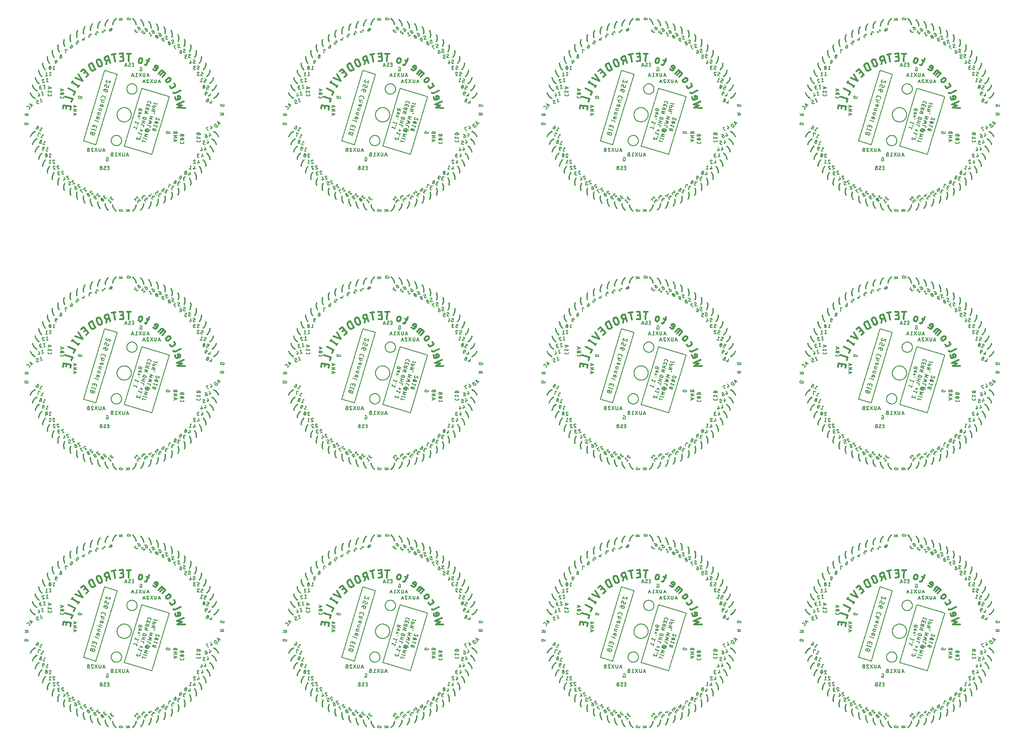
<source format=gbo>
G75*
%MOIN*%
%OFA0B0*%
%FSLAX25Y25*%
%IPPOS*%
%LPD*%
%AMOC8*
5,1,8,0,0,1.08239X$1,22.5*
%
%ADD10C,0.00800*%
%ADD11C,0.00600*%
%ADD12C,0.01300*%
%ADD13C,0.01000*%
%ADD14C,0.00500*%
D10*
X0088096Y0099208D02*
X0104188Y0152846D01*
X0113767Y0149972D01*
X0097674Y0096334D01*
X0088096Y0099208D01*
X0093437Y0105178D02*
X0093693Y0106029D01*
X0096758Y0105110D01*
X0096502Y0104258D01*
X0096503Y0104259D02*
X0096484Y0104203D01*
X0096462Y0104150D01*
X0096436Y0104097D01*
X0096407Y0104047D01*
X0096375Y0103998D01*
X0096340Y0103952D01*
X0096302Y0103908D01*
X0096261Y0103867D01*
X0096217Y0103829D01*
X0096171Y0103793D01*
X0096123Y0103760D01*
X0096072Y0103731D01*
X0096020Y0103705D01*
X0095967Y0103683D01*
X0095912Y0103664D01*
X0095856Y0103649D01*
X0095798Y0103637D01*
X0095741Y0103630D01*
X0095683Y0103626D01*
X0095625Y0103625D01*
X0095567Y0103629D01*
X0095509Y0103636D01*
X0095452Y0103648D01*
X0095396Y0103662D01*
X0095340Y0103681D01*
X0095287Y0103703D01*
X0095234Y0103729D01*
X0095184Y0103758D01*
X0095135Y0103790D01*
X0095089Y0103825D01*
X0095045Y0103863D01*
X0095004Y0103904D01*
X0094966Y0103948D01*
X0094930Y0103994D01*
X0094897Y0104042D01*
X0094868Y0104093D01*
X0094842Y0104145D01*
X0094820Y0104198D01*
X0094801Y0104253D01*
X0094786Y0104309D01*
X0094774Y0104367D01*
X0094767Y0104424D01*
X0094763Y0104482D01*
X0094762Y0104540D01*
X0094766Y0104598D01*
X0094773Y0104656D01*
X0094785Y0104713D01*
X0094799Y0104769D01*
X0094800Y0104769D02*
X0095055Y0105620D01*
X0094799Y0104769D02*
X0094782Y0104720D01*
X0094762Y0104672D01*
X0094738Y0104626D01*
X0094711Y0104581D01*
X0094681Y0104539D01*
X0094648Y0104499D01*
X0094612Y0104462D01*
X0094573Y0104427D01*
X0094532Y0104395D01*
X0094489Y0104366D01*
X0094444Y0104341D01*
X0094397Y0104319D01*
X0094348Y0104300D01*
X0094298Y0104285D01*
X0094248Y0104274D01*
X0094196Y0104266D01*
X0094145Y0104262D01*
X0094093Y0104262D01*
X0094041Y0104266D01*
X0093989Y0104274D01*
X0093939Y0104285D01*
X0093889Y0104300D01*
X0093840Y0104318D01*
X0093793Y0104340D01*
X0093748Y0104366D01*
X0093705Y0104394D01*
X0093664Y0104426D01*
X0093625Y0104461D01*
X0093589Y0104498D01*
X0093556Y0104538D01*
X0093525Y0104580D01*
X0093498Y0104625D01*
X0093474Y0104671D01*
X0093454Y0104719D01*
X0093437Y0104768D01*
X0093424Y0104818D01*
X0093415Y0104869D01*
X0093409Y0104921D01*
X0093407Y0104972D01*
X0093409Y0105024D01*
X0093414Y0105076D01*
X0093424Y0105127D01*
X0093437Y0105177D01*
X0094224Y0107800D02*
X0094428Y0108481D01*
X0094326Y0108141D02*
X0097391Y0107221D01*
X0097289Y0106881D02*
X0097493Y0107562D01*
X0097890Y0108882D02*
X0098298Y0110244D01*
X0095233Y0111164D01*
X0094824Y0109802D01*
X0096289Y0109734D02*
X0096595Y0110755D01*
X0099307Y0113606D02*
X0099317Y0113649D01*
X0099325Y0113692D01*
X0099328Y0113736D01*
X0099329Y0113780D01*
X0099325Y0113824D01*
X0099318Y0113867D01*
X0099307Y0113910D01*
X0099293Y0113952D01*
X0099275Y0113992D01*
X0099254Y0114031D01*
X0099230Y0114068D01*
X0099203Y0114103D01*
X0099174Y0114135D01*
X0099141Y0114165D01*
X0099107Y0114192D01*
X0099070Y0114216D01*
X0099031Y0114237D01*
X0098991Y0114255D01*
X0098949Y0114270D01*
X0098949Y0114269D02*
X0096395Y0115036D01*
X0098583Y0116144D02*
X0098924Y0116042D01*
X0099332Y0117404D01*
X0098992Y0117506D02*
X0099843Y0117251D01*
X0099885Y0117236D01*
X0099925Y0117218D01*
X0099964Y0117197D01*
X0100001Y0117173D01*
X0100035Y0117146D01*
X0100068Y0117116D01*
X0100097Y0117084D01*
X0100124Y0117049D01*
X0100148Y0117012D01*
X0100169Y0116973D01*
X0100187Y0116933D01*
X0100201Y0116891D01*
X0100212Y0116848D01*
X0100219Y0116805D01*
X0100223Y0116761D01*
X0100222Y0116717D01*
X0100219Y0116673D01*
X0100211Y0116630D01*
X0100201Y0116587D01*
X0100201Y0116586D02*
X0099945Y0115735D01*
X0098584Y0116144D02*
X0098535Y0116161D01*
X0098487Y0116181D01*
X0098441Y0116205D01*
X0098396Y0116232D01*
X0098354Y0116262D01*
X0098314Y0116295D01*
X0098277Y0116331D01*
X0098242Y0116370D01*
X0098210Y0116411D01*
X0098181Y0116454D01*
X0098156Y0116499D01*
X0098134Y0116546D01*
X0098115Y0116595D01*
X0098100Y0116645D01*
X0098089Y0116695D01*
X0098081Y0116747D01*
X0098077Y0116798D01*
X0098077Y0116850D01*
X0098081Y0116902D01*
X0098089Y0116954D01*
X0098100Y0117004D01*
X0098115Y0117054D01*
X0098133Y0117103D01*
X0098155Y0117150D01*
X0098181Y0117195D01*
X0098209Y0117238D01*
X0098241Y0117279D01*
X0098276Y0117318D01*
X0098313Y0117354D01*
X0098353Y0117387D01*
X0098395Y0117418D01*
X0098440Y0117445D01*
X0098486Y0117469D01*
X0098533Y0117489D01*
X0098583Y0117506D01*
X0098633Y0117519D01*
X0098684Y0117528D01*
X0098736Y0117534D01*
X0098787Y0117536D01*
X0098839Y0117534D01*
X0098891Y0117529D01*
X0098942Y0117519D01*
X0098992Y0117506D01*
X0099344Y0119298D02*
X0100876Y0118838D01*
X0101285Y0120201D02*
X0099242Y0120814D01*
X0098986Y0119962D01*
X0098976Y0119919D01*
X0098968Y0119876D01*
X0098965Y0119832D01*
X0098964Y0119788D01*
X0098968Y0119744D01*
X0098975Y0119701D01*
X0098986Y0119658D01*
X0099000Y0119616D01*
X0099018Y0119576D01*
X0099039Y0119537D01*
X0099063Y0119500D01*
X0099090Y0119465D01*
X0099119Y0119433D01*
X0099152Y0119403D01*
X0099186Y0119376D01*
X0099223Y0119352D01*
X0099262Y0119331D01*
X0099302Y0119313D01*
X0099344Y0119298D01*
X0100309Y0122516D02*
X0101842Y0122057D01*
X0102251Y0123419D02*
X0100207Y0124032D01*
X0099952Y0123181D01*
X0099952Y0123180D02*
X0099942Y0123137D01*
X0099934Y0123094D01*
X0099931Y0123050D01*
X0099930Y0123006D01*
X0099934Y0122962D01*
X0099941Y0122919D01*
X0099952Y0122876D01*
X0099966Y0122834D01*
X0099984Y0122794D01*
X0100005Y0122755D01*
X0100029Y0122718D01*
X0100056Y0122683D01*
X0100085Y0122651D01*
X0100118Y0122621D01*
X0100152Y0122594D01*
X0100189Y0122570D01*
X0100228Y0122549D01*
X0100268Y0122531D01*
X0100310Y0122516D01*
X0101284Y0125766D02*
X0102817Y0125306D01*
X0103047Y0126072D01*
X0103059Y0126120D01*
X0103067Y0126168D01*
X0103072Y0126216D01*
X0103073Y0126265D01*
X0103070Y0126314D01*
X0103063Y0126362D01*
X0103052Y0126410D01*
X0103038Y0126457D01*
X0103020Y0126502D01*
X0102999Y0126546D01*
X0102974Y0126588D01*
X0102946Y0126628D01*
X0102915Y0126666D01*
X0102881Y0126701D01*
X0102844Y0126733D01*
X0102805Y0126762D01*
X0102764Y0126789D01*
X0102721Y0126811D01*
X0102676Y0126831D01*
X0102630Y0126847D01*
X0102582Y0126859D01*
X0102534Y0126867D01*
X0102486Y0126872D01*
X0102437Y0126873D01*
X0102388Y0126870D01*
X0102340Y0126863D01*
X0102292Y0126852D01*
X0102245Y0126838D01*
X0102200Y0126820D01*
X0102156Y0126799D01*
X0102114Y0126774D01*
X0102074Y0126746D01*
X0102036Y0126715D01*
X0102001Y0126681D01*
X0101969Y0126644D01*
X0101940Y0126605D01*
X0101913Y0126564D01*
X0101891Y0126521D01*
X0101871Y0126476D01*
X0101855Y0126430D01*
X0101625Y0125664D01*
X0101285Y0125766D02*
X0101243Y0125781D01*
X0101203Y0125799D01*
X0101164Y0125820D01*
X0101127Y0125844D01*
X0101093Y0125871D01*
X0101060Y0125901D01*
X0101031Y0125933D01*
X0101004Y0125968D01*
X0100980Y0126005D01*
X0100959Y0126044D01*
X0100941Y0126084D01*
X0100927Y0126126D01*
X0100916Y0126169D01*
X0100909Y0126212D01*
X0100905Y0126256D01*
X0100906Y0126300D01*
X0100909Y0126344D01*
X0100917Y0126387D01*
X0100927Y0126430D01*
X0101131Y0127111D01*
X0102206Y0128838D02*
X0103739Y0128378D01*
X0104147Y0129741D02*
X0101082Y0130660D01*
X0102104Y0130354D02*
X0101848Y0129502D01*
X0101838Y0129459D01*
X0101830Y0129416D01*
X0101827Y0129372D01*
X0101826Y0129328D01*
X0101830Y0129284D01*
X0101837Y0129241D01*
X0101848Y0129198D01*
X0101862Y0129156D01*
X0101880Y0129116D01*
X0101901Y0129077D01*
X0101925Y0129040D01*
X0101952Y0129005D01*
X0101981Y0128973D01*
X0102014Y0128943D01*
X0102048Y0128916D01*
X0102085Y0128892D01*
X0102124Y0128871D01*
X0102164Y0128853D01*
X0102206Y0128838D01*
X0104622Y0131325D02*
X0104827Y0132006D01*
X0104840Y0132055D01*
X0104849Y0132105D01*
X0104855Y0132155D01*
X0104857Y0132206D01*
X0104855Y0132257D01*
X0104850Y0132307D01*
X0104842Y0132357D01*
X0104829Y0132406D01*
X0104814Y0132455D01*
X0104794Y0132502D01*
X0104772Y0132547D01*
X0104746Y0132591D01*
X0104718Y0132633D01*
X0104686Y0132672D01*
X0104652Y0132710D01*
X0104615Y0132745D01*
X0104575Y0132777D01*
X0104534Y0132806D01*
X0104490Y0132832D01*
X0104445Y0132855D01*
X0104398Y0132875D01*
X0104350Y0132891D01*
X0102647Y0133402D01*
X0102596Y0133415D01*
X0102544Y0133425D01*
X0102491Y0133430D01*
X0102438Y0133432D01*
X0102384Y0133430D01*
X0102332Y0133423D01*
X0102279Y0133413D01*
X0102228Y0133399D01*
X0102178Y0133381D01*
X0102130Y0133359D01*
X0102083Y0133334D01*
X0102038Y0133305D01*
X0101995Y0133273D01*
X0101955Y0133238D01*
X0101918Y0133201D01*
X0101884Y0133160D01*
X0101852Y0133117D01*
X0101825Y0133072D01*
X0101800Y0133025D01*
X0101779Y0132976D01*
X0101762Y0132925D01*
X0101557Y0132244D01*
X0105080Y0136560D02*
X0105250Y0136509D01*
X0105080Y0136560D02*
X0105032Y0136576D01*
X0104985Y0136596D01*
X0104940Y0136619D01*
X0104896Y0136645D01*
X0104855Y0136674D01*
X0104815Y0136706D01*
X0104778Y0136741D01*
X0104744Y0136779D01*
X0104712Y0136818D01*
X0104684Y0136860D01*
X0104658Y0136904D01*
X0104636Y0136949D01*
X0104616Y0136996D01*
X0104601Y0137045D01*
X0104588Y0137094D01*
X0104580Y0137144D01*
X0104575Y0137194D01*
X0104573Y0137245D01*
X0104575Y0137296D01*
X0104581Y0137346D01*
X0104590Y0137396D01*
X0104603Y0137445D01*
X0104603Y0137446D02*
X0104909Y0138467D01*
X0105761Y0138212D01*
X0105760Y0138213D02*
X0105816Y0138194D01*
X0105869Y0138172D01*
X0105922Y0138146D01*
X0105972Y0138117D01*
X0106021Y0138085D01*
X0106067Y0138050D01*
X0106111Y0138012D01*
X0106152Y0137971D01*
X0106190Y0137927D01*
X0106226Y0137881D01*
X0106258Y0137833D01*
X0106288Y0137782D01*
X0106314Y0137730D01*
X0106336Y0137677D01*
X0106355Y0137622D01*
X0106370Y0137566D01*
X0106382Y0137509D01*
X0106389Y0137451D01*
X0106393Y0137393D01*
X0106394Y0137335D01*
X0106390Y0137277D01*
X0106383Y0137219D01*
X0106371Y0137162D01*
X0106357Y0137106D01*
X0106338Y0137050D01*
X0106316Y0136997D01*
X0106290Y0136944D01*
X0106261Y0136894D01*
X0106229Y0136845D01*
X0106194Y0136799D01*
X0106156Y0136755D01*
X0106115Y0136714D01*
X0106071Y0136676D01*
X0106025Y0136640D01*
X0105977Y0136607D01*
X0105926Y0136578D01*
X0105874Y0136552D01*
X0105821Y0136530D01*
X0105766Y0136511D01*
X0105709Y0136496D01*
X0105652Y0136484D01*
X0105595Y0136477D01*
X0105537Y0136473D01*
X0105479Y0136472D01*
X0105421Y0136476D01*
X0105363Y0136483D01*
X0105306Y0136495D01*
X0105250Y0136510D01*
X0104910Y0138467D02*
X0104838Y0138487D01*
X0104765Y0138502D01*
X0104692Y0138514D01*
X0104618Y0138522D01*
X0104543Y0138526D01*
X0104469Y0138527D01*
X0104394Y0138523D01*
X0104320Y0138515D01*
X0104247Y0138504D01*
X0104174Y0138489D01*
X0104102Y0138470D01*
X0104031Y0138447D01*
X0103961Y0138421D01*
X0103893Y0138391D01*
X0103827Y0138357D01*
X0103762Y0138320D01*
X0103700Y0138280D01*
X0103639Y0138236D01*
X0103581Y0138190D01*
X0103526Y0138140D01*
X0103473Y0138087D01*
X0103423Y0138032D01*
X0103376Y0137975D01*
X0103332Y0137915D01*
X0103291Y0137852D01*
X0103254Y0137788D01*
X0103220Y0137722D01*
X0103189Y0137654D01*
X0103162Y0137584D01*
X0103139Y0137514D01*
X0104071Y0140621D02*
X0104582Y0142324D01*
X0105944Y0141916D01*
X0105637Y0140894D01*
X0105624Y0140843D01*
X0105614Y0140791D01*
X0105609Y0140738D01*
X0105607Y0140685D01*
X0105609Y0140631D01*
X0105616Y0140579D01*
X0105626Y0140526D01*
X0105640Y0140475D01*
X0105658Y0140425D01*
X0105680Y0140377D01*
X0105705Y0140330D01*
X0105734Y0140285D01*
X0105766Y0140242D01*
X0105801Y0140202D01*
X0105838Y0140165D01*
X0105879Y0140131D01*
X0105922Y0140099D01*
X0105967Y0140072D01*
X0106014Y0140047D01*
X0106063Y0140026D01*
X0106114Y0140009D01*
X0106114Y0140008D02*
X0106455Y0139906D01*
X0106504Y0139893D01*
X0106554Y0139884D01*
X0106604Y0139878D01*
X0106655Y0139876D01*
X0106706Y0139878D01*
X0106756Y0139883D01*
X0106806Y0139891D01*
X0106855Y0139904D01*
X0106904Y0139919D01*
X0106951Y0139939D01*
X0106996Y0139961D01*
X0107040Y0139987D01*
X0107082Y0140015D01*
X0107121Y0140047D01*
X0107159Y0140081D01*
X0107194Y0140118D01*
X0107226Y0140158D01*
X0107255Y0140199D01*
X0107281Y0140243D01*
X0107304Y0140288D01*
X0107324Y0140335D01*
X0107340Y0140383D01*
X0107647Y0141405D01*
X0108170Y0143150D02*
X0108681Y0144853D01*
X0106544Y0143916D01*
X0105334Y0144836D02*
X0105354Y0144895D01*
X0105377Y0144952D01*
X0105403Y0145008D01*
X0105433Y0145062D01*
X0105465Y0145114D01*
X0105501Y0145164D01*
X0105540Y0145212D01*
X0105581Y0145257D01*
X0105626Y0145300D01*
X0105672Y0145340D01*
X0105721Y0145377D01*
X0105772Y0145412D01*
X0105825Y0145443D01*
X0105880Y0145471D01*
X0105937Y0145495D01*
X0105995Y0145516D01*
X0106053Y0145534D01*
X0106113Y0145548D01*
X0106174Y0145559D01*
X0106235Y0145566D01*
X0106297Y0145569D01*
X0106544Y0143917D02*
X0106492Y0143890D01*
X0106439Y0143866D01*
X0106385Y0143846D01*
X0106329Y0143830D01*
X0106273Y0143818D01*
X0106215Y0143810D01*
X0106157Y0143805D01*
X0106099Y0143804D01*
X0106042Y0143807D01*
X0105984Y0143814D01*
X0105927Y0143825D01*
X0105871Y0143840D01*
X0105819Y0143857D01*
X0105769Y0143878D01*
X0105720Y0143903D01*
X0105673Y0143930D01*
X0105628Y0143961D01*
X0105585Y0143995D01*
X0105544Y0144031D01*
X0105506Y0144071D01*
X0105471Y0144113D01*
X0105439Y0144157D01*
X0105410Y0144203D01*
X0105384Y0144251D01*
X0105362Y0144301D01*
X0105342Y0144352D01*
X0105327Y0144404D01*
X0105315Y0144458D01*
X0105307Y0144512D01*
X0105302Y0144566D01*
X0105301Y0144621D01*
X0105304Y0144675D01*
X0105311Y0144729D01*
X0105321Y0144783D01*
X0105335Y0144836D01*
X0132444Y0139148D02*
X0119225Y0095089D01*
X0140297Y0088767D01*
X0153516Y0132826D01*
X0132444Y0139148D01*
X0284947Y0099208D02*
X0301039Y0152846D01*
X0310617Y0149972D01*
X0294525Y0096334D01*
X0284947Y0099208D01*
X0290288Y0105178D02*
X0290543Y0106029D01*
X0293608Y0105110D01*
X0293353Y0104258D01*
X0293353Y0104259D02*
X0293334Y0104203D01*
X0293312Y0104150D01*
X0293286Y0104097D01*
X0293257Y0104047D01*
X0293225Y0103998D01*
X0293190Y0103952D01*
X0293152Y0103908D01*
X0293111Y0103867D01*
X0293067Y0103829D01*
X0293021Y0103793D01*
X0292973Y0103760D01*
X0292922Y0103731D01*
X0292870Y0103705D01*
X0292817Y0103683D01*
X0292762Y0103664D01*
X0292706Y0103649D01*
X0292648Y0103637D01*
X0292591Y0103630D01*
X0292533Y0103626D01*
X0292475Y0103625D01*
X0292417Y0103629D01*
X0292359Y0103636D01*
X0292302Y0103648D01*
X0292246Y0103662D01*
X0292190Y0103681D01*
X0292137Y0103703D01*
X0292084Y0103729D01*
X0292034Y0103758D01*
X0291985Y0103790D01*
X0291939Y0103825D01*
X0291895Y0103863D01*
X0291854Y0103904D01*
X0291816Y0103948D01*
X0291780Y0103994D01*
X0291747Y0104042D01*
X0291718Y0104093D01*
X0291692Y0104145D01*
X0291670Y0104198D01*
X0291651Y0104253D01*
X0291636Y0104309D01*
X0291624Y0104367D01*
X0291617Y0104424D01*
X0291613Y0104482D01*
X0291612Y0104540D01*
X0291616Y0104598D01*
X0291623Y0104656D01*
X0291635Y0104713D01*
X0291649Y0104769D01*
X0291650Y0104769D02*
X0291905Y0105620D01*
X0291650Y0104769D02*
X0291633Y0104720D01*
X0291613Y0104672D01*
X0291589Y0104626D01*
X0291562Y0104581D01*
X0291532Y0104539D01*
X0291499Y0104499D01*
X0291463Y0104462D01*
X0291424Y0104427D01*
X0291383Y0104395D01*
X0291340Y0104366D01*
X0291295Y0104341D01*
X0291248Y0104319D01*
X0291199Y0104300D01*
X0291149Y0104285D01*
X0291099Y0104274D01*
X0291047Y0104266D01*
X0290996Y0104262D01*
X0290944Y0104262D01*
X0290892Y0104266D01*
X0290840Y0104274D01*
X0290790Y0104285D01*
X0290740Y0104300D01*
X0290691Y0104318D01*
X0290644Y0104340D01*
X0290599Y0104366D01*
X0290556Y0104394D01*
X0290515Y0104426D01*
X0290476Y0104461D01*
X0290440Y0104498D01*
X0290407Y0104538D01*
X0290376Y0104580D01*
X0290349Y0104625D01*
X0290325Y0104671D01*
X0290305Y0104719D01*
X0290288Y0104768D01*
X0290275Y0104818D01*
X0290266Y0104869D01*
X0290260Y0104921D01*
X0290258Y0104972D01*
X0290260Y0105024D01*
X0290265Y0105076D01*
X0290275Y0105127D01*
X0290288Y0105177D01*
X0291074Y0107800D02*
X0291279Y0108481D01*
X0291177Y0108141D02*
X0294242Y0107221D01*
X0294344Y0107562D02*
X0294139Y0106881D01*
X0294740Y0108882D02*
X0295149Y0110244D01*
X0292084Y0111164D01*
X0291675Y0109802D01*
X0293139Y0109734D02*
X0293446Y0110755D01*
X0296157Y0113606D02*
X0296167Y0113649D01*
X0296175Y0113692D01*
X0296178Y0113736D01*
X0296179Y0113780D01*
X0296175Y0113824D01*
X0296168Y0113867D01*
X0296157Y0113910D01*
X0296143Y0113952D01*
X0296125Y0113992D01*
X0296104Y0114031D01*
X0296080Y0114068D01*
X0296053Y0114103D01*
X0296024Y0114135D01*
X0295991Y0114165D01*
X0295957Y0114192D01*
X0295920Y0114216D01*
X0295881Y0114237D01*
X0295841Y0114255D01*
X0295799Y0114270D01*
X0295799Y0114269D02*
X0293245Y0115036D01*
X0295434Y0116144D02*
X0295774Y0116042D01*
X0296183Y0117404D01*
X0295842Y0117506D02*
X0296694Y0117251D01*
X0296693Y0117251D02*
X0296735Y0117236D01*
X0296775Y0117218D01*
X0296814Y0117197D01*
X0296851Y0117173D01*
X0296885Y0117146D01*
X0296918Y0117116D01*
X0296947Y0117084D01*
X0296974Y0117049D01*
X0296998Y0117012D01*
X0297019Y0116973D01*
X0297037Y0116933D01*
X0297051Y0116891D01*
X0297062Y0116848D01*
X0297069Y0116805D01*
X0297073Y0116761D01*
X0297072Y0116717D01*
X0297069Y0116673D01*
X0297061Y0116630D01*
X0297051Y0116587D01*
X0297051Y0116586D02*
X0296796Y0115735D01*
X0295434Y0116144D02*
X0295385Y0116161D01*
X0295337Y0116181D01*
X0295291Y0116205D01*
X0295246Y0116232D01*
X0295204Y0116262D01*
X0295164Y0116295D01*
X0295127Y0116331D01*
X0295092Y0116370D01*
X0295060Y0116411D01*
X0295031Y0116454D01*
X0295006Y0116499D01*
X0294984Y0116546D01*
X0294965Y0116595D01*
X0294950Y0116645D01*
X0294939Y0116695D01*
X0294931Y0116747D01*
X0294927Y0116798D01*
X0294927Y0116850D01*
X0294931Y0116902D01*
X0294939Y0116954D01*
X0294950Y0117004D01*
X0294965Y0117054D01*
X0294983Y0117103D01*
X0295005Y0117150D01*
X0295031Y0117195D01*
X0295059Y0117238D01*
X0295091Y0117279D01*
X0295126Y0117318D01*
X0295163Y0117354D01*
X0295203Y0117387D01*
X0295245Y0117418D01*
X0295290Y0117445D01*
X0295336Y0117469D01*
X0295383Y0117489D01*
X0295433Y0117506D01*
X0295483Y0117519D01*
X0295534Y0117528D01*
X0295586Y0117534D01*
X0295637Y0117536D01*
X0295689Y0117534D01*
X0295741Y0117529D01*
X0295792Y0117519D01*
X0295842Y0117506D01*
X0296194Y0119298D02*
X0297727Y0118838D01*
X0298136Y0120201D02*
X0296092Y0120814D01*
X0295837Y0119962D01*
X0295827Y0119919D01*
X0295819Y0119876D01*
X0295816Y0119832D01*
X0295815Y0119788D01*
X0295819Y0119744D01*
X0295826Y0119701D01*
X0295837Y0119658D01*
X0295851Y0119616D01*
X0295869Y0119576D01*
X0295890Y0119537D01*
X0295914Y0119500D01*
X0295941Y0119465D01*
X0295970Y0119433D01*
X0296003Y0119403D01*
X0296037Y0119376D01*
X0296074Y0119352D01*
X0296113Y0119331D01*
X0296153Y0119313D01*
X0296195Y0119298D01*
X0297160Y0122516D02*
X0298692Y0122057D01*
X0299101Y0123419D02*
X0297058Y0124032D01*
X0296802Y0123181D01*
X0296802Y0123180D02*
X0296792Y0123137D01*
X0296784Y0123094D01*
X0296781Y0123050D01*
X0296780Y0123006D01*
X0296784Y0122962D01*
X0296791Y0122919D01*
X0296802Y0122876D01*
X0296816Y0122834D01*
X0296834Y0122794D01*
X0296855Y0122755D01*
X0296879Y0122718D01*
X0296906Y0122683D01*
X0296935Y0122651D01*
X0296968Y0122621D01*
X0297002Y0122594D01*
X0297039Y0122570D01*
X0297078Y0122549D01*
X0297118Y0122531D01*
X0297160Y0122516D01*
X0298135Y0125766D02*
X0299667Y0125306D01*
X0299897Y0126072D01*
X0299909Y0126120D01*
X0299917Y0126168D01*
X0299922Y0126216D01*
X0299923Y0126265D01*
X0299920Y0126314D01*
X0299913Y0126362D01*
X0299902Y0126410D01*
X0299888Y0126457D01*
X0299870Y0126502D01*
X0299849Y0126546D01*
X0299824Y0126588D01*
X0299796Y0126628D01*
X0299765Y0126666D01*
X0299731Y0126701D01*
X0299694Y0126733D01*
X0299655Y0126762D01*
X0299614Y0126789D01*
X0299571Y0126811D01*
X0299526Y0126831D01*
X0299480Y0126847D01*
X0299432Y0126859D01*
X0299384Y0126867D01*
X0299336Y0126872D01*
X0299287Y0126873D01*
X0299238Y0126870D01*
X0299190Y0126863D01*
X0299142Y0126852D01*
X0299095Y0126838D01*
X0299050Y0126820D01*
X0299006Y0126799D01*
X0298964Y0126774D01*
X0298924Y0126746D01*
X0298886Y0126715D01*
X0298851Y0126681D01*
X0298819Y0126644D01*
X0298790Y0126605D01*
X0298763Y0126564D01*
X0298741Y0126521D01*
X0298721Y0126476D01*
X0298705Y0126430D01*
X0298475Y0125664D01*
X0298135Y0125766D02*
X0298093Y0125781D01*
X0298053Y0125799D01*
X0298014Y0125820D01*
X0297977Y0125844D01*
X0297943Y0125871D01*
X0297910Y0125901D01*
X0297881Y0125933D01*
X0297854Y0125968D01*
X0297830Y0126005D01*
X0297809Y0126044D01*
X0297791Y0126084D01*
X0297777Y0126126D01*
X0297766Y0126169D01*
X0297759Y0126212D01*
X0297755Y0126256D01*
X0297756Y0126300D01*
X0297759Y0126344D01*
X0297767Y0126387D01*
X0297777Y0126430D01*
X0297981Y0127111D01*
X0299056Y0128838D02*
X0300589Y0128378D01*
X0300998Y0129741D02*
X0297933Y0130660D01*
X0298954Y0130354D02*
X0298699Y0129502D01*
X0298689Y0129459D01*
X0298681Y0129416D01*
X0298678Y0129372D01*
X0298677Y0129328D01*
X0298681Y0129284D01*
X0298688Y0129241D01*
X0298699Y0129198D01*
X0298713Y0129156D01*
X0298731Y0129116D01*
X0298752Y0129077D01*
X0298776Y0129040D01*
X0298803Y0129005D01*
X0298832Y0128973D01*
X0298865Y0128943D01*
X0298899Y0128916D01*
X0298936Y0128892D01*
X0298975Y0128871D01*
X0299015Y0128853D01*
X0299057Y0128838D01*
X0301473Y0131325D02*
X0301677Y0132006D01*
X0301690Y0132055D01*
X0301699Y0132105D01*
X0301705Y0132155D01*
X0301707Y0132206D01*
X0301705Y0132257D01*
X0301700Y0132307D01*
X0301692Y0132357D01*
X0301679Y0132406D01*
X0301664Y0132455D01*
X0301644Y0132502D01*
X0301622Y0132547D01*
X0301596Y0132591D01*
X0301568Y0132633D01*
X0301536Y0132672D01*
X0301502Y0132710D01*
X0301465Y0132745D01*
X0301425Y0132777D01*
X0301384Y0132806D01*
X0301340Y0132832D01*
X0301295Y0132855D01*
X0301248Y0132875D01*
X0301200Y0132891D01*
X0299498Y0133402D01*
X0299497Y0133402D02*
X0299446Y0133415D01*
X0299394Y0133425D01*
X0299341Y0133430D01*
X0299288Y0133432D01*
X0299234Y0133430D01*
X0299182Y0133423D01*
X0299129Y0133413D01*
X0299078Y0133399D01*
X0299028Y0133381D01*
X0298980Y0133359D01*
X0298933Y0133334D01*
X0298888Y0133305D01*
X0298845Y0133273D01*
X0298805Y0133238D01*
X0298768Y0133201D01*
X0298734Y0133160D01*
X0298702Y0133117D01*
X0298675Y0133072D01*
X0298650Y0133025D01*
X0298629Y0132976D01*
X0298612Y0132925D01*
X0298408Y0132244D01*
X0301930Y0136560D02*
X0302100Y0136509D01*
X0301930Y0136560D02*
X0301882Y0136576D01*
X0301835Y0136596D01*
X0301790Y0136619D01*
X0301746Y0136645D01*
X0301705Y0136674D01*
X0301665Y0136706D01*
X0301628Y0136741D01*
X0301594Y0136779D01*
X0301562Y0136818D01*
X0301534Y0136860D01*
X0301508Y0136904D01*
X0301486Y0136949D01*
X0301466Y0136996D01*
X0301451Y0137045D01*
X0301438Y0137094D01*
X0301430Y0137144D01*
X0301425Y0137194D01*
X0301423Y0137245D01*
X0301425Y0137296D01*
X0301431Y0137346D01*
X0301440Y0137396D01*
X0301453Y0137445D01*
X0301453Y0137446D02*
X0301760Y0138467D01*
X0302611Y0138212D01*
X0302611Y0138213D02*
X0302667Y0138194D01*
X0302720Y0138172D01*
X0302773Y0138146D01*
X0302823Y0138117D01*
X0302872Y0138085D01*
X0302918Y0138050D01*
X0302962Y0138012D01*
X0303003Y0137971D01*
X0303041Y0137927D01*
X0303077Y0137881D01*
X0303109Y0137833D01*
X0303139Y0137782D01*
X0303165Y0137730D01*
X0303187Y0137677D01*
X0303206Y0137622D01*
X0303221Y0137566D01*
X0303233Y0137509D01*
X0303240Y0137451D01*
X0303244Y0137393D01*
X0303245Y0137335D01*
X0303241Y0137277D01*
X0303234Y0137219D01*
X0303222Y0137162D01*
X0303208Y0137106D01*
X0303189Y0137050D01*
X0303167Y0136997D01*
X0303141Y0136944D01*
X0303112Y0136894D01*
X0303080Y0136845D01*
X0303045Y0136799D01*
X0303007Y0136755D01*
X0302966Y0136714D01*
X0302922Y0136676D01*
X0302876Y0136640D01*
X0302828Y0136607D01*
X0302777Y0136578D01*
X0302725Y0136552D01*
X0302672Y0136530D01*
X0302617Y0136511D01*
X0302560Y0136496D01*
X0302503Y0136484D01*
X0302446Y0136477D01*
X0302388Y0136473D01*
X0302330Y0136472D01*
X0302272Y0136476D01*
X0302214Y0136483D01*
X0302157Y0136495D01*
X0302101Y0136510D01*
X0301760Y0138467D02*
X0301688Y0138487D01*
X0301615Y0138502D01*
X0301542Y0138514D01*
X0301468Y0138522D01*
X0301393Y0138526D01*
X0301319Y0138527D01*
X0301244Y0138523D01*
X0301170Y0138515D01*
X0301097Y0138504D01*
X0301024Y0138489D01*
X0300952Y0138470D01*
X0300881Y0138447D01*
X0300811Y0138421D01*
X0300743Y0138391D01*
X0300677Y0138357D01*
X0300612Y0138320D01*
X0300550Y0138280D01*
X0300489Y0138236D01*
X0300431Y0138190D01*
X0300376Y0138140D01*
X0300323Y0138087D01*
X0300273Y0138032D01*
X0300226Y0137975D01*
X0300182Y0137915D01*
X0300141Y0137852D01*
X0300104Y0137788D01*
X0300070Y0137722D01*
X0300039Y0137654D01*
X0300012Y0137584D01*
X0299989Y0137514D01*
X0300921Y0140621D02*
X0301432Y0142324D01*
X0302794Y0141916D01*
X0302488Y0140894D01*
X0302475Y0140843D01*
X0302465Y0140791D01*
X0302460Y0140738D01*
X0302458Y0140685D01*
X0302460Y0140631D01*
X0302467Y0140579D01*
X0302477Y0140526D01*
X0302491Y0140475D01*
X0302509Y0140425D01*
X0302531Y0140377D01*
X0302556Y0140330D01*
X0302585Y0140285D01*
X0302617Y0140242D01*
X0302652Y0140202D01*
X0302689Y0140165D01*
X0302730Y0140131D01*
X0302773Y0140099D01*
X0302818Y0140072D01*
X0302865Y0140047D01*
X0302914Y0140026D01*
X0302965Y0140009D01*
X0302964Y0140008D02*
X0303305Y0139906D01*
X0303354Y0139893D01*
X0303404Y0139884D01*
X0303454Y0139878D01*
X0303505Y0139876D01*
X0303556Y0139878D01*
X0303606Y0139883D01*
X0303656Y0139891D01*
X0303705Y0139904D01*
X0303754Y0139919D01*
X0303801Y0139939D01*
X0303846Y0139961D01*
X0303890Y0139987D01*
X0303932Y0140015D01*
X0303971Y0140047D01*
X0304009Y0140081D01*
X0304044Y0140118D01*
X0304076Y0140158D01*
X0304105Y0140199D01*
X0304131Y0140243D01*
X0304154Y0140288D01*
X0304174Y0140335D01*
X0304190Y0140383D01*
X0304497Y0141405D01*
X0305021Y0143150D02*
X0305531Y0144853D01*
X0303394Y0143916D01*
X0302185Y0144836D02*
X0302205Y0144895D01*
X0302228Y0144952D01*
X0302254Y0145008D01*
X0302284Y0145062D01*
X0302316Y0145114D01*
X0302352Y0145164D01*
X0302391Y0145212D01*
X0302432Y0145257D01*
X0302477Y0145300D01*
X0302523Y0145340D01*
X0302572Y0145377D01*
X0302623Y0145412D01*
X0302676Y0145443D01*
X0302731Y0145471D01*
X0302788Y0145495D01*
X0302846Y0145516D01*
X0302904Y0145534D01*
X0302964Y0145548D01*
X0303025Y0145559D01*
X0303086Y0145566D01*
X0303148Y0145569D01*
X0303395Y0143917D02*
X0303343Y0143890D01*
X0303290Y0143866D01*
X0303236Y0143846D01*
X0303180Y0143830D01*
X0303124Y0143818D01*
X0303066Y0143810D01*
X0303008Y0143805D01*
X0302950Y0143804D01*
X0302893Y0143807D01*
X0302835Y0143814D01*
X0302778Y0143825D01*
X0302722Y0143840D01*
X0302670Y0143857D01*
X0302620Y0143878D01*
X0302571Y0143903D01*
X0302524Y0143930D01*
X0302479Y0143961D01*
X0302436Y0143995D01*
X0302395Y0144031D01*
X0302357Y0144071D01*
X0302322Y0144113D01*
X0302290Y0144157D01*
X0302261Y0144203D01*
X0302235Y0144251D01*
X0302213Y0144301D01*
X0302193Y0144352D01*
X0302178Y0144404D01*
X0302166Y0144458D01*
X0302158Y0144512D01*
X0302153Y0144566D01*
X0302152Y0144621D01*
X0302155Y0144675D01*
X0302162Y0144729D01*
X0302172Y0144783D01*
X0302186Y0144836D01*
X0329294Y0139148D02*
X0316076Y0095089D01*
X0337148Y0088767D01*
X0350366Y0132826D01*
X0329294Y0139148D01*
X0481797Y0099208D02*
X0497889Y0152846D01*
X0507467Y0149972D01*
X0491375Y0096334D01*
X0481797Y0099208D01*
X0487138Y0105178D02*
X0487393Y0106029D01*
X0490459Y0105110D01*
X0490203Y0104258D01*
X0490204Y0104259D02*
X0490185Y0104203D01*
X0490163Y0104150D01*
X0490137Y0104097D01*
X0490108Y0104047D01*
X0490076Y0103998D01*
X0490041Y0103952D01*
X0490003Y0103908D01*
X0489962Y0103867D01*
X0489918Y0103829D01*
X0489872Y0103793D01*
X0489824Y0103760D01*
X0489773Y0103731D01*
X0489721Y0103705D01*
X0489668Y0103683D01*
X0489613Y0103664D01*
X0489557Y0103649D01*
X0489499Y0103637D01*
X0489442Y0103630D01*
X0489384Y0103626D01*
X0489326Y0103625D01*
X0489268Y0103629D01*
X0489210Y0103636D01*
X0489153Y0103648D01*
X0489097Y0103662D01*
X0489041Y0103681D01*
X0488988Y0103703D01*
X0488935Y0103729D01*
X0488885Y0103758D01*
X0488836Y0103790D01*
X0488790Y0103825D01*
X0488746Y0103863D01*
X0488705Y0103904D01*
X0488667Y0103948D01*
X0488631Y0103994D01*
X0488598Y0104042D01*
X0488569Y0104093D01*
X0488543Y0104145D01*
X0488521Y0104198D01*
X0488502Y0104253D01*
X0488487Y0104309D01*
X0488475Y0104367D01*
X0488468Y0104424D01*
X0488464Y0104482D01*
X0488463Y0104540D01*
X0488467Y0104598D01*
X0488474Y0104656D01*
X0488486Y0104713D01*
X0488500Y0104769D01*
X0488756Y0105620D01*
X0488500Y0104769D02*
X0488483Y0104720D01*
X0488463Y0104672D01*
X0488439Y0104626D01*
X0488412Y0104581D01*
X0488382Y0104539D01*
X0488349Y0104499D01*
X0488313Y0104462D01*
X0488274Y0104427D01*
X0488233Y0104395D01*
X0488190Y0104366D01*
X0488145Y0104341D01*
X0488098Y0104319D01*
X0488049Y0104300D01*
X0487999Y0104285D01*
X0487949Y0104274D01*
X0487897Y0104266D01*
X0487846Y0104262D01*
X0487794Y0104262D01*
X0487742Y0104266D01*
X0487690Y0104274D01*
X0487640Y0104285D01*
X0487590Y0104300D01*
X0487541Y0104318D01*
X0487494Y0104340D01*
X0487449Y0104366D01*
X0487406Y0104394D01*
X0487365Y0104426D01*
X0487326Y0104461D01*
X0487290Y0104498D01*
X0487257Y0104538D01*
X0487226Y0104580D01*
X0487199Y0104625D01*
X0487175Y0104671D01*
X0487155Y0104719D01*
X0487138Y0104768D01*
X0487125Y0104818D01*
X0487116Y0104869D01*
X0487110Y0104921D01*
X0487108Y0104972D01*
X0487110Y0105024D01*
X0487115Y0105076D01*
X0487125Y0105127D01*
X0487138Y0105177D01*
X0487925Y0107800D02*
X0488129Y0108481D01*
X0488027Y0108141D02*
X0491092Y0107221D01*
X0490990Y0106881D02*
X0491194Y0107562D01*
X0491590Y0108882D02*
X0491999Y0110244D01*
X0488934Y0111164D01*
X0488525Y0109802D01*
X0489990Y0109734D02*
X0490296Y0110755D01*
X0493007Y0113606D02*
X0493017Y0113649D01*
X0493025Y0113692D01*
X0493028Y0113736D01*
X0493029Y0113780D01*
X0493025Y0113824D01*
X0493018Y0113867D01*
X0493007Y0113910D01*
X0492993Y0113952D01*
X0492975Y0113992D01*
X0492954Y0114031D01*
X0492930Y0114068D01*
X0492903Y0114103D01*
X0492874Y0114135D01*
X0492841Y0114165D01*
X0492807Y0114192D01*
X0492770Y0114216D01*
X0492731Y0114237D01*
X0492691Y0114255D01*
X0492649Y0114270D01*
X0492650Y0114269D02*
X0490096Y0115036D01*
X0492284Y0116144D02*
X0492625Y0116042D01*
X0493033Y0117404D01*
X0492693Y0117506D02*
X0493544Y0117251D01*
X0493586Y0117236D01*
X0493626Y0117218D01*
X0493665Y0117197D01*
X0493702Y0117173D01*
X0493736Y0117146D01*
X0493769Y0117116D01*
X0493798Y0117084D01*
X0493825Y0117049D01*
X0493849Y0117012D01*
X0493870Y0116973D01*
X0493888Y0116933D01*
X0493902Y0116891D01*
X0493913Y0116848D01*
X0493920Y0116805D01*
X0493924Y0116761D01*
X0493923Y0116717D01*
X0493920Y0116673D01*
X0493912Y0116630D01*
X0493902Y0116587D01*
X0493902Y0116586D02*
X0493646Y0115735D01*
X0492284Y0116144D02*
X0492235Y0116161D01*
X0492187Y0116181D01*
X0492141Y0116205D01*
X0492096Y0116232D01*
X0492054Y0116262D01*
X0492014Y0116295D01*
X0491977Y0116331D01*
X0491942Y0116370D01*
X0491910Y0116411D01*
X0491881Y0116454D01*
X0491856Y0116499D01*
X0491834Y0116546D01*
X0491815Y0116595D01*
X0491800Y0116645D01*
X0491789Y0116695D01*
X0491781Y0116747D01*
X0491777Y0116798D01*
X0491777Y0116850D01*
X0491781Y0116902D01*
X0491789Y0116954D01*
X0491800Y0117004D01*
X0491815Y0117054D01*
X0491833Y0117103D01*
X0491855Y0117150D01*
X0491881Y0117195D01*
X0491909Y0117238D01*
X0491941Y0117279D01*
X0491976Y0117318D01*
X0492013Y0117354D01*
X0492053Y0117387D01*
X0492095Y0117418D01*
X0492140Y0117445D01*
X0492186Y0117469D01*
X0492233Y0117489D01*
X0492283Y0117506D01*
X0492333Y0117519D01*
X0492384Y0117528D01*
X0492436Y0117534D01*
X0492487Y0117536D01*
X0492539Y0117534D01*
X0492591Y0117529D01*
X0492642Y0117519D01*
X0492692Y0117506D01*
X0493045Y0119298D02*
X0494577Y0118838D01*
X0494986Y0120201D02*
X0492943Y0120814D01*
X0492687Y0119962D01*
X0492677Y0119919D01*
X0492669Y0119876D01*
X0492666Y0119832D01*
X0492665Y0119788D01*
X0492669Y0119744D01*
X0492676Y0119701D01*
X0492687Y0119658D01*
X0492701Y0119616D01*
X0492719Y0119576D01*
X0492740Y0119537D01*
X0492764Y0119500D01*
X0492791Y0119465D01*
X0492820Y0119433D01*
X0492853Y0119403D01*
X0492887Y0119376D01*
X0492924Y0119352D01*
X0492963Y0119331D01*
X0493003Y0119313D01*
X0493045Y0119298D01*
X0494010Y0122516D02*
X0495543Y0122057D01*
X0495951Y0123419D02*
X0493908Y0124032D01*
X0493653Y0123181D01*
X0493653Y0123180D02*
X0493643Y0123137D01*
X0493635Y0123094D01*
X0493632Y0123050D01*
X0493631Y0123006D01*
X0493635Y0122962D01*
X0493642Y0122919D01*
X0493653Y0122876D01*
X0493667Y0122834D01*
X0493685Y0122794D01*
X0493706Y0122755D01*
X0493730Y0122718D01*
X0493757Y0122683D01*
X0493786Y0122651D01*
X0493819Y0122621D01*
X0493853Y0122594D01*
X0493890Y0122570D01*
X0493929Y0122549D01*
X0493969Y0122531D01*
X0494011Y0122516D01*
X0494985Y0125766D02*
X0496518Y0125306D01*
X0496748Y0126072D01*
X0496760Y0126120D01*
X0496768Y0126168D01*
X0496773Y0126216D01*
X0496774Y0126265D01*
X0496771Y0126314D01*
X0496764Y0126362D01*
X0496753Y0126410D01*
X0496739Y0126457D01*
X0496721Y0126502D01*
X0496700Y0126546D01*
X0496675Y0126588D01*
X0496647Y0126628D01*
X0496616Y0126666D01*
X0496582Y0126701D01*
X0496545Y0126733D01*
X0496506Y0126762D01*
X0496465Y0126789D01*
X0496422Y0126811D01*
X0496377Y0126831D01*
X0496331Y0126847D01*
X0496283Y0126859D01*
X0496235Y0126867D01*
X0496187Y0126872D01*
X0496138Y0126873D01*
X0496089Y0126870D01*
X0496041Y0126863D01*
X0495993Y0126852D01*
X0495946Y0126838D01*
X0495901Y0126820D01*
X0495857Y0126799D01*
X0495815Y0126774D01*
X0495775Y0126746D01*
X0495737Y0126715D01*
X0495702Y0126681D01*
X0495670Y0126644D01*
X0495641Y0126605D01*
X0495614Y0126564D01*
X0495592Y0126521D01*
X0495572Y0126476D01*
X0495556Y0126430D01*
X0495326Y0125664D01*
X0494985Y0125766D02*
X0494943Y0125781D01*
X0494903Y0125799D01*
X0494864Y0125820D01*
X0494827Y0125844D01*
X0494793Y0125871D01*
X0494760Y0125901D01*
X0494731Y0125933D01*
X0494704Y0125968D01*
X0494680Y0126005D01*
X0494659Y0126044D01*
X0494641Y0126084D01*
X0494627Y0126126D01*
X0494616Y0126169D01*
X0494609Y0126212D01*
X0494605Y0126256D01*
X0494606Y0126300D01*
X0494609Y0126344D01*
X0494617Y0126387D01*
X0494627Y0126430D01*
X0494628Y0126430D02*
X0494832Y0127111D01*
X0495907Y0128838D02*
X0497439Y0128378D01*
X0497848Y0129741D02*
X0494783Y0130660D01*
X0495805Y0130354D02*
X0495549Y0129502D01*
X0495539Y0129459D01*
X0495531Y0129416D01*
X0495528Y0129372D01*
X0495527Y0129328D01*
X0495531Y0129284D01*
X0495538Y0129241D01*
X0495549Y0129198D01*
X0495563Y0129156D01*
X0495581Y0129116D01*
X0495602Y0129077D01*
X0495626Y0129040D01*
X0495653Y0129005D01*
X0495682Y0128973D01*
X0495715Y0128943D01*
X0495749Y0128916D01*
X0495786Y0128892D01*
X0495825Y0128871D01*
X0495865Y0128853D01*
X0495907Y0128838D01*
X0498323Y0131325D02*
X0498528Y0132006D01*
X0498527Y0132006D02*
X0498540Y0132055D01*
X0498549Y0132105D01*
X0498555Y0132155D01*
X0498557Y0132206D01*
X0498555Y0132257D01*
X0498550Y0132307D01*
X0498542Y0132357D01*
X0498529Y0132406D01*
X0498514Y0132455D01*
X0498494Y0132502D01*
X0498472Y0132547D01*
X0498446Y0132591D01*
X0498418Y0132633D01*
X0498386Y0132672D01*
X0498352Y0132710D01*
X0498315Y0132745D01*
X0498275Y0132777D01*
X0498234Y0132806D01*
X0498190Y0132832D01*
X0498145Y0132855D01*
X0498098Y0132875D01*
X0498050Y0132891D01*
X0498051Y0132891D02*
X0496348Y0133402D01*
X0496297Y0133415D01*
X0496245Y0133425D01*
X0496192Y0133430D01*
X0496139Y0133432D01*
X0496085Y0133430D01*
X0496033Y0133423D01*
X0495980Y0133413D01*
X0495929Y0133399D01*
X0495879Y0133381D01*
X0495831Y0133359D01*
X0495784Y0133334D01*
X0495739Y0133305D01*
X0495696Y0133273D01*
X0495656Y0133238D01*
X0495619Y0133201D01*
X0495585Y0133160D01*
X0495553Y0133117D01*
X0495526Y0133072D01*
X0495501Y0133025D01*
X0495480Y0132976D01*
X0495463Y0132925D01*
X0495258Y0132244D01*
X0498780Y0136560D02*
X0498951Y0136509D01*
X0498781Y0136560D02*
X0498733Y0136576D01*
X0498686Y0136596D01*
X0498641Y0136619D01*
X0498597Y0136645D01*
X0498556Y0136674D01*
X0498516Y0136706D01*
X0498479Y0136741D01*
X0498445Y0136779D01*
X0498413Y0136818D01*
X0498385Y0136860D01*
X0498359Y0136904D01*
X0498337Y0136949D01*
X0498317Y0136996D01*
X0498302Y0137045D01*
X0498289Y0137094D01*
X0498281Y0137144D01*
X0498276Y0137194D01*
X0498274Y0137245D01*
X0498276Y0137296D01*
X0498282Y0137346D01*
X0498291Y0137396D01*
X0498304Y0137445D01*
X0498304Y0137446D02*
X0498610Y0138467D01*
X0499461Y0138212D01*
X0499461Y0138213D02*
X0499517Y0138194D01*
X0499570Y0138172D01*
X0499623Y0138146D01*
X0499673Y0138117D01*
X0499722Y0138085D01*
X0499768Y0138050D01*
X0499812Y0138012D01*
X0499853Y0137971D01*
X0499891Y0137927D01*
X0499927Y0137881D01*
X0499959Y0137833D01*
X0499989Y0137782D01*
X0500015Y0137730D01*
X0500037Y0137677D01*
X0500056Y0137622D01*
X0500071Y0137566D01*
X0500083Y0137509D01*
X0500090Y0137451D01*
X0500094Y0137393D01*
X0500095Y0137335D01*
X0500091Y0137277D01*
X0500084Y0137219D01*
X0500072Y0137162D01*
X0500058Y0137106D01*
X0500039Y0137050D01*
X0500017Y0136997D01*
X0499991Y0136944D01*
X0499962Y0136894D01*
X0499930Y0136845D01*
X0499895Y0136799D01*
X0499857Y0136755D01*
X0499816Y0136714D01*
X0499772Y0136676D01*
X0499726Y0136640D01*
X0499678Y0136607D01*
X0499627Y0136578D01*
X0499575Y0136552D01*
X0499522Y0136530D01*
X0499467Y0136511D01*
X0499410Y0136496D01*
X0499353Y0136484D01*
X0499296Y0136477D01*
X0499238Y0136473D01*
X0499180Y0136472D01*
X0499122Y0136476D01*
X0499064Y0136483D01*
X0499007Y0136495D01*
X0498951Y0136510D01*
X0498610Y0138467D02*
X0498538Y0138487D01*
X0498465Y0138502D01*
X0498392Y0138514D01*
X0498318Y0138522D01*
X0498243Y0138526D01*
X0498169Y0138527D01*
X0498094Y0138523D01*
X0498020Y0138515D01*
X0497947Y0138504D01*
X0497874Y0138489D01*
X0497802Y0138470D01*
X0497731Y0138447D01*
X0497661Y0138421D01*
X0497593Y0138391D01*
X0497527Y0138357D01*
X0497462Y0138320D01*
X0497400Y0138280D01*
X0497339Y0138236D01*
X0497281Y0138190D01*
X0497226Y0138140D01*
X0497173Y0138087D01*
X0497123Y0138032D01*
X0497076Y0137975D01*
X0497032Y0137915D01*
X0496991Y0137852D01*
X0496954Y0137788D01*
X0496920Y0137722D01*
X0496889Y0137654D01*
X0496862Y0137584D01*
X0496839Y0137514D01*
X0497771Y0140621D02*
X0498282Y0142324D01*
X0499645Y0141916D01*
X0499338Y0140894D01*
X0499325Y0140843D01*
X0499315Y0140791D01*
X0499310Y0140738D01*
X0499308Y0140685D01*
X0499310Y0140631D01*
X0499317Y0140579D01*
X0499327Y0140526D01*
X0499341Y0140475D01*
X0499359Y0140425D01*
X0499381Y0140377D01*
X0499406Y0140330D01*
X0499435Y0140285D01*
X0499467Y0140242D01*
X0499502Y0140202D01*
X0499539Y0140165D01*
X0499580Y0140131D01*
X0499623Y0140099D01*
X0499668Y0140072D01*
X0499715Y0140047D01*
X0499764Y0140026D01*
X0499815Y0140009D01*
X0499815Y0140008D02*
X0500155Y0139906D01*
X0500156Y0139906D02*
X0500205Y0139893D01*
X0500255Y0139884D01*
X0500305Y0139878D01*
X0500356Y0139876D01*
X0500407Y0139878D01*
X0500457Y0139883D01*
X0500507Y0139891D01*
X0500556Y0139904D01*
X0500605Y0139919D01*
X0500652Y0139939D01*
X0500697Y0139961D01*
X0500741Y0139987D01*
X0500783Y0140015D01*
X0500822Y0140047D01*
X0500860Y0140081D01*
X0500895Y0140118D01*
X0500927Y0140158D01*
X0500956Y0140199D01*
X0500982Y0140243D01*
X0501005Y0140288D01*
X0501025Y0140335D01*
X0501041Y0140383D01*
X0501347Y0141405D01*
X0501871Y0143150D02*
X0502382Y0144853D01*
X0500245Y0143916D01*
X0499035Y0144836D02*
X0499055Y0144895D01*
X0499078Y0144952D01*
X0499104Y0145008D01*
X0499134Y0145062D01*
X0499166Y0145114D01*
X0499202Y0145164D01*
X0499241Y0145212D01*
X0499282Y0145257D01*
X0499327Y0145300D01*
X0499373Y0145340D01*
X0499422Y0145377D01*
X0499473Y0145412D01*
X0499526Y0145443D01*
X0499581Y0145471D01*
X0499638Y0145495D01*
X0499696Y0145516D01*
X0499754Y0145534D01*
X0499814Y0145548D01*
X0499875Y0145559D01*
X0499936Y0145566D01*
X0499998Y0145569D01*
X0500245Y0143917D02*
X0500193Y0143890D01*
X0500140Y0143866D01*
X0500086Y0143846D01*
X0500030Y0143830D01*
X0499974Y0143818D01*
X0499916Y0143810D01*
X0499858Y0143805D01*
X0499800Y0143804D01*
X0499743Y0143807D01*
X0499685Y0143814D01*
X0499628Y0143825D01*
X0499572Y0143840D01*
X0499520Y0143857D01*
X0499470Y0143878D01*
X0499421Y0143903D01*
X0499374Y0143930D01*
X0499329Y0143961D01*
X0499286Y0143995D01*
X0499245Y0144031D01*
X0499207Y0144071D01*
X0499172Y0144113D01*
X0499140Y0144157D01*
X0499111Y0144203D01*
X0499085Y0144251D01*
X0499063Y0144301D01*
X0499043Y0144352D01*
X0499028Y0144404D01*
X0499016Y0144458D01*
X0499008Y0144512D01*
X0499003Y0144566D01*
X0499002Y0144621D01*
X0499005Y0144675D01*
X0499012Y0144729D01*
X0499022Y0144783D01*
X0499036Y0144836D01*
X0526145Y0139148D02*
X0512926Y0095089D01*
X0533998Y0088767D01*
X0547217Y0132826D01*
X0526145Y0139148D01*
X0678647Y0099208D02*
X0694739Y0152846D01*
X0704318Y0149972D01*
X0688226Y0096334D01*
X0678647Y0099208D01*
X0683988Y0105178D02*
X0684244Y0106029D01*
X0687309Y0105110D01*
X0687053Y0104258D01*
X0687054Y0104259D02*
X0687035Y0104203D01*
X0687013Y0104150D01*
X0686987Y0104097D01*
X0686958Y0104047D01*
X0686926Y0103998D01*
X0686891Y0103952D01*
X0686853Y0103908D01*
X0686812Y0103867D01*
X0686768Y0103829D01*
X0686722Y0103793D01*
X0686674Y0103760D01*
X0686623Y0103731D01*
X0686571Y0103705D01*
X0686518Y0103683D01*
X0686463Y0103664D01*
X0686407Y0103649D01*
X0686349Y0103637D01*
X0686292Y0103630D01*
X0686234Y0103626D01*
X0686176Y0103625D01*
X0686118Y0103629D01*
X0686060Y0103636D01*
X0686003Y0103648D01*
X0685947Y0103662D01*
X0685891Y0103681D01*
X0685838Y0103703D01*
X0685785Y0103729D01*
X0685735Y0103758D01*
X0685686Y0103790D01*
X0685640Y0103825D01*
X0685596Y0103863D01*
X0685555Y0103904D01*
X0685517Y0103948D01*
X0685481Y0103994D01*
X0685448Y0104042D01*
X0685419Y0104093D01*
X0685393Y0104145D01*
X0685371Y0104198D01*
X0685352Y0104253D01*
X0685337Y0104309D01*
X0685325Y0104367D01*
X0685318Y0104424D01*
X0685314Y0104482D01*
X0685313Y0104540D01*
X0685317Y0104598D01*
X0685324Y0104656D01*
X0685336Y0104713D01*
X0685350Y0104769D01*
X0685351Y0104769D02*
X0685606Y0105620D01*
X0685351Y0104769D02*
X0685334Y0104720D01*
X0685314Y0104672D01*
X0685290Y0104626D01*
X0685263Y0104581D01*
X0685233Y0104539D01*
X0685200Y0104499D01*
X0685164Y0104462D01*
X0685125Y0104427D01*
X0685084Y0104395D01*
X0685041Y0104366D01*
X0684996Y0104341D01*
X0684949Y0104319D01*
X0684900Y0104300D01*
X0684850Y0104285D01*
X0684800Y0104274D01*
X0684748Y0104266D01*
X0684697Y0104262D01*
X0684645Y0104262D01*
X0684593Y0104266D01*
X0684541Y0104274D01*
X0684491Y0104285D01*
X0684441Y0104300D01*
X0684392Y0104318D01*
X0684345Y0104340D01*
X0684300Y0104366D01*
X0684257Y0104394D01*
X0684216Y0104426D01*
X0684177Y0104461D01*
X0684141Y0104498D01*
X0684108Y0104538D01*
X0684077Y0104580D01*
X0684050Y0104625D01*
X0684026Y0104671D01*
X0684006Y0104719D01*
X0683989Y0104768D01*
X0683976Y0104818D01*
X0683967Y0104869D01*
X0683961Y0104921D01*
X0683959Y0104972D01*
X0683961Y0105024D01*
X0683966Y0105076D01*
X0683976Y0105127D01*
X0683989Y0105177D01*
X0684775Y0107800D02*
X0684980Y0108481D01*
X0684877Y0108141D02*
X0687942Y0107221D01*
X0687840Y0106881D02*
X0688045Y0107562D01*
X0688441Y0108882D02*
X0688849Y0110244D01*
X0685784Y0111164D01*
X0685376Y0109802D01*
X0686840Y0109734D02*
X0687147Y0110755D01*
X0689858Y0113606D02*
X0689868Y0113649D01*
X0689876Y0113692D01*
X0689879Y0113736D01*
X0689880Y0113780D01*
X0689876Y0113824D01*
X0689869Y0113867D01*
X0689858Y0113910D01*
X0689844Y0113952D01*
X0689826Y0113992D01*
X0689805Y0114031D01*
X0689781Y0114068D01*
X0689754Y0114103D01*
X0689725Y0114135D01*
X0689692Y0114165D01*
X0689658Y0114192D01*
X0689621Y0114216D01*
X0689582Y0114237D01*
X0689542Y0114255D01*
X0689500Y0114270D01*
X0689500Y0114269D02*
X0686946Y0115036D01*
X0689134Y0116144D02*
X0689475Y0116042D01*
X0689884Y0117404D01*
X0689543Y0117506D02*
X0690394Y0117251D01*
X0690436Y0117236D01*
X0690476Y0117218D01*
X0690515Y0117197D01*
X0690552Y0117173D01*
X0690586Y0117146D01*
X0690619Y0117116D01*
X0690648Y0117084D01*
X0690675Y0117049D01*
X0690699Y0117012D01*
X0690720Y0116973D01*
X0690738Y0116933D01*
X0690752Y0116891D01*
X0690763Y0116848D01*
X0690770Y0116805D01*
X0690774Y0116761D01*
X0690773Y0116717D01*
X0690770Y0116673D01*
X0690762Y0116630D01*
X0690752Y0116587D01*
X0690752Y0116586D02*
X0690497Y0115735D01*
X0689135Y0116144D02*
X0689086Y0116161D01*
X0689038Y0116181D01*
X0688992Y0116205D01*
X0688947Y0116232D01*
X0688905Y0116262D01*
X0688865Y0116295D01*
X0688828Y0116331D01*
X0688793Y0116370D01*
X0688761Y0116411D01*
X0688732Y0116454D01*
X0688707Y0116499D01*
X0688685Y0116546D01*
X0688666Y0116595D01*
X0688651Y0116645D01*
X0688640Y0116695D01*
X0688632Y0116747D01*
X0688628Y0116798D01*
X0688628Y0116850D01*
X0688632Y0116902D01*
X0688640Y0116954D01*
X0688651Y0117004D01*
X0688666Y0117054D01*
X0688684Y0117103D01*
X0688706Y0117150D01*
X0688732Y0117195D01*
X0688760Y0117238D01*
X0688792Y0117279D01*
X0688827Y0117318D01*
X0688864Y0117354D01*
X0688904Y0117387D01*
X0688946Y0117418D01*
X0688991Y0117445D01*
X0689037Y0117469D01*
X0689084Y0117489D01*
X0689134Y0117506D01*
X0689184Y0117519D01*
X0689235Y0117528D01*
X0689287Y0117534D01*
X0689338Y0117536D01*
X0689390Y0117534D01*
X0689442Y0117529D01*
X0689493Y0117519D01*
X0689543Y0117506D01*
X0689895Y0119298D02*
X0691428Y0118838D01*
X0691836Y0120201D02*
X0689793Y0120814D01*
X0689538Y0119962D01*
X0689537Y0119962D02*
X0689527Y0119919D01*
X0689519Y0119876D01*
X0689516Y0119832D01*
X0689515Y0119788D01*
X0689519Y0119744D01*
X0689526Y0119701D01*
X0689537Y0119658D01*
X0689551Y0119616D01*
X0689569Y0119576D01*
X0689590Y0119537D01*
X0689614Y0119500D01*
X0689641Y0119465D01*
X0689670Y0119433D01*
X0689703Y0119403D01*
X0689737Y0119376D01*
X0689774Y0119352D01*
X0689813Y0119331D01*
X0689853Y0119313D01*
X0689895Y0119298D01*
X0690861Y0122516D02*
X0692393Y0122057D01*
X0692802Y0123419D02*
X0690759Y0124032D01*
X0690503Y0123181D01*
X0690503Y0123180D02*
X0690493Y0123137D01*
X0690485Y0123094D01*
X0690482Y0123050D01*
X0690481Y0123006D01*
X0690485Y0122962D01*
X0690492Y0122919D01*
X0690503Y0122876D01*
X0690517Y0122834D01*
X0690535Y0122794D01*
X0690556Y0122755D01*
X0690580Y0122718D01*
X0690607Y0122683D01*
X0690636Y0122651D01*
X0690669Y0122621D01*
X0690703Y0122594D01*
X0690740Y0122570D01*
X0690779Y0122549D01*
X0690819Y0122531D01*
X0690861Y0122516D01*
X0691835Y0125766D02*
X0693368Y0125306D01*
X0693598Y0126072D01*
X0693610Y0126120D01*
X0693618Y0126168D01*
X0693623Y0126216D01*
X0693624Y0126265D01*
X0693621Y0126314D01*
X0693614Y0126362D01*
X0693603Y0126410D01*
X0693589Y0126457D01*
X0693571Y0126502D01*
X0693550Y0126546D01*
X0693525Y0126588D01*
X0693497Y0126628D01*
X0693466Y0126666D01*
X0693432Y0126701D01*
X0693395Y0126733D01*
X0693356Y0126762D01*
X0693315Y0126789D01*
X0693272Y0126811D01*
X0693227Y0126831D01*
X0693181Y0126847D01*
X0693133Y0126859D01*
X0693085Y0126867D01*
X0693037Y0126872D01*
X0692988Y0126873D01*
X0692939Y0126870D01*
X0692891Y0126863D01*
X0692843Y0126852D01*
X0692796Y0126838D01*
X0692751Y0126820D01*
X0692707Y0126799D01*
X0692665Y0126774D01*
X0692625Y0126746D01*
X0692587Y0126715D01*
X0692552Y0126681D01*
X0692520Y0126644D01*
X0692491Y0126605D01*
X0692464Y0126564D01*
X0692442Y0126521D01*
X0692422Y0126476D01*
X0692406Y0126430D01*
X0692176Y0125664D01*
X0691836Y0125766D02*
X0691794Y0125781D01*
X0691754Y0125799D01*
X0691715Y0125820D01*
X0691678Y0125844D01*
X0691644Y0125871D01*
X0691611Y0125901D01*
X0691582Y0125933D01*
X0691555Y0125968D01*
X0691531Y0126005D01*
X0691510Y0126044D01*
X0691492Y0126084D01*
X0691478Y0126126D01*
X0691467Y0126169D01*
X0691460Y0126212D01*
X0691456Y0126256D01*
X0691457Y0126300D01*
X0691460Y0126344D01*
X0691468Y0126387D01*
X0691478Y0126430D01*
X0691682Y0127111D01*
X0692757Y0128838D02*
X0694290Y0128378D01*
X0694698Y0129741D02*
X0691633Y0130660D01*
X0692655Y0130354D02*
X0692400Y0129502D01*
X0692399Y0129502D02*
X0692389Y0129459D01*
X0692381Y0129416D01*
X0692378Y0129372D01*
X0692377Y0129328D01*
X0692381Y0129284D01*
X0692388Y0129241D01*
X0692399Y0129198D01*
X0692413Y0129156D01*
X0692431Y0129116D01*
X0692452Y0129077D01*
X0692476Y0129040D01*
X0692503Y0129005D01*
X0692532Y0128973D01*
X0692565Y0128943D01*
X0692599Y0128916D01*
X0692636Y0128892D01*
X0692675Y0128871D01*
X0692715Y0128853D01*
X0692757Y0128838D01*
X0692109Y0132244D02*
X0692313Y0132925D01*
X0692330Y0132976D01*
X0692351Y0133025D01*
X0692376Y0133072D01*
X0692403Y0133117D01*
X0692435Y0133160D01*
X0692469Y0133201D01*
X0692506Y0133238D01*
X0692546Y0133273D01*
X0692589Y0133305D01*
X0692634Y0133334D01*
X0692681Y0133359D01*
X0692729Y0133381D01*
X0692779Y0133399D01*
X0692830Y0133413D01*
X0692883Y0133423D01*
X0692935Y0133430D01*
X0692989Y0133432D01*
X0693042Y0133430D01*
X0693095Y0133425D01*
X0693147Y0133415D01*
X0693198Y0133402D01*
X0694901Y0132891D01*
X0694949Y0132875D01*
X0694996Y0132855D01*
X0695041Y0132832D01*
X0695085Y0132806D01*
X0695126Y0132777D01*
X0695166Y0132745D01*
X0695203Y0132710D01*
X0695237Y0132672D01*
X0695269Y0132633D01*
X0695297Y0132591D01*
X0695323Y0132547D01*
X0695345Y0132502D01*
X0695365Y0132455D01*
X0695380Y0132406D01*
X0695393Y0132357D01*
X0695401Y0132307D01*
X0695406Y0132257D01*
X0695408Y0132206D01*
X0695406Y0132155D01*
X0695400Y0132105D01*
X0695391Y0132055D01*
X0695378Y0132006D01*
X0695174Y0131325D01*
X0695801Y0136509D02*
X0695631Y0136560D01*
X0695583Y0136576D01*
X0695536Y0136596D01*
X0695491Y0136619D01*
X0695447Y0136645D01*
X0695406Y0136674D01*
X0695366Y0136706D01*
X0695329Y0136741D01*
X0695295Y0136779D01*
X0695263Y0136818D01*
X0695235Y0136860D01*
X0695209Y0136904D01*
X0695187Y0136949D01*
X0695167Y0136996D01*
X0695152Y0137045D01*
X0695139Y0137094D01*
X0695131Y0137144D01*
X0695126Y0137194D01*
X0695124Y0137245D01*
X0695126Y0137296D01*
X0695132Y0137346D01*
X0695141Y0137396D01*
X0695154Y0137445D01*
X0695154Y0137446D02*
X0695460Y0138467D01*
X0696312Y0138212D01*
X0696311Y0138213D02*
X0696367Y0138194D01*
X0696420Y0138172D01*
X0696473Y0138146D01*
X0696523Y0138117D01*
X0696572Y0138085D01*
X0696618Y0138050D01*
X0696662Y0138012D01*
X0696703Y0137971D01*
X0696741Y0137927D01*
X0696777Y0137881D01*
X0696809Y0137833D01*
X0696839Y0137782D01*
X0696865Y0137730D01*
X0696887Y0137677D01*
X0696906Y0137622D01*
X0696921Y0137566D01*
X0696933Y0137509D01*
X0696940Y0137451D01*
X0696944Y0137393D01*
X0696945Y0137335D01*
X0696941Y0137277D01*
X0696934Y0137219D01*
X0696922Y0137162D01*
X0696908Y0137106D01*
X0696889Y0137050D01*
X0696867Y0136997D01*
X0696841Y0136944D01*
X0696812Y0136894D01*
X0696780Y0136845D01*
X0696745Y0136799D01*
X0696707Y0136755D01*
X0696666Y0136714D01*
X0696622Y0136676D01*
X0696576Y0136640D01*
X0696528Y0136607D01*
X0696477Y0136578D01*
X0696425Y0136552D01*
X0696372Y0136530D01*
X0696317Y0136511D01*
X0696260Y0136496D01*
X0696203Y0136484D01*
X0696146Y0136477D01*
X0696088Y0136473D01*
X0696030Y0136472D01*
X0695972Y0136476D01*
X0695914Y0136483D01*
X0695857Y0136495D01*
X0695801Y0136510D01*
X0695461Y0138467D02*
X0695389Y0138487D01*
X0695316Y0138502D01*
X0695243Y0138514D01*
X0695169Y0138522D01*
X0695094Y0138526D01*
X0695020Y0138527D01*
X0694945Y0138523D01*
X0694871Y0138515D01*
X0694798Y0138504D01*
X0694725Y0138489D01*
X0694653Y0138470D01*
X0694582Y0138447D01*
X0694512Y0138421D01*
X0694444Y0138391D01*
X0694378Y0138357D01*
X0694313Y0138320D01*
X0694251Y0138280D01*
X0694190Y0138236D01*
X0694132Y0138190D01*
X0694077Y0138140D01*
X0694024Y0138087D01*
X0693974Y0138032D01*
X0693927Y0137975D01*
X0693883Y0137915D01*
X0693842Y0137852D01*
X0693805Y0137788D01*
X0693771Y0137722D01*
X0693740Y0137654D01*
X0693713Y0137584D01*
X0693690Y0137514D01*
X0694622Y0140621D02*
X0695133Y0142324D01*
X0696495Y0141916D01*
X0696188Y0140894D01*
X0696189Y0140894D02*
X0696176Y0140843D01*
X0696166Y0140791D01*
X0696161Y0140738D01*
X0696159Y0140685D01*
X0696161Y0140631D01*
X0696168Y0140579D01*
X0696178Y0140526D01*
X0696192Y0140475D01*
X0696210Y0140425D01*
X0696232Y0140377D01*
X0696257Y0140330D01*
X0696286Y0140285D01*
X0696318Y0140242D01*
X0696353Y0140202D01*
X0696390Y0140165D01*
X0696431Y0140131D01*
X0696474Y0140099D01*
X0696519Y0140072D01*
X0696566Y0140047D01*
X0696615Y0140026D01*
X0696666Y0140009D01*
X0696665Y0140008D02*
X0697006Y0139906D01*
X0697055Y0139893D01*
X0697105Y0139884D01*
X0697155Y0139878D01*
X0697206Y0139876D01*
X0697257Y0139878D01*
X0697307Y0139883D01*
X0697357Y0139891D01*
X0697406Y0139904D01*
X0697455Y0139919D01*
X0697502Y0139939D01*
X0697547Y0139961D01*
X0697591Y0139987D01*
X0697633Y0140015D01*
X0697672Y0140047D01*
X0697710Y0140081D01*
X0697745Y0140118D01*
X0697777Y0140158D01*
X0697806Y0140199D01*
X0697832Y0140243D01*
X0697855Y0140288D01*
X0697875Y0140335D01*
X0697891Y0140383D01*
X0698198Y0141405D01*
X0698721Y0143150D02*
X0699232Y0144853D01*
X0697095Y0143916D01*
X0695886Y0144836D02*
X0695906Y0144895D01*
X0695929Y0144952D01*
X0695955Y0145008D01*
X0695985Y0145062D01*
X0696017Y0145114D01*
X0696053Y0145164D01*
X0696092Y0145212D01*
X0696133Y0145257D01*
X0696178Y0145300D01*
X0696224Y0145340D01*
X0696273Y0145377D01*
X0696324Y0145412D01*
X0696377Y0145443D01*
X0696432Y0145471D01*
X0696489Y0145495D01*
X0696547Y0145516D01*
X0696605Y0145534D01*
X0696665Y0145548D01*
X0696726Y0145559D01*
X0696787Y0145566D01*
X0696849Y0145569D01*
X0697096Y0143917D02*
X0697044Y0143890D01*
X0696991Y0143866D01*
X0696937Y0143846D01*
X0696881Y0143830D01*
X0696825Y0143818D01*
X0696767Y0143810D01*
X0696709Y0143805D01*
X0696651Y0143804D01*
X0696594Y0143807D01*
X0696536Y0143814D01*
X0696479Y0143825D01*
X0696423Y0143840D01*
X0696371Y0143857D01*
X0696321Y0143878D01*
X0696272Y0143903D01*
X0696225Y0143930D01*
X0696180Y0143961D01*
X0696137Y0143995D01*
X0696096Y0144031D01*
X0696058Y0144071D01*
X0696023Y0144113D01*
X0695991Y0144157D01*
X0695962Y0144203D01*
X0695936Y0144251D01*
X0695914Y0144301D01*
X0695894Y0144352D01*
X0695879Y0144404D01*
X0695867Y0144458D01*
X0695859Y0144512D01*
X0695854Y0144566D01*
X0695853Y0144621D01*
X0695856Y0144675D01*
X0695863Y0144729D01*
X0695873Y0144783D01*
X0695887Y0144836D01*
X0722995Y0139148D02*
X0709777Y0095089D01*
X0730849Y0088767D01*
X0744067Y0132826D01*
X0722995Y0139148D01*
X0730849Y0285617D02*
X0744067Y0329677D01*
X0722995Y0335999D01*
X0709777Y0291939D01*
X0730849Y0285617D01*
X0688226Y0293184D02*
X0704318Y0346822D01*
X0694739Y0349696D01*
X0678647Y0296058D01*
X0688226Y0293184D01*
X0687053Y0301109D02*
X0687309Y0301960D01*
X0684244Y0302880D01*
X0683988Y0302028D01*
X0683989Y0302028D02*
X0683976Y0301978D01*
X0683966Y0301927D01*
X0683961Y0301875D01*
X0683959Y0301823D01*
X0683961Y0301772D01*
X0683967Y0301720D01*
X0683976Y0301669D01*
X0683989Y0301619D01*
X0684006Y0301570D01*
X0684026Y0301522D01*
X0684050Y0301476D01*
X0684077Y0301431D01*
X0684108Y0301389D01*
X0684141Y0301349D01*
X0684177Y0301312D01*
X0684216Y0301277D01*
X0684257Y0301245D01*
X0684300Y0301217D01*
X0684345Y0301191D01*
X0684392Y0301169D01*
X0684441Y0301151D01*
X0684491Y0301136D01*
X0684541Y0301125D01*
X0684593Y0301117D01*
X0684645Y0301113D01*
X0684697Y0301113D01*
X0684748Y0301117D01*
X0684800Y0301125D01*
X0684850Y0301136D01*
X0684900Y0301151D01*
X0684949Y0301170D01*
X0684996Y0301192D01*
X0685041Y0301217D01*
X0685084Y0301246D01*
X0685125Y0301278D01*
X0685164Y0301313D01*
X0685200Y0301350D01*
X0685233Y0301390D01*
X0685263Y0301432D01*
X0685290Y0301477D01*
X0685314Y0301523D01*
X0685334Y0301571D01*
X0685351Y0301620D01*
X0685606Y0302471D01*
X0685350Y0301619D02*
X0685336Y0301563D01*
X0685324Y0301506D01*
X0685317Y0301448D01*
X0685313Y0301390D01*
X0685314Y0301332D01*
X0685318Y0301274D01*
X0685325Y0301217D01*
X0685337Y0301159D01*
X0685352Y0301103D01*
X0685371Y0301048D01*
X0685393Y0300995D01*
X0685419Y0300943D01*
X0685448Y0300892D01*
X0685481Y0300844D01*
X0685517Y0300798D01*
X0685555Y0300754D01*
X0685596Y0300713D01*
X0685640Y0300675D01*
X0685686Y0300640D01*
X0685735Y0300608D01*
X0685785Y0300579D01*
X0685838Y0300553D01*
X0685891Y0300531D01*
X0685947Y0300512D01*
X0686003Y0300498D01*
X0686060Y0300486D01*
X0686118Y0300479D01*
X0686176Y0300475D01*
X0686234Y0300476D01*
X0686292Y0300480D01*
X0686349Y0300487D01*
X0686407Y0300499D01*
X0686463Y0300514D01*
X0686518Y0300533D01*
X0686571Y0300555D01*
X0686623Y0300581D01*
X0686674Y0300610D01*
X0686722Y0300643D01*
X0686768Y0300679D01*
X0686812Y0300717D01*
X0686853Y0300758D01*
X0686891Y0300802D01*
X0686926Y0300848D01*
X0686958Y0300897D01*
X0686987Y0300947D01*
X0687013Y0301000D01*
X0687035Y0301053D01*
X0687054Y0301109D01*
X0687840Y0303731D02*
X0688045Y0304412D01*
X0687942Y0304072D02*
X0684877Y0304991D01*
X0684775Y0304651D02*
X0684980Y0305332D01*
X0685376Y0306652D02*
X0685784Y0308014D01*
X0688849Y0307095D01*
X0688441Y0305733D01*
X0686840Y0306584D02*
X0687147Y0307606D01*
X0689858Y0310456D02*
X0689868Y0310499D01*
X0689876Y0310542D01*
X0689879Y0310586D01*
X0689880Y0310630D01*
X0689876Y0310674D01*
X0689869Y0310717D01*
X0689858Y0310760D01*
X0689844Y0310802D01*
X0689826Y0310842D01*
X0689805Y0310881D01*
X0689781Y0310918D01*
X0689754Y0310953D01*
X0689725Y0310985D01*
X0689692Y0311015D01*
X0689658Y0311042D01*
X0689621Y0311066D01*
X0689582Y0311087D01*
X0689542Y0311105D01*
X0689500Y0311120D01*
X0686946Y0311886D01*
X0689134Y0312994D02*
X0689475Y0312892D01*
X0689884Y0314254D01*
X0689543Y0314356D02*
X0690394Y0314101D01*
X0690436Y0314086D01*
X0690476Y0314068D01*
X0690515Y0314047D01*
X0690552Y0314023D01*
X0690586Y0313996D01*
X0690619Y0313966D01*
X0690648Y0313934D01*
X0690675Y0313899D01*
X0690699Y0313862D01*
X0690720Y0313823D01*
X0690738Y0313783D01*
X0690752Y0313741D01*
X0690763Y0313698D01*
X0690770Y0313655D01*
X0690774Y0313611D01*
X0690773Y0313567D01*
X0690770Y0313523D01*
X0690762Y0313480D01*
X0690752Y0313437D01*
X0690497Y0312585D01*
X0689135Y0312994D02*
X0689086Y0313011D01*
X0689038Y0313031D01*
X0688992Y0313055D01*
X0688947Y0313082D01*
X0688905Y0313112D01*
X0688865Y0313145D01*
X0688828Y0313181D01*
X0688793Y0313220D01*
X0688761Y0313261D01*
X0688732Y0313304D01*
X0688707Y0313349D01*
X0688685Y0313396D01*
X0688666Y0313445D01*
X0688651Y0313495D01*
X0688640Y0313545D01*
X0688632Y0313597D01*
X0688628Y0313648D01*
X0688628Y0313700D01*
X0688632Y0313752D01*
X0688640Y0313804D01*
X0688651Y0313854D01*
X0688666Y0313904D01*
X0688684Y0313953D01*
X0688706Y0314000D01*
X0688732Y0314045D01*
X0688760Y0314088D01*
X0688792Y0314129D01*
X0688827Y0314168D01*
X0688864Y0314204D01*
X0688904Y0314237D01*
X0688946Y0314268D01*
X0688991Y0314295D01*
X0689037Y0314319D01*
X0689084Y0314339D01*
X0689134Y0314356D01*
X0689184Y0314369D01*
X0689235Y0314378D01*
X0689287Y0314384D01*
X0689338Y0314386D01*
X0689390Y0314384D01*
X0689442Y0314379D01*
X0689493Y0314369D01*
X0689543Y0314356D01*
X0689895Y0316149D02*
X0691428Y0315689D01*
X0691836Y0317051D02*
X0689793Y0317664D01*
X0689538Y0316813D01*
X0689537Y0316812D02*
X0689527Y0316769D01*
X0689519Y0316726D01*
X0689516Y0316682D01*
X0689515Y0316638D01*
X0689519Y0316594D01*
X0689526Y0316551D01*
X0689537Y0316508D01*
X0689551Y0316466D01*
X0689569Y0316426D01*
X0689590Y0316387D01*
X0689614Y0316350D01*
X0689641Y0316315D01*
X0689670Y0316283D01*
X0689703Y0316253D01*
X0689737Y0316226D01*
X0689774Y0316202D01*
X0689813Y0316181D01*
X0689853Y0316163D01*
X0689895Y0316148D01*
X0690861Y0319367D02*
X0692393Y0318907D01*
X0692802Y0320269D02*
X0690759Y0320882D01*
X0690503Y0320031D01*
X0690493Y0319988D01*
X0690485Y0319945D01*
X0690482Y0319901D01*
X0690481Y0319857D01*
X0690485Y0319813D01*
X0690492Y0319770D01*
X0690503Y0319727D01*
X0690517Y0319685D01*
X0690535Y0319645D01*
X0690556Y0319606D01*
X0690580Y0319569D01*
X0690607Y0319534D01*
X0690636Y0319502D01*
X0690669Y0319472D01*
X0690703Y0319445D01*
X0690740Y0319421D01*
X0690779Y0319400D01*
X0690819Y0319382D01*
X0690861Y0319367D01*
X0691835Y0322616D02*
X0693368Y0322156D01*
X0693598Y0322923D01*
X0693610Y0322971D01*
X0693618Y0323019D01*
X0693623Y0323067D01*
X0693624Y0323116D01*
X0693621Y0323165D01*
X0693614Y0323213D01*
X0693603Y0323261D01*
X0693589Y0323308D01*
X0693571Y0323353D01*
X0693550Y0323397D01*
X0693525Y0323439D01*
X0693497Y0323479D01*
X0693466Y0323517D01*
X0693432Y0323552D01*
X0693395Y0323584D01*
X0693356Y0323613D01*
X0693315Y0323640D01*
X0693272Y0323662D01*
X0693227Y0323682D01*
X0693181Y0323698D01*
X0693133Y0323710D01*
X0693085Y0323718D01*
X0693037Y0323723D01*
X0692988Y0323724D01*
X0692939Y0323721D01*
X0692891Y0323714D01*
X0692843Y0323703D01*
X0692796Y0323689D01*
X0692751Y0323671D01*
X0692707Y0323650D01*
X0692665Y0323625D01*
X0692625Y0323597D01*
X0692587Y0323566D01*
X0692552Y0323532D01*
X0692520Y0323495D01*
X0692491Y0323456D01*
X0692464Y0323415D01*
X0692442Y0323372D01*
X0692422Y0323327D01*
X0692406Y0323281D01*
X0692406Y0323280D02*
X0692176Y0322514D01*
X0691836Y0322616D02*
X0691794Y0322631D01*
X0691754Y0322649D01*
X0691715Y0322670D01*
X0691678Y0322694D01*
X0691644Y0322721D01*
X0691611Y0322751D01*
X0691582Y0322783D01*
X0691555Y0322818D01*
X0691531Y0322855D01*
X0691510Y0322894D01*
X0691492Y0322934D01*
X0691478Y0322976D01*
X0691467Y0323019D01*
X0691460Y0323062D01*
X0691456Y0323106D01*
X0691457Y0323150D01*
X0691460Y0323194D01*
X0691468Y0323237D01*
X0691478Y0323280D01*
X0691682Y0323961D01*
X0692757Y0325688D02*
X0694290Y0325229D01*
X0694698Y0326591D02*
X0691633Y0327510D01*
X0692655Y0327204D02*
X0692400Y0326353D01*
X0692399Y0326352D02*
X0692389Y0326309D01*
X0692381Y0326266D01*
X0692378Y0326222D01*
X0692377Y0326178D01*
X0692381Y0326134D01*
X0692388Y0326091D01*
X0692399Y0326048D01*
X0692413Y0326006D01*
X0692431Y0325966D01*
X0692452Y0325927D01*
X0692476Y0325890D01*
X0692503Y0325855D01*
X0692532Y0325823D01*
X0692565Y0325793D01*
X0692599Y0325766D01*
X0692636Y0325742D01*
X0692675Y0325721D01*
X0692715Y0325703D01*
X0692757Y0325688D01*
X0692109Y0329095D02*
X0692313Y0329776D01*
X0692313Y0329775D02*
X0692330Y0329826D01*
X0692351Y0329875D01*
X0692376Y0329922D01*
X0692403Y0329967D01*
X0692435Y0330010D01*
X0692469Y0330051D01*
X0692506Y0330088D01*
X0692546Y0330123D01*
X0692589Y0330155D01*
X0692634Y0330184D01*
X0692681Y0330209D01*
X0692729Y0330231D01*
X0692779Y0330249D01*
X0692830Y0330263D01*
X0692883Y0330273D01*
X0692935Y0330280D01*
X0692989Y0330282D01*
X0693042Y0330280D01*
X0693095Y0330275D01*
X0693147Y0330265D01*
X0693198Y0330252D01*
X0694901Y0329742D01*
X0694901Y0329741D02*
X0694949Y0329725D01*
X0694996Y0329705D01*
X0695041Y0329682D01*
X0695085Y0329656D01*
X0695126Y0329627D01*
X0695166Y0329595D01*
X0695203Y0329560D01*
X0695237Y0329522D01*
X0695269Y0329483D01*
X0695297Y0329441D01*
X0695323Y0329397D01*
X0695345Y0329352D01*
X0695365Y0329305D01*
X0695380Y0329256D01*
X0695393Y0329207D01*
X0695401Y0329157D01*
X0695406Y0329107D01*
X0695408Y0329056D01*
X0695406Y0329005D01*
X0695400Y0328955D01*
X0695391Y0328905D01*
X0695378Y0328856D01*
X0695174Y0328175D01*
X0695801Y0333360D02*
X0695631Y0333411D01*
X0695583Y0333427D01*
X0695536Y0333447D01*
X0695491Y0333470D01*
X0695447Y0333496D01*
X0695406Y0333525D01*
X0695366Y0333557D01*
X0695329Y0333592D01*
X0695295Y0333630D01*
X0695263Y0333669D01*
X0695235Y0333711D01*
X0695209Y0333755D01*
X0695187Y0333800D01*
X0695167Y0333847D01*
X0695152Y0333896D01*
X0695139Y0333945D01*
X0695131Y0333995D01*
X0695126Y0334045D01*
X0695124Y0334096D01*
X0695126Y0334147D01*
X0695132Y0334197D01*
X0695141Y0334247D01*
X0695154Y0334296D01*
X0695460Y0335318D01*
X0696312Y0335062D01*
X0696311Y0335063D02*
X0696367Y0335044D01*
X0696420Y0335022D01*
X0696473Y0334996D01*
X0696523Y0334967D01*
X0696572Y0334935D01*
X0696618Y0334900D01*
X0696662Y0334862D01*
X0696703Y0334821D01*
X0696741Y0334777D01*
X0696777Y0334731D01*
X0696809Y0334683D01*
X0696839Y0334632D01*
X0696865Y0334580D01*
X0696887Y0334527D01*
X0696906Y0334472D01*
X0696921Y0334416D01*
X0696933Y0334359D01*
X0696940Y0334301D01*
X0696944Y0334243D01*
X0696945Y0334185D01*
X0696941Y0334127D01*
X0696934Y0334069D01*
X0696922Y0334012D01*
X0696908Y0333956D01*
X0696889Y0333900D01*
X0696867Y0333847D01*
X0696841Y0333794D01*
X0696812Y0333744D01*
X0696780Y0333695D01*
X0696745Y0333649D01*
X0696707Y0333605D01*
X0696666Y0333564D01*
X0696622Y0333526D01*
X0696576Y0333490D01*
X0696528Y0333457D01*
X0696477Y0333428D01*
X0696425Y0333402D01*
X0696372Y0333380D01*
X0696317Y0333361D01*
X0696260Y0333346D01*
X0696203Y0333334D01*
X0696146Y0333327D01*
X0696088Y0333323D01*
X0696030Y0333322D01*
X0695972Y0333326D01*
X0695914Y0333333D01*
X0695857Y0333345D01*
X0695801Y0333360D01*
X0695461Y0335318D02*
X0695389Y0335338D01*
X0695316Y0335353D01*
X0695243Y0335365D01*
X0695169Y0335373D01*
X0695094Y0335377D01*
X0695020Y0335378D01*
X0694945Y0335374D01*
X0694871Y0335366D01*
X0694798Y0335355D01*
X0694725Y0335340D01*
X0694653Y0335321D01*
X0694582Y0335298D01*
X0694512Y0335272D01*
X0694444Y0335242D01*
X0694378Y0335208D01*
X0694313Y0335171D01*
X0694251Y0335131D01*
X0694190Y0335087D01*
X0694132Y0335041D01*
X0694077Y0334991D01*
X0694024Y0334938D01*
X0693974Y0334883D01*
X0693927Y0334826D01*
X0693883Y0334766D01*
X0693842Y0334703D01*
X0693805Y0334639D01*
X0693771Y0334573D01*
X0693740Y0334505D01*
X0693713Y0334435D01*
X0693690Y0334365D01*
X0694622Y0337472D02*
X0695133Y0339175D01*
X0696495Y0338766D01*
X0696188Y0337744D01*
X0696189Y0337744D02*
X0696176Y0337693D01*
X0696166Y0337641D01*
X0696161Y0337588D01*
X0696159Y0337535D01*
X0696161Y0337481D01*
X0696168Y0337429D01*
X0696178Y0337376D01*
X0696192Y0337325D01*
X0696210Y0337275D01*
X0696232Y0337227D01*
X0696257Y0337180D01*
X0696286Y0337135D01*
X0696318Y0337092D01*
X0696353Y0337052D01*
X0696390Y0337015D01*
X0696431Y0336981D01*
X0696474Y0336949D01*
X0696519Y0336922D01*
X0696566Y0336897D01*
X0696615Y0336876D01*
X0696666Y0336859D01*
X0696665Y0336859D02*
X0697006Y0336757D01*
X0697055Y0336744D01*
X0697105Y0336735D01*
X0697155Y0336729D01*
X0697206Y0336727D01*
X0697257Y0336729D01*
X0697307Y0336734D01*
X0697357Y0336742D01*
X0697406Y0336755D01*
X0697455Y0336770D01*
X0697502Y0336790D01*
X0697547Y0336812D01*
X0697591Y0336838D01*
X0697633Y0336866D01*
X0697672Y0336898D01*
X0697710Y0336932D01*
X0697745Y0336969D01*
X0697777Y0337009D01*
X0697806Y0337050D01*
X0697832Y0337094D01*
X0697855Y0337139D01*
X0697875Y0337186D01*
X0697891Y0337234D01*
X0697891Y0337233D02*
X0698198Y0338255D01*
X0698721Y0340000D02*
X0699232Y0341703D01*
X0697095Y0340767D01*
X0695886Y0341686D02*
X0695906Y0341745D01*
X0695929Y0341802D01*
X0695955Y0341858D01*
X0695985Y0341912D01*
X0696017Y0341964D01*
X0696053Y0342014D01*
X0696092Y0342062D01*
X0696133Y0342107D01*
X0696178Y0342150D01*
X0696224Y0342190D01*
X0696273Y0342227D01*
X0696324Y0342262D01*
X0696377Y0342293D01*
X0696432Y0342321D01*
X0696489Y0342345D01*
X0696547Y0342366D01*
X0696605Y0342384D01*
X0696665Y0342398D01*
X0696726Y0342409D01*
X0696787Y0342416D01*
X0696849Y0342419D01*
X0697096Y0340767D02*
X0697044Y0340740D01*
X0696991Y0340716D01*
X0696937Y0340696D01*
X0696881Y0340680D01*
X0696825Y0340668D01*
X0696767Y0340660D01*
X0696709Y0340655D01*
X0696651Y0340654D01*
X0696594Y0340657D01*
X0696536Y0340664D01*
X0696479Y0340675D01*
X0696423Y0340690D01*
X0696371Y0340707D01*
X0696321Y0340728D01*
X0696272Y0340753D01*
X0696225Y0340780D01*
X0696180Y0340811D01*
X0696137Y0340845D01*
X0696096Y0340881D01*
X0696058Y0340921D01*
X0696023Y0340963D01*
X0695991Y0341007D01*
X0695962Y0341053D01*
X0695936Y0341101D01*
X0695914Y0341151D01*
X0695894Y0341202D01*
X0695879Y0341254D01*
X0695867Y0341308D01*
X0695859Y0341362D01*
X0695854Y0341416D01*
X0695853Y0341471D01*
X0695856Y0341525D01*
X0695863Y0341579D01*
X0695873Y0341633D01*
X0695887Y0341686D01*
X0547217Y0329677D02*
X0526145Y0335999D01*
X0512926Y0291939D01*
X0533998Y0285617D01*
X0547217Y0329677D01*
X0507467Y0346822D02*
X0497889Y0349696D01*
X0481797Y0296058D01*
X0491375Y0293184D01*
X0507467Y0346822D01*
X0502382Y0341703D02*
X0501871Y0340000D01*
X0502382Y0341703D02*
X0500245Y0340767D01*
X0499035Y0341686D02*
X0499055Y0341745D01*
X0499078Y0341802D01*
X0499104Y0341858D01*
X0499134Y0341912D01*
X0499166Y0341964D01*
X0499202Y0342014D01*
X0499241Y0342062D01*
X0499282Y0342107D01*
X0499327Y0342150D01*
X0499373Y0342190D01*
X0499422Y0342227D01*
X0499473Y0342262D01*
X0499526Y0342293D01*
X0499581Y0342321D01*
X0499638Y0342345D01*
X0499696Y0342366D01*
X0499754Y0342384D01*
X0499814Y0342398D01*
X0499875Y0342409D01*
X0499936Y0342416D01*
X0499998Y0342419D01*
X0500245Y0340767D02*
X0500193Y0340740D01*
X0500140Y0340716D01*
X0500086Y0340696D01*
X0500030Y0340680D01*
X0499974Y0340668D01*
X0499916Y0340660D01*
X0499858Y0340655D01*
X0499800Y0340654D01*
X0499743Y0340657D01*
X0499685Y0340664D01*
X0499628Y0340675D01*
X0499572Y0340690D01*
X0499520Y0340707D01*
X0499470Y0340728D01*
X0499421Y0340753D01*
X0499374Y0340780D01*
X0499329Y0340811D01*
X0499286Y0340845D01*
X0499245Y0340881D01*
X0499207Y0340921D01*
X0499172Y0340963D01*
X0499140Y0341007D01*
X0499111Y0341053D01*
X0499085Y0341101D01*
X0499063Y0341151D01*
X0499043Y0341202D01*
X0499028Y0341254D01*
X0499016Y0341308D01*
X0499008Y0341362D01*
X0499003Y0341416D01*
X0499002Y0341471D01*
X0499005Y0341525D01*
X0499012Y0341579D01*
X0499022Y0341633D01*
X0499036Y0341686D01*
X0498282Y0339175D02*
X0497771Y0337472D01*
X0499338Y0337744D02*
X0499645Y0338766D01*
X0498282Y0339175D01*
X0499338Y0337744D02*
X0499325Y0337693D01*
X0499315Y0337641D01*
X0499310Y0337588D01*
X0499308Y0337535D01*
X0499310Y0337481D01*
X0499317Y0337429D01*
X0499327Y0337376D01*
X0499341Y0337325D01*
X0499359Y0337275D01*
X0499381Y0337227D01*
X0499406Y0337180D01*
X0499435Y0337135D01*
X0499467Y0337092D01*
X0499502Y0337052D01*
X0499539Y0337015D01*
X0499580Y0336981D01*
X0499623Y0336949D01*
X0499668Y0336922D01*
X0499715Y0336897D01*
X0499764Y0336876D01*
X0499815Y0336859D01*
X0500155Y0336757D01*
X0500156Y0336757D02*
X0500205Y0336744D01*
X0500255Y0336735D01*
X0500305Y0336729D01*
X0500356Y0336727D01*
X0500407Y0336729D01*
X0500457Y0336734D01*
X0500507Y0336742D01*
X0500556Y0336755D01*
X0500605Y0336770D01*
X0500652Y0336790D01*
X0500697Y0336812D01*
X0500741Y0336838D01*
X0500783Y0336866D01*
X0500822Y0336898D01*
X0500860Y0336932D01*
X0500895Y0336969D01*
X0500927Y0337009D01*
X0500956Y0337050D01*
X0500982Y0337094D01*
X0501005Y0337139D01*
X0501025Y0337186D01*
X0501041Y0337234D01*
X0501041Y0337233D02*
X0501347Y0338255D01*
X0499461Y0335062D02*
X0498610Y0335318D01*
X0498304Y0334296D01*
X0498610Y0335318D02*
X0498538Y0335338D01*
X0498465Y0335353D01*
X0498392Y0335365D01*
X0498318Y0335373D01*
X0498243Y0335377D01*
X0498169Y0335378D01*
X0498094Y0335374D01*
X0498020Y0335366D01*
X0497947Y0335355D01*
X0497874Y0335340D01*
X0497802Y0335321D01*
X0497731Y0335298D01*
X0497661Y0335272D01*
X0497593Y0335242D01*
X0497527Y0335208D01*
X0497462Y0335171D01*
X0497400Y0335131D01*
X0497339Y0335087D01*
X0497281Y0335041D01*
X0497226Y0334991D01*
X0497173Y0334938D01*
X0497123Y0334883D01*
X0497076Y0334826D01*
X0497032Y0334766D01*
X0496991Y0334703D01*
X0496954Y0334639D01*
X0496920Y0334573D01*
X0496889Y0334505D01*
X0496862Y0334435D01*
X0496839Y0334365D01*
X0498304Y0334296D02*
X0498291Y0334247D01*
X0498282Y0334197D01*
X0498276Y0334147D01*
X0498274Y0334096D01*
X0498276Y0334045D01*
X0498281Y0333995D01*
X0498289Y0333945D01*
X0498302Y0333896D01*
X0498317Y0333847D01*
X0498337Y0333800D01*
X0498359Y0333755D01*
X0498385Y0333711D01*
X0498413Y0333669D01*
X0498445Y0333630D01*
X0498479Y0333592D01*
X0498516Y0333557D01*
X0498556Y0333525D01*
X0498597Y0333496D01*
X0498641Y0333470D01*
X0498686Y0333447D01*
X0498733Y0333427D01*
X0498781Y0333411D01*
X0498780Y0333411D02*
X0498951Y0333360D01*
X0499007Y0333345D01*
X0499064Y0333333D01*
X0499122Y0333326D01*
X0499180Y0333322D01*
X0499238Y0333323D01*
X0499296Y0333327D01*
X0499353Y0333334D01*
X0499410Y0333346D01*
X0499467Y0333361D01*
X0499522Y0333380D01*
X0499575Y0333402D01*
X0499627Y0333428D01*
X0499678Y0333457D01*
X0499726Y0333490D01*
X0499772Y0333526D01*
X0499816Y0333564D01*
X0499857Y0333605D01*
X0499895Y0333649D01*
X0499930Y0333695D01*
X0499962Y0333744D01*
X0499991Y0333794D01*
X0500017Y0333847D01*
X0500039Y0333900D01*
X0500058Y0333956D01*
X0500072Y0334012D01*
X0500084Y0334069D01*
X0500091Y0334127D01*
X0500095Y0334185D01*
X0500094Y0334243D01*
X0500090Y0334301D01*
X0500083Y0334359D01*
X0500071Y0334416D01*
X0500056Y0334472D01*
X0500037Y0334527D01*
X0500015Y0334580D01*
X0499989Y0334632D01*
X0499959Y0334683D01*
X0499927Y0334731D01*
X0499891Y0334777D01*
X0499853Y0334821D01*
X0499812Y0334862D01*
X0499768Y0334900D01*
X0499722Y0334935D01*
X0499673Y0334967D01*
X0499623Y0334996D01*
X0499570Y0335022D01*
X0499517Y0335044D01*
X0499461Y0335063D01*
X0498051Y0329742D02*
X0496348Y0330252D01*
X0496297Y0330265D01*
X0496245Y0330275D01*
X0496192Y0330280D01*
X0496139Y0330282D01*
X0496085Y0330280D01*
X0496033Y0330273D01*
X0495980Y0330263D01*
X0495929Y0330249D01*
X0495879Y0330231D01*
X0495831Y0330209D01*
X0495784Y0330184D01*
X0495739Y0330155D01*
X0495696Y0330123D01*
X0495656Y0330088D01*
X0495619Y0330051D01*
X0495585Y0330010D01*
X0495553Y0329967D01*
X0495526Y0329922D01*
X0495501Y0329875D01*
X0495480Y0329826D01*
X0495463Y0329775D01*
X0495463Y0329776D02*
X0495258Y0329095D01*
X0494783Y0327510D02*
X0497848Y0326591D01*
X0497439Y0325229D02*
X0495907Y0325688D01*
X0495865Y0325703D01*
X0495825Y0325721D01*
X0495786Y0325742D01*
X0495749Y0325766D01*
X0495715Y0325793D01*
X0495682Y0325823D01*
X0495653Y0325855D01*
X0495626Y0325890D01*
X0495602Y0325927D01*
X0495581Y0325966D01*
X0495563Y0326006D01*
X0495549Y0326048D01*
X0495538Y0326091D01*
X0495531Y0326134D01*
X0495527Y0326178D01*
X0495528Y0326222D01*
X0495531Y0326266D01*
X0495539Y0326309D01*
X0495549Y0326352D01*
X0495549Y0326353D02*
X0495805Y0327204D01*
X0498323Y0328175D02*
X0498528Y0328856D01*
X0498527Y0328856D02*
X0498540Y0328905D01*
X0498549Y0328955D01*
X0498555Y0329005D01*
X0498557Y0329056D01*
X0498555Y0329107D01*
X0498550Y0329157D01*
X0498542Y0329207D01*
X0498529Y0329256D01*
X0498514Y0329305D01*
X0498494Y0329352D01*
X0498472Y0329397D01*
X0498446Y0329441D01*
X0498418Y0329483D01*
X0498386Y0329522D01*
X0498352Y0329560D01*
X0498315Y0329595D01*
X0498275Y0329627D01*
X0498234Y0329656D01*
X0498190Y0329682D01*
X0498145Y0329705D01*
X0498098Y0329725D01*
X0498050Y0329741D01*
X0494832Y0323961D02*
X0494628Y0323280D01*
X0494627Y0323280D02*
X0494617Y0323237D01*
X0494609Y0323194D01*
X0494606Y0323150D01*
X0494605Y0323106D01*
X0494609Y0323062D01*
X0494616Y0323019D01*
X0494627Y0322976D01*
X0494641Y0322934D01*
X0494659Y0322894D01*
X0494680Y0322855D01*
X0494704Y0322818D01*
X0494731Y0322783D01*
X0494760Y0322751D01*
X0494793Y0322721D01*
X0494827Y0322694D01*
X0494864Y0322670D01*
X0494903Y0322649D01*
X0494943Y0322631D01*
X0494985Y0322616D01*
X0496518Y0322156D01*
X0496748Y0322923D01*
X0496760Y0322971D01*
X0496768Y0323019D01*
X0496773Y0323067D01*
X0496774Y0323116D01*
X0496771Y0323165D01*
X0496764Y0323213D01*
X0496753Y0323261D01*
X0496739Y0323308D01*
X0496721Y0323353D01*
X0496700Y0323397D01*
X0496675Y0323439D01*
X0496647Y0323479D01*
X0496616Y0323517D01*
X0496582Y0323552D01*
X0496545Y0323584D01*
X0496506Y0323613D01*
X0496465Y0323640D01*
X0496422Y0323662D01*
X0496377Y0323682D01*
X0496331Y0323698D01*
X0496283Y0323710D01*
X0496235Y0323718D01*
X0496187Y0323723D01*
X0496138Y0323724D01*
X0496089Y0323721D01*
X0496041Y0323714D01*
X0495993Y0323703D01*
X0495946Y0323689D01*
X0495901Y0323671D01*
X0495857Y0323650D01*
X0495815Y0323625D01*
X0495775Y0323597D01*
X0495737Y0323566D01*
X0495702Y0323532D01*
X0495670Y0323495D01*
X0495641Y0323456D01*
X0495614Y0323415D01*
X0495592Y0323372D01*
X0495572Y0323327D01*
X0495556Y0323281D01*
X0495556Y0323280D02*
X0495326Y0322514D01*
X0493908Y0320882D02*
X0493653Y0320031D01*
X0493643Y0319988D01*
X0493635Y0319945D01*
X0493632Y0319901D01*
X0493631Y0319857D01*
X0493635Y0319813D01*
X0493642Y0319770D01*
X0493653Y0319727D01*
X0493667Y0319685D01*
X0493685Y0319645D01*
X0493706Y0319606D01*
X0493730Y0319569D01*
X0493757Y0319534D01*
X0493786Y0319502D01*
X0493819Y0319472D01*
X0493853Y0319445D01*
X0493890Y0319421D01*
X0493929Y0319400D01*
X0493969Y0319382D01*
X0494011Y0319367D01*
X0494010Y0319367D02*
X0495543Y0318907D01*
X0495951Y0320269D02*
X0493908Y0320882D01*
X0492943Y0317664D02*
X0492687Y0316813D01*
X0492687Y0316812D02*
X0492677Y0316769D01*
X0492669Y0316726D01*
X0492666Y0316682D01*
X0492665Y0316638D01*
X0492669Y0316594D01*
X0492676Y0316551D01*
X0492687Y0316508D01*
X0492701Y0316466D01*
X0492719Y0316426D01*
X0492740Y0316387D01*
X0492764Y0316350D01*
X0492791Y0316315D01*
X0492820Y0316283D01*
X0492853Y0316253D01*
X0492887Y0316226D01*
X0492924Y0316202D01*
X0492963Y0316181D01*
X0493003Y0316163D01*
X0493045Y0316148D01*
X0493045Y0316149D02*
X0494577Y0315689D01*
X0494986Y0317051D02*
X0492943Y0317664D01*
X0492693Y0314356D02*
X0493544Y0314101D01*
X0493033Y0314254D02*
X0492625Y0312892D01*
X0492284Y0312994D01*
X0492235Y0313011D01*
X0492187Y0313031D01*
X0492141Y0313055D01*
X0492096Y0313082D01*
X0492054Y0313112D01*
X0492014Y0313145D01*
X0491977Y0313181D01*
X0491942Y0313220D01*
X0491910Y0313261D01*
X0491881Y0313304D01*
X0491856Y0313349D01*
X0491834Y0313396D01*
X0491815Y0313445D01*
X0491800Y0313495D01*
X0491789Y0313545D01*
X0491781Y0313597D01*
X0491777Y0313648D01*
X0491777Y0313700D01*
X0491781Y0313752D01*
X0491789Y0313804D01*
X0491800Y0313854D01*
X0491815Y0313904D01*
X0491833Y0313953D01*
X0491855Y0314000D01*
X0491881Y0314045D01*
X0491909Y0314088D01*
X0491941Y0314129D01*
X0491976Y0314168D01*
X0492013Y0314204D01*
X0492053Y0314237D01*
X0492095Y0314268D01*
X0492140Y0314295D01*
X0492186Y0314319D01*
X0492233Y0314339D01*
X0492283Y0314356D01*
X0492333Y0314369D01*
X0492384Y0314378D01*
X0492436Y0314384D01*
X0492487Y0314386D01*
X0492539Y0314384D01*
X0492591Y0314379D01*
X0492642Y0314369D01*
X0492692Y0314356D01*
X0493544Y0314101D02*
X0493586Y0314086D01*
X0493626Y0314068D01*
X0493665Y0314047D01*
X0493702Y0314023D01*
X0493736Y0313996D01*
X0493769Y0313966D01*
X0493798Y0313934D01*
X0493825Y0313899D01*
X0493849Y0313862D01*
X0493870Y0313823D01*
X0493888Y0313783D01*
X0493902Y0313741D01*
X0493913Y0313698D01*
X0493920Y0313655D01*
X0493924Y0313611D01*
X0493923Y0313567D01*
X0493920Y0313523D01*
X0493912Y0313480D01*
X0493902Y0313437D01*
X0493646Y0312585D01*
X0492650Y0311120D02*
X0490096Y0311886D01*
X0492649Y0311120D02*
X0492691Y0311105D01*
X0492731Y0311087D01*
X0492770Y0311066D01*
X0492807Y0311042D01*
X0492841Y0311015D01*
X0492874Y0310985D01*
X0492903Y0310953D01*
X0492930Y0310918D01*
X0492954Y0310881D01*
X0492975Y0310842D01*
X0492993Y0310802D01*
X0493007Y0310760D01*
X0493018Y0310717D01*
X0493025Y0310674D01*
X0493029Y0310630D01*
X0493028Y0310586D01*
X0493025Y0310542D01*
X0493017Y0310499D01*
X0493007Y0310456D01*
X0491999Y0307095D02*
X0488934Y0308014D01*
X0488525Y0306652D01*
X0488129Y0305332D02*
X0487925Y0304651D01*
X0488027Y0304991D02*
X0491092Y0304072D01*
X0491194Y0304412D02*
X0490990Y0303731D01*
X0490459Y0301960D02*
X0487393Y0302880D01*
X0487138Y0302028D01*
X0487125Y0301978D01*
X0487115Y0301927D01*
X0487110Y0301875D01*
X0487108Y0301823D01*
X0487110Y0301772D01*
X0487116Y0301720D01*
X0487125Y0301669D01*
X0487138Y0301619D01*
X0487155Y0301570D01*
X0487175Y0301522D01*
X0487199Y0301476D01*
X0487226Y0301431D01*
X0487257Y0301389D01*
X0487290Y0301349D01*
X0487326Y0301312D01*
X0487365Y0301277D01*
X0487406Y0301245D01*
X0487449Y0301217D01*
X0487494Y0301191D01*
X0487541Y0301169D01*
X0487590Y0301151D01*
X0487640Y0301136D01*
X0487690Y0301125D01*
X0487742Y0301117D01*
X0487794Y0301113D01*
X0487846Y0301113D01*
X0487897Y0301117D01*
X0487949Y0301125D01*
X0487999Y0301136D01*
X0488049Y0301151D01*
X0488098Y0301170D01*
X0488145Y0301192D01*
X0488190Y0301217D01*
X0488233Y0301246D01*
X0488274Y0301278D01*
X0488313Y0301313D01*
X0488349Y0301350D01*
X0488382Y0301390D01*
X0488412Y0301432D01*
X0488439Y0301477D01*
X0488463Y0301523D01*
X0488483Y0301571D01*
X0488500Y0301620D01*
X0488756Y0302471D01*
X0488500Y0301619D02*
X0488486Y0301563D01*
X0488474Y0301506D01*
X0488467Y0301448D01*
X0488463Y0301390D01*
X0488464Y0301332D01*
X0488468Y0301274D01*
X0488475Y0301217D01*
X0488487Y0301159D01*
X0488502Y0301103D01*
X0488521Y0301048D01*
X0488543Y0300995D01*
X0488569Y0300943D01*
X0488598Y0300892D01*
X0488631Y0300844D01*
X0488667Y0300798D01*
X0488705Y0300754D01*
X0488746Y0300713D01*
X0488790Y0300675D01*
X0488836Y0300640D01*
X0488885Y0300608D01*
X0488935Y0300579D01*
X0488988Y0300553D01*
X0489041Y0300531D01*
X0489097Y0300512D01*
X0489153Y0300498D01*
X0489210Y0300486D01*
X0489268Y0300479D01*
X0489326Y0300475D01*
X0489384Y0300476D01*
X0489442Y0300480D01*
X0489499Y0300487D01*
X0489557Y0300499D01*
X0489613Y0300514D01*
X0489668Y0300533D01*
X0489721Y0300555D01*
X0489773Y0300581D01*
X0489824Y0300610D01*
X0489872Y0300643D01*
X0489918Y0300679D01*
X0489962Y0300717D01*
X0490003Y0300758D01*
X0490041Y0300802D01*
X0490076Y0300848D01*
X0490108Y0300897D01*
X0490137Y0300947D01*
X0490163Y0301000D01*
X0490185Y0301053D01*
X0490204Y0301109D01*
X0490203Y0301109D02*
X0490459Y0301960D01*
X0491590Y0305733D02*
X0491999Y0307095D01*
X0490296Y0307606D02*
X0489990Y0306584D01*
X0350366Y0329677D02*
X0329294Y0335999D01*
X0316076Y0291939D01*
X0337148Y0285617D01*
X0350366Y0329677D01*
X0310617Y0346822D02*
X0301039Y0349696D01*
X0284947Y0296058D01*
X0294525Y0293184D01*
X0310617Y0346822D01*
X0305531Y0341703D02*
X0305021Y0340000D01*
X0305531Y0341703D02*
X0303394Y0340767D01*
X0302185Y0341686D02*
X0302205Y0341745D01*
X0302228Y0341802D01*
X0302254Y0341858D01*
X0302284Y0341912D01*
X0302316Y0341964D01*
X0302352Y0342014D01*
X0302391Y0342062D01*
X0302432Y0342107D01*
X0302477Y0342150D01*
X0302523Y0342190D01*
X0302572Y0342227D01*
X0302623Y0342262D01*
X0302676Y0342293D01*
X0302731Y0342321D01*
X0302788Y0342345D01*
X0302846Y0342366D01*
X0302904Y0342384D01*
X0302964Y0342398D01*
X0303025Y0342409D01*
X0303086Y0342416D01*
X0303148Y0342419D01*
X0303395Y0340767D02*
X0303343Y0340740D01*
X0303290Y0340716D01*
X0303236Y0340696D01*
X0303180Y0340680D01*
X0303124Y0340668D01*
X0303066Y0340660D01*
X0303008Y0340655D01*
X0302950Y0340654D01*
X0302893Y0340657D01*
X0302835Y0340664D01*
X0302778Y0340675D01*
X0302722Y0340690D01*
X0302670Y0340707D01*
X0302620Y0340728D01*
X0302571Y0340753D01*
X0302524Y0340780D01*
X0302479Y0340811D01*
X0302436Y0340845D01*
X0302395Y0340881D01*
X0302357Y0340921D01*
X0302322Y0340963D01*
X0302290Y0341007D01*
X0302261Y0341053D01*
X0302235Y0341101D01*
X0302213Y0341151D01*
X0302193Y0341202D01*
X0302178Y0341254D01*
X0302166Y0341308D01*
X0302158Y0341362D01*
X0302153Y0341416D01*
X0302152Y0341471D01*
X0302155Y0341525D01*
X0302162Y0341579D01*
X0302172Y0341633D01*
X0302186Y0341686D01*
X0301432Y0339175D02*
X0300921Y0337472D01*
X0302488Y0337744D02*
X0302794Y0338766D01*
X0301432Y0339175D01*
X0302488Y0337744D02*
X0302475Y0337693D01*
X0302465Y0337641D01*
X0302460Y0337588D01*
X0302458Y0337535D01*
X0302460Y0337481D01*
X0302467Y0337429D01*
X0302477Y0337376D01*
X0302491Y0337325D01*
X0302509Y0337275D01*
X0302531Y0337227D01*
X0302556Y0337180D01*
X0302585Y0337135D01*
X0302617Y0337092D01*
X0302652Y0337052D01*
X0302689Y0337015D01*
X0302730Y0336981D01*
X0302773Y0336949D01*
X0302818Y0336922D01*
X0302865Y0336897D01*
X0302914Y0336876D01*
X0302965Y0336859D01*
X0302964Y0336859D02*
X0303305Y0336757D01*
X0303354Y0336744D01*
X0303404Y0336735D01*
X0303454Y0336729D01*
X0303505Y0336727D01*
X0303556Y0336729D01*
X0303606Y0336734D01*
X0303656Y0336742D01*
X0303705Y0336755D01*
X0303754Y0336770D01*
X0303801Y0336790D01*
X0303846Y0336812D01*
X0303890Y0336838D01*
X0303932Y0336866D01*
X0303971Y0336898D01*
X0304009Y0336932D01*
X0304044Y0336969D01*
X0304076Y0337009D01*
X0304105Y0337050D01*
X0304131Y0337094D01*
X0304154Y0337139D01*
X0304174Y0337186D01*
X0304190Y0337234D01*
X0304190Y0337233D02*
X0304497Y0338255D01*
X0302611Y0335062D02*
X0301760Y0335318D01*
X0301453Y0334296D01*
X0301760Y0335318D02*
X0301688Y0335338D01*
X0301615Y0335353D01*
X0301542Y0335365D01*
X0301468Y0335373D01*
X0301393Y0335377D01*
X0301319Y0335378D01*
X0301244Y0335374D01*
X0301170Y0335366D01*
X0301097Y0335355D01*
X0301024Y0335340D01*
X0300952Y0335321D01*
X0300881Y0335298D01*
X0300811Y0335272D01*
X0300743Y0335242D01*
X0300677Y0335208D01*
X0300612Y0335171D01*
X0300550Y0335131D01*
X0300489Y0335087D01*
X0300431Y0335041D01*
X0300376Y0334991D01*
X0300323Y0334938D01*
X0300273Y0334883D01*
X0300226Y0334826D01*
X0300182Y0334766D01*
X0300141Y0334703D01*
X0300104Y0334639D01*
X0300070Y0334573D01*
X0300039Y0334505D01*
X0300012Y0334435D01*
X0299989Y0334365D01*
X0301453Y0334296D02*
X0301440Y0334247D01*
X0301431Y0334197D01*
X0301425Y0334147D01*
X0301423Y0334096D01*
X0301425Y0334045D01*
X0301430Y0333995D01*
X0301438Y0333945D01*
X0301451Y0333896D01*
X0301466Y0333847D01*
X0301486Y0333800D01*
X0301508Y0333755D01*
X0301534Y0333711D01*
X0301562Y0333669D01*
X0301594Y0333630D01*
X0301628Y0333592D01*
X0301665Y0333557D01*
X0301705Y0333525D01*
X0301746Y0333496D01*
X0301790Y0333470D01*
X0301835Y0333447D01*
X0301882Y0333427D01*
X0301930Y0333411D01*
X0302100Y0333360D01*
X0302101Y0333360D02*
X0302157Y0333345D01*
X0302214Y0333333D01*
X0302272Y0333326D01*
X0302330Y0333322D01*
X0302388Y0333323D01*
X0302446Y0333327D01*
X0302503Y0333334D01*
X0302560Y0333346D01*
X0302617Y0333361D01*
X0302672Y0333380D01*
X0302725Y0333402D01*
X0302777Y0333428D01*
X0302828Y0333457D01*
X0302876Y0333490D01*
X0302922Y0333526D01*
X0302966Y0333564D01*
X0303007Y0333605D01*
X0303045Y0333649D01*
X0303080Y0333695D01*
X0303112Y0333744D01*
X0303141Y0333794D01*
X0303167Y0333847D01*
X0303189Y0333900D01*
X0303208Y0333956D01*
X0303222Y0334012D01*
X0303234Y0334069D01*
X0303241Y0334127D01*
X0303245Y0334185D01*
X0303244Y0334243D01*
X0303240Y0334301D01*
X0303233Y0334359D01*
X0303221Y0334416D01*
X0303206Y0334472D01*
X0303187Y0334527D01*
X0303165Y0334580D01*
X0303139Y0334632D01*
X0303109Y0334683D01*
X0303077Y0334731D01*
X0303041Y0334777D01*
X0303003Y0334821D01*
X0302962Y0334862D01*
X0302918Y0334900D01*
X0302872Y0334935D01*
X0302823Y0334967D01*
X0302773Y0334996D01*
X0302720Y0335022D01*
X0302667Y0335044D01*
X0302611Y0335063D01*
X0301200Y0329742D02*
X0299498Y0330252D01*
X0299497Y0330252D02*
X0299446Y0330265D01*
X0299394Y0330275D01*
X0299341Y0330280D01*
X0299288Y0330282D01*
X0299234Y0330280D01*
X0299182Y0330273D01*
X0299129Y0330263D01*
X0299078Y0330249D01*
X0299028Y0330231D01*
X0298980Y0330209D01*
X0298933Y0330184D01*
X0298888Y0330155D01*
X0298845Y0330123D01*
X0298805Y0330088D01*
X0298768Y0330051D01*
X0298734Y0330010D01*
X0298702Y0329967D01*
X0298675Y0329922D01*
X0298650Y0329875D01*
X0298629Y0329826D01*
X0298612Y0329775D01*
X0298612Y0329776D02*
X0298408Y0329095D01*
X0297933Y0327510D02*
X0300998Y0326591D01*
X0300589Y0325229D02*
X0299056Y0325688D01*
X0299057Y0325688D02*
X0299015Y0325703D01*
X0298975Y0325721D01*
X0298936Y0325742D01*
X0298899Y0325766D01*
X0298865Y0325793D01*
X0298832Y0325823D01*
X0298803Y0325855D01*
X0298776Y0325890D01*
X0298752Y0325927D01*
X0298731Y0325966D01*
X0298713Y0326006D01*
X0298699Y0326048D01*
X0298688Y0326091D01*
X0298681Y0326134D01*
X0298677Y0326178D01*
X0298678Y0326222D01*
X0298681Y0326266D01*
X0298689Y0326309D01*
X0298699Y0326352D01*
X0298699Y0326353D02*
X0298954Y0327204D01*
X0301473Y0328175D02*
X0301677Y0328856D01*
X0301690Y0328905D01*
X0301699Y0328955D01*
X0301705Y0329005D01*
X0301707Y0329056D01*
X0301705Y0329107D01*
X0301700Y0329157D01*
X0301692Y0329207D01*
X0301679Y0329256D01*
X0301664Y0329305D01*
X0301644Y0329352D01*
X0301622Y0329397D01*
X0301596Y0329441D01*
X0301568Y0329483D01*
X0301536Y0329522D01*
X0301502Y0329560D01*
X0301465Y0329595D01*
X0301425Y0329627D01*
X0301384Y0329656D01*
X0301340Y0329682D01*
X0301295Y0329705D01*
X0301248Y0329725D01*
X0301200Y0329741D01*
X0297981Y0323961D02*
X0297777Y0323280D01*
X0297767Y0323237D01*
X0297759Y0323194D01*
X0297756Y0323150D01*
X0297755Y0323106D01*
X0297759Y0323062D01*
X0297766Y0323019D01*
X0297777Y0322976D01*
X0297791Y0322934D01*
X0297809Y0322894D01*
X0297830Y0322855D01*
X0297854Y0322818D01*
X0297881Y0322783D01*
X0297910Y0322751D01*
X0297943Y0322721D01*
X0297977Y0322694D01*
X0298014Y0322670D01*
X0298053Y0322649D01*
X0298093Y0322631D01*
X0298135Y0322616D01*
X0299667Y0322156D01*
X0299897Y0322923D01*
X0299909Y0322971D01*
X0299917Y0323019D01*
X0299922Y0323067D01*
X0299923Y0323116D01*
X0299920Y0323165D01*
X0299913Y0323213D01*
X0299902Y0323261D01*
X0299888Y0323308D01*
X0299870Y0323353D01*
X0299849Y0323397D01*
X0299824Y0323439D01*
X0299796Y0323479D01*
X0299765Y0323517D01*
X0299731Y0323552D01*
X0299694Y0323584D01*
X0299655Y0323613D01*
X0299614Y0323640D01*
X0299571Y0323662D01*
X0299526Y0323682D01*
X0299480Y0323698D01*
X0299432Y0323710D01*
X0299384Y0323718D01*
X0299336Y0323723D01*
X0299287Y0323724D01*
X0299238Y0323721D01*
X0299190Y0323714D01*
X0299142Y0323703D01*
X0299095Y0323689D01*
X0299050Y0323671D01*
X0299006Y0323650D01*
X0298964Y0323625D01*
X0298924Y0323597D01*
X0298886Y0323566D01*
X0298851Y0323532D01*
X0298819Y0323495D01*
X0298790Y0323456D01*
X0298763Y0323415D01*
X0298741Y0323372D01*
X0298721Y0323327D01*
X0298705Y0323281D01*
X0298705Y0323280D02*
X0298475Y0322514D01*
X0297058Y0320882D02*
X0296802Y0320031D01*
X0296792Y0319988D01*
X0296784Y0319945D01*
X0296781Y0319901D01*
X0296780Y0319857D01*
X0296784Y0319813D01*
X0296791Y0319770D01*
X0296802Y0319727D01*
X0296816Y0319685D01*
X0296834Y0319645D01*
X0296855Y0319606D01*
X0296879Y0319569D01*
X0296906Y0319534D01*
X0296935Y0319502D01*
X0296968Y0319472D01*
X0297002Y0319445D01*
X0297039Y0319421D01*
X0297078Y0319400D01*
X0297118Y0319382D01*
X0297160Y0319367D01*
X0298692Y0318907D01*
X0299101Y0320269D02*
X0297058Y0320882D01*
X0296092Y0317664D02*
X0295837Y0316813D01*
X0295837Y0316812D02*
X0295827Y0316769D01*
X0295819Y0316726D01*
X0295816Y0316682D01*
X0295815Y0316638D01*
X0295819Y0316594D01*
X0295826Y0316551D01*
X0295837Y0316508D01*
X0295851Y0316466D01*
X0295869Y0316426D01*
X0295890Y0316387D01*
X0295914Y0316350D01*
X0295941Y0316315D01*
X0295970Y0316283D01*
X0296003Y0316253D01*
X0296037Y0316226D01*
X0296074Y0316202D01*
X0296113Y0316181D01*
X0296153Y0316163D01*
X0296195Y0316148D01*
X0296194Y0316149D02*
X0297727Y0315689D01*
X0298136Y0317051D02*
X0296092Y0317664D01*
X0295842Y0314356D02*
X0296694Y0314101D01*
X0296693Y0314101D02*
X0296735Y0314086D01*
X0296775Y0314068D01*
X0296814Y0314047D01*
X0296851Y0314023D01*
X0296885Y0313996D01*
X0296918Y0313966D01*
X0296947Y0313934D01*
X0296974Y0313899D01*
X0296998Y0313862D01*
X0297019Y0313823D01*
X0297037Y0313783D01*
X0297051Y0313741D01*
X0297062Y0313698D01*
X0297069Y0313655D01*
X0297073Y0313611D01*
X0297072Y0313567D01*
X0297069Y0313523D01*
X0297061Y0313480D01*
X0297051Y0313437D01*
X0296796Y0312585D01*
X0295774Y0312892D02*
X0296183Y0314254D01*
X0295842Y0314356D02*
X0295792Y0314369D01*
X0295741Y0314379D01*
X0295689Y0314384D01*
X0295637Y0314386D01*
X0295586Y0314384D01*
X0295534Y0314378D01*
X0295483Y0314369D01*
X0295433Y0314356D01*
X0295383Y0314339D01*
X0295336Y0314319D01*
X0295290Y0314295D01*
X0295245Y0314268D01*
X0295203Y0314237D01*
X0295163Y0314204D01*
X0295126Y0314168D01*
X0295091Y0314129D01*
X0295059Y0314088D01*
X0295031Y0314045D01*
X0295005Y0314000D01*
X0294983Y0313953D01*
X0294965Y0313904D01*
X0294950Y0313854D01*
X0294939Y0313804D01*
X0294931Y0313752D01*
X0294927Y0313700D01*
X0294927Y0313648D01*
X0294931Y0313597D01*
X0294939Y0313545D01*
X0294950Y0313495D01*
X0294965Y0313445D01*
X0294984Y0313396D01*
X0295006Y0313349D01*
X0295031Y0313304D01*
X0295060Y0313261D01*
X0295092Y0313220D01*
X0295127Y0313181D01*
X0295164Y0313145D01*
X0295204Y0313112D01*
X0295246Y0313082D01*
X0295291Y0313055D01*
X0295337Y0313031D01*
X0295385Y0313011D01*
X0295434Y0312994D01*
X0295774Y0312892D01*
X0295799Y0311120D02*
X0293245Y0311886D01*
X0295799Y0311120D02*
X0295841Y0311105D01*
X0295881Y0311087D01*
X0295920Y0311066D01*
X0295957Y0311042D01*
X0295991Y0311015D01*
X0296024Y0310985D01*
X0296053Y0310953D01*
X0296080Y0310918D01*
X0296104Y0310881D01*
X0296125Y0310842D01*
X0296143Y0310802D01*
X0296157Y0310760D01*
X0296168Y0310717D01*
X0296175Y0310674D01*
X0296179Y0310630D01*
X0296178Y0310586D01*
X0296175Y0310542D01*
X0296167Y0310499D01*
X0296157Y0310456D01*
X0295149Y0307095D02*
X0292084Y0308014D01*
X0291675Y0306652D01*
X0291279Y0305332D02*
X0291074Y0304651D01*
X0291177Y0304991D02*
X0294242Y0304072D01*
X0294344Y0304412D02*
X0294139Y0303731D01*
X0293608Y0301960D02*
X0290543Y0302880D01*
X0290288Y0302028D01*
X0290275Y0301978D01*
X0290265Y0301927D01*
X0290260Y0301875D01*
X0290258Y0301823D01*
X0290260Y0301772D01*
X0290266Y0301720D01*
X0290275Y0301669D01*
X0290288Y0301619D01*
X0290305Y0301570D01*
X0290325Y0301522D01*
X0290349Y0301476D01*
X0290376Y0301431D01*
X0290407Y0301389D01*
X0290440Y0301349D01*
X0290476Y0301312D01*
X0290515Y0301277D01*
X0290556Y0301245D01*
X0290599Y0301217D01*
X0290644Y0301191D01*
X0290691Y0301169D01*
X0290740Y0301151D01*
X0290790Y0301136D01*
X0290840Y0301125D01*
X0290892Y0301117D01*
X0290944Y0301113D01*
X0290996Y0301113D01*
X0291047Y0301117D01*
X0291099Y0301125D01*
X0291149Y0301136D01*
X0291199Y0301151D01*
X0291248Y0301170D01*
X0291295Y0301192D01*
X0291340Y0301217D01*
X0291383Y0301246D01*
X0291424Y0301278D01*
X0291463Y0301313D01*
X0291499Y0301350D01*
X0291532Y0301390D01*
X0291562Y0301432D01*
X0291589Y0301477D01*
X0291613Y0301523D01*
X0291633Y0301571D01*
X0291650Y0301620D01*
X0291905Y0302471D01*
X0291649Y0301619D02*
X0291635Y0301563D01*
X0291623Y0301506D01*
X0291616Y0301448D01*
X0291612Y0301390D01*
X0291613Y0301332D01*
X0291617Y0301274D01*
X0291624Y0301217D01*
X0291636Y0301159D01*
X0291651Y0301103D01*
X0291670Y0301048D01*
X0291692Y0300995D01*
X0291718Y0300943D01*
X0291747Y0300892D01*
X0291780Y0300844D01*
X0291816Y0300798D01*
X0291854Y0300754D01*
X0291895Y0300713D01*
X0291939Y0300675D01*
X0291985Y0300640D01*
X0292034Y0300608D01*
X0292084Y0300579D01*
X0292137Y0300553D01*
X0292190Y0300531D01*
X0292246Y0300512D01*
X0292302Y0300498D01*
X0292359Y0300486D01*
X0292417Y0300479D01*
X0292475Y0300475D01*
X0292533Y0300476D01*
X0292591Y0300480D01*
X0292648Y0300487D01*
X0292706Y0300499D01*
X0292762Y0300514D01*
X0292817Y0300533D01*
X0292870Y0300555D01*
X0292922Y0300581D01*
X0292973Y0300610D01*
X0293021Y0300643D01*
X0293067Y0300679D01*
X0293111Y0300717D01*
X0293152Y0300758D01*
X0293190Y0300802D01*
X0293225Y0300848D01*
X0293257Y0300897D01*
X0293286Y0300947D01*
X0293312Y0301000D01*
X0293334Y0301053D01*
X0293353Y0301109D01*
X0293608Y0301960D01*
X0294740Y0305733D02*
X0295149Y0307095D01*
X0293446Y0307606D02*
X0293139Y0306584D01*
X0153516Y0329677D02*
X0132444Y0335999D01*
X0119225Y0291939D01*
X0140297Y0285617D01*
X0153516Y0329677D01*
X0113767Y0346822D02*
X0104188Y0349696D01*
X0088096Y0296058D01*
X0097674Y0293184D01*
X0113767Y0346822D01*
X0108681Y0341703D02*
X0108170Y0340000D01*
X0108681Y0341703D02*
X0106544Y0340767D01*
X0105334Y0341686D02*
X0105354Y0341745D01*
X0105377Y0341802D01*
X0105403Y0341858D01*
X0105433Y0341912D01*
X0105465Y0341964D01*
X0105501Y0342014D01*
X0105540Y0342062D01*
X0105581Y0342107D01*
X0105626Y0342150D01*
X0105672Y0342190D01*
X0105721Y0342227D01*
X0105772Y0342262D01*
X0105825Y0342293D01*
X0105880Y0342321D01*
X0105937Y0342345D01*
X0105995Y0342366D01*
X0106053Y0342384D01*
X0106113Y0342398D01*
X0106174Y0342409D01*
X0106235Y0342416D01*
X0106297Y0342419D01*
X0106544Y0340767D02*
X0106492Y0340740D01*
X0106439Y0340716D01*
X0106385Y0340696D01*
X0106329Y0340680D01*
X0106273Y0340668D01*
X0106215Y0340660D01*
X0106157Y0340655D01*
X0106099Y0340654D01*
X0106042Y0340657D01*
X0105984Y0340664D01*
X0105927Y0340675D01*
X0105871Y0340690D01*
X0105819Y0340707D01*
X0105769Y0340728D01*
X0105720Y0340753D01*
X0105673Y0340780D01*
X0105628Y0340811D01*
X0105585Y0340845D01*
X0105544Y0340881D01*
X0105506Y0340921D01*
X0105471Y0340963D01*
X0105439Y0341007D01*
X0105410Y0341053D01*
X0105384Y0341101D01*
X0105362Y0341151D01*
X0105342Y0341202D01*
X0105327Y0341254D01*
X0105315Y0341308D01*
X0105307Y0341362D01*
X0105302Y0341416D01*
X0105301Y0341471D01*
X0105304Y0341525D01*
X0105311Y0341579D01*
X0105321Y0341633D01*
X0105335Y0341686D01*
X0104582Y0339175D02*
X0104071Y0337472D01*
X0105637Y0337744D02*
X0105944Y0338766D01*
X0104582Y0339175D01*
X0105637Y0337744D02*
X0105624Y0337693D01*
X0105614Y0337641D01*
X0105609Y0337588D01*
X0105607Y0337535D01*
X0105609Y0337481D01*
X0105616Y0337429D01*
X0105626Y0337376D01*
X0105640Y0337325D01*
X0105658Y0337275D01*
X0105680Y0337227D01*
X0105705Y0337180D01*
X0105734Y0337135D01*
X0105766Y0337092D01*
X0105801Y0337052D01*
X0105838Y0337015D01*
X0105879Y0336981D01*
X0105922Y0336949D01*
X0105967Y0336922D01*
X0106014Y0336897D01*
X0106063Y0336876D01*
X0106114Y0336859D01*
X0106455Y0336757D01*
X0106504Y0336744D01*
X0106554Y0336735D01*
X0106604Y0336729D01*
X0106655Y0336727D01*
X0106706Y0336729D01*
X0106756Y0336734D01*
X0106806Y0336742D01*
X0106855Y0336755D01*
X0106904Y0336770D01*
X0106951Y0336790D01*
X0106996Y0336812D01*
X0107040Y0336838D01*
X0107082Y0336866D01*
X0107121Y0336898D01*
X0107159Y0336932D01*
X0107194Y0336969D01*
X0107226Y0337009D01*
X0107255Y0337050D01*
X0107281Y0337094D01*
X0107304Y0337139D01*
X0107324Y0337186D01*
X0107340Y0337234D01*
X0107340Y0337233D02*
X0107647Y0338255D01*
X0105761Y0335062D02*
X0104909Y0335318D01*
X0104603Y0334296D01*
X0104910Y0335318D02*
X0104838Y0335338D01*
X0104765Y0335353D01*
X0104692Y0335365D01*
X0104618Y0335373D01*
X0104543Y0335377D01*
X0104469Y0335378D01*
X0104394Y0335374D01*
X0104320Y0335366D01*
X0104247Y0335355D01*
X0104174Y0335340D01*
X0104102Y0335321D01*
X0104031Y0335298D01*
X0103961Y0335272D01*
X0103893Y0335242D01*
X0103827Y0335208D01*
X0103762Y0335171D01*
X0103700Y0335131D01*
X0103639Y0335087D01*
X0103581Y0335041D01*
X0103526Y0334991D01*
X0103473Y0334938D01*
X0103423Y0334883D01*
X0103376Y0334826D01*
X0103332Y0334766D01*
X0103291Y0334703D01*
X0103254Y0334639D01*
X0103220Y0334573D01*
X0103189Y0334505D01*
X0103162Y0334435D01*
X0103139Y0334365D01*
X0104603Y0334296D02*
X0104590Y0334247D01*
X0104581Y0334197D01*
X0104575Y0334147D01*
X0104573Y0334096D01*
X0104575Y0334045D01*
X0104580Y0333995D01*
X0104588Y0333945D01*
X0104601Y0333896D01*
X0104616Y0333847D01*
X0104636Y0333800D01*
X0104658Y0333755D01*
X0104684Y0333711D01*
X0104712Y0333669D01*
X0104744Y0333630D01*
X0104778Y0333592D01*
X0104815Y0333557D01*
X0104855Y0333525D01*
X0104896Y0333496D01*
X0104940Y0333470D01*
X0104985Y0333447D01*
X0105032Y0333427D01*
X0105080Y0333411D01*
X0105250Y0333360D01*
X0105306Y0333345D01*
X0105363Y0333333D01*
X0105421Y0333326D01*
X0105479Y0333322D01*
X0105537Y0333323D01*
X0105595Y0333327D01*
X0105652Y0333334D01*
X0105709Y0333346D01*
X0105766Y0333361D01*
X0105821Y0333380D01*
X0105874Y0333402D01*
X0105926Y0333428D01*
X0105977Y0333457D01*
X0106025Y0333490D01*
X0106071Y0333526D01*
X0106115Y0333564D01*
X0106156Y0333605D01*
X0106194Y0333649D01*
X0106229Y0333695D01*
X0106261Y0333744D01*
X0106290Y0333794D01*
X0106316Y0333847D01*
X0106338Y0333900D01*
X0106357Y0333956D01*
X0106371Y0334012D01*
X0106383Y0334069D01*
X0106390Y0334127D01*
X0106394Y0334185D01*
X0106393Y0334243D01*
X0106389Y0334301D01*
X0106382Y0334359D01*
X0106370Y0334416D01*
X0106355Y0334472D01*
X0106336Y0334527D01*
X0106314Y0334580D01*
X0106288Y0334632D01*
X0106258Y0334683D01*
X0106226Y0334731D01*
X0106190Y0334777D01*
X0106152Y0334821D01*
X0106111Y0334862D01*
X0106067Y0334900D01*
X0106021Y0334935D01*
X0105972Y0334967D01*
X0105922Y0334996D01*
X0105869Y0335022D01*
X0105816Y0335044D01*
X0105760Y0335063D01*
X0104350Y0329742D02*
X0102647Y0330252D01*
X0102596Y0330265D01*
X0102544Y0330275D01*
X0102491Y0330280D01*
X0102438Y0330282D01*
X0102384Y0330280D01*
X0102332Y0330273D01*
X0102279Y0330263D01*
X0102228Y0330249D01*
X0102178Y0330231D01*
X0102130Y0330209D01*
X0102083Y0330184D01*
X0102038Y0330155D01*
X0101995Y0330123D01*
X0101955Y0330088D01*
X0101918Y0330051D01*
X0101884Y0330010D01*
X0101852Y0329967D01*
X0101825Y0329922D01*
X0101800Y0329875D01*
X0101779Y0329826D01*
X0101762Y0329775D01*
X0101762Y0329776D02*
X0101557Y0329095D01*
X0101082Y0327510D02*
X0104147Y0326591D01*
X0103739Y0325229D02*
X0102206Y0325688D01*
X0102164Y0325703D01*
X0102124Y0325721D01*
X0102085Y0325742D01*
X0102048Y0325766D01*
X0102014Y0325793D01*
X0101981Y0325823D01*
X0101952Y0325855D01*
X0101925Y0325890D01*
X0101901Y0325927D01*
X0101880Y0325966D01*
X0101862Y0326006D01*
X0101848Y0326048D01*
X0101837Y0326091D01*
X0101830Y0326134D01*
X0101826Y0326178D01*
X0101827Y0326222D01*
X0101830Y0326266D01*
X0101838Y0326309D01*
X0101848Y0326352D01*
X0101848Y0326353D02*
X0102104Y0327204D01*
X0104622Y0328175D02*
X0104827Y0328856D01*
X0104840Y0328905D01*
X0104849Y0328955D01*
X0104855Y0329005D01*
X0104857Y0329056D01*
X0104855Y0329107D01*
X0104850Y0329157D01*
X0104842Y0329207D01*
X0104829Y0329256D01*
X0104814Y0329305D01*
X0104794Y0329352D01*
X0104772Y0329397D01*
X0104746Y0329441D01*
X0104718Y0329483D01*
X0104686Y0329522D01*
X0104652Y0329560D01*
X0104615Y0329595D01*
X0104575Y0329627D01*
X0104534Y0329656D01*
X0104490Y0329682D01*
X0104445Y0329705D01*
X0104398Y0329725D01*
X0104350Y0329741D01*
X0101131Y0323961D02*
X0100927Y0323280D01*
X0100917Y0323237D01*
X0100909Y0323194D01*
X0100906Y0323150D01*
X0100905Y0323106D01*
X0100909Y0323062D01*
X0100916Y0323019D01*
X0100927Y0322976D01*
X0100941Y0322934D01*
X0100959Y0322894D01*
X0100980Y0322855D01*
X0101004Y0322818D01*
X0101031Y0322783D01*
X0101060Y0322751D01*
X0101093Y0322721D01*
X0101127Y0322694D01*
X0101164Y0322670D01*
X0101203Y0322649D01*
X0101243Y0322631D01*
X0101285Y0322616D01*
X0101284Y0322616D02*
X0102817Y0322156D01*
X0103047Y0322923D01*
X0103059Y0322971D01*
X0103067Y0323019D01*
X0103072Y0323067D01*
X0103073Y0323116D01*
X0103070Y0323165D01*
X0103063Y0323213D01*
X0103052Y0323261D01*
X0103038Y0323308D01*
X0103020Y0323353D01*
X0102999Y0323397D01*
X0102974Y0323439D01*
X0102946Y0323479D01*
X0102915Y0323517D01*
X0102881Y0323552D01*
X0102844Y0323584D01*
X0102805Y0323613D01*
X0102764Y0323640D01*
X0102721Y0323662D01*
X0102676Y0323682D01*
X0102630Y0323698D01*
X0102582Y0323710D01*
X0102534Y0323718D01*
X0102486Y0323723D01*
X0102437Y0323724D01*
X0102388Y0323721D01*
X0102340Y0323714D01*
X0102292Y0323703D01*
X0102245Y0323689D01*
X0102200Y0323671D01*
X0102156Y0323650D01*
X0102114Y0323625D01*
X0102074Y0323597D01*
X0102036Y0323566D01*
X0102001Y0323532D01*
X0101969Y0323495D01*
X0101940Y0323456D01*
X0101913Y0323415D01*
X0101891Y0323372D01*
X0101871Y0323327D01*
X0101855Y0323281D01*
X0101855Y0323280D02*
X0101625Y0322514D01*
X0100207Y0320882D02*
X0099952Y0320031D01*
X0099942Y0319988D01*
X0099934Y0319945D01*
X0099931Y0319901D01*
X0099930Y0319857D01*
X0099934Y0319813D01*
X0099941Y0319770D01*
X0099952Y0319727D01*
X0099966Y0319685D01*
X0099984Y0319645D01*
X0100005Y0319606D01*
X0100029Y0319569D01*
X0100056Y0319534D01*
X0100085Y0319502D01*
X0100118Y0319472D01*
X0100152Y0319445D01*
X0100189Y0319421D01*
X0100228Y0319400D01*
X0100268Y0319382D01*
X0100310Y0319367D01*
X0100309Y0319367D02*
X0101842Y0318907D01*
X0102251Y0320269D02*
X0100207Y0320882D01*
X0099242Y0317664D02*
X0101285Y0317051D01*
X0100876Y0315689D02*
X0099344Y0316149D01*
X0099344Y0316148D02*
X0099302Y0316163D01*
X0099262Y0316181D01*
X0099223Y0316202D01*
X0099186Y0316226D01*
X0099152Y0316253D01*
X0099119Y0316283D01*
X0099090Y0316315D01*
X0099063Y0316350D01*
X0099039Y0316387D01*
X0099018Y0316426D01*
X0099000Y0316466D01*
X0098986Y0316508D01*
X0098975Y0316551D01*
X0098968Y0316594D01*
X0098964Y0316638D01*
X0098965Y0316682D01*
X0098968Y0316726D01*
X0098976Y0316769D01*
X0098986Y0316812D01*
X0098986Y0316813D02*
X0099242Y0317664D01*
X0098992Y0314356D02*
X0099843Y0314101D01*
X0099332Y0314254D02*
X0098924Y0312892D01*
X0098583Y0312994D01*
X0098584Y0312994D02*
X0098535Y0313011D01*
X0098487Y0313031D01*
X0098441Y0313055D01*
X0098396Y0313082D01*
X0098354Y0313112D01*
X0098314Y0313145D01*
X0098277Y0313181D01*
X0098242Y0313220D01*
X0098210Y0313261D01*
X0098181Y0313304D01*
X0098156Y0313349D01*
X0098134Y0313396D01*
X0098115Y0313445D01*
X0098100Y0313495D01*
X0098089Y0313545D01*
X0098081Y0313597D01*
X0098077Y0313648D01*
X0098077Y0313700D01*
X0098081Y0313752D01*
X0098089Y0313804D01*
X0098100Y0313854D01*
X0098115Y0313904D01*
X0098133Y0313953D01*
X0098155Y0314000D01*
X0098181Y0314045D01*
X0098209Y0314088D01*
X0098241Y0314129D01*
X0098276Y0314168D01*
X0098313Y0314204D01*
X0098353Y0314237D01*
X0098395Y0314268D01*
X0098440Y0314295D01*
X0098486Y0314319D01*
X0098533Y0314339D01*
X0098583Y0314356D01*
X0098633Y0314369D01*
X0098684Y0314378D01*
X0098736Y0314384D01*
X0098787Y0314386D01*
X0098839Y0314384D01*
X0098891Y0314379D01*
X0098942Y0314369D01*
X0098992Y0314356D01*
X0099843Y0314101D02*
X0099885Y0314086D01*
X0099925Y0314068D01*
X0099964Y0314047D01*
X0100001Y0314023D01*
X0100035Y0313996D01*
X0100068Y0313966D01*
X0100097Y0313934D01*
X0100124Y0313899D01*
X0100148Y0313862D01*
X0100169Y0313823D01*
X0100187Y0313783D01*
X0100201Y0313741D01*
X0100212Y0313698D01*
X0100219Y0313655D01*
X0100223Y0313611D01*
X0100222Y0313567D01*
X0100219Y0313523D01*
X0100211Y0313480D01*
X0100201Y0313437D01*
X0099945Y0312585D01*
X0098949Y0311120D02*
X0096395Y0311886D01*
X0098949Y0311120D02*
X0098991Y0311105D01*
X0099031Y0311087D01*
X0099070Y0311066D01*
X0099107Y0311042D01*
X0099141Y0311015D01*
X0099174Y0310985D01*
X0099203Y0310953D01*
X0099230Y0310918D01*
X0099254Y0310881D01*
X0099275Y0310842D01*
X0099293Y0310802D01*
X0099307Y0310760D01*
X0099318Y0310717D01*
X0099325Y0310674D01*
X0099329Y0310630D01*
X0099328Y0310586D01*
X0099325Y0310542D01*
X0099317Y0310499D01*
X0099307Y0310456D01*
X0098298Y0307095D02*
X0095233Y0308014D01*
X0094824Y0306652D01*
X0094428Y0305332D02*
X0094224Y0304651D01*
X0094326Y0304991D02*
X0097391Y0304072D01*
X0097493Y0304412D02*
X0097289Y0303731D01*
X0096758Y0301960D02*
X0093693Y0302880D01*
X0093437Y0302028D01*
X0093424Y0301978D01*
X0093414Y0301927D01*
X0093409Y0301875D01*
X0093407Y0301823D01*
X0093409Y0301772D01*
X0093415Y0301720D01*
X0093424Y0301669D01*
X0093437Y0301619D01*
X0093454Y0301570D01*
X0093474Y0301522D01*
X0093498Y0301476D01*
X0093525Y0301431D01*
X0093556Y0301389D01*
X0093589Y0301349D01*
X0093625Y0301312D01*
X0093664Y0301277D01*
X0093705Y0301245D01*
X0093748Y0301217D01*
X0093793Y0301191D01*
X0093840Y0301169D01*
X0093889Y0301151D01*
X0093939Y0301136D01*
X0093989Y0301125D01*
X0094041Y0301117D01*
X0094093Y0301113D01*
X0094145Y0301113D01*
X0094196Y0301117D01*
X0094248Y0301125D01*
X0094298Y0301136D01*
X0094348Y0301151D01*
X0094397Y0301170D01*
X0094444Y0301192D01*
X0094489Y0301217D01*
X0094532Y0301246D01*
X0094573Y0301278D01*
X0094612Y0301313D01*
X0094648Y0301350D01*
X0094681Y0301390D01*
X0094711Y0301432D01*
X0094738Y0301477D01*
X0094762Y0301523D01*
X0094782Y0301571D01*
X0094799Y0301620D01*
X0094800Y0301620D02*
X0095055Y0302471D01*
X0094799Y0301619D02*
X0094785Y0301563D01*
X0094773Y0301506D01*
X0094766Y0301448D01*
X0094762Y0301390D01*
X0094763Y0301332D01*
X0094767Y0301274D01*
X0094774Y0301217D01*
X0094786Y0301159D01*
X0094801Y0301103D01*
X0094820Y0301048D01*
X0094842Y0300995D01*
X0094868Y0300943D01*
X0094897Y0300892D01*
X0094930Y0300844D01*
X0094966Y0300798D01*
X0095004Y0300754D01*
X0095045Y0300713D01*
X0095089Y0300675D01*
X0095135Y0300640D01*
X0095184Y0300608D01*
X0095234Y0300579D01*
X0095287Y0300553D01*
X0095340Y0300531D01*
X0095396Y0300512D01*
X0095452Y0300498D01*
X0095509Y0300486D01*
X0095567Y0300479D01*
X0095625Y0300475D01*
X0095683Y0300476D01*
X0095741Y0300480D01*
X0095798Y0300487D01*
X0095856Y0300499D01*
X0095912Y0300514D01*
X0095967Y0300533D01*
X0096020Y0300555D01*
X0096072Y0300581D01*
X0096123Y0300610D01*
X0096171Y0300643D01*
X0096217Y0300679D01*
X0096261Y0300717D01*
X0096302Y0300758D01*
X0096340Y0300802D01*
X0096375Y0300848D01*
X0096407Y0300897D01*
X0096436Y0300947D01*
X0096462Y0301000D01*
X0096484Y0301053D01*
X0096503Y0301109D01*
X0096502Y0301109D02*
X0096758Y0301960D01*
X0097890Y0305733D02*
X0098298Y0307095D01*
X0096595Y0307606D02*
X0096289Y0306584D01*
X0140297Y0482467D02*
X0153516Y0526527D01*
X0132444Y0532849D01*
X0119225Y0488789D01*
X0140297Y0482467D01*
X0099945Y0509436D02*
X0100201Y0510287D01*
X0100201Y0510288D02*
X0100211Y0510331D01*
X0100219Y0510374D01*
X0100222Y0510418D01*
X0100223Y0510462D01*
X0100219Y0510506D01*
X0100212Y0510549D01*
X0100201Y0510592D01*
X0100187Y0510634D01*
X0100169Y0510674D01*
X0100148Y0510713D01*
X0100124Y0510750D01*
X0100097Y0510785D01*
X0100068Y0510817D01*
X0100035Y0510847D01*
X0100001Y0510874D01*
X0099964Y0510898D01*
X0099925Y0510919D01*
X0099885Y0510937D01*
X0099843Y0510952D01*
X0099843Y0510951D02*
X0098992Y0511207D01*
X0099332Y0511105D02*
X0098924Y0509742D01*
X0098583Y0509845D01*
X0098584Y0509845D02*
X0098535Y0509862D01*
X0098487Y0509882D01*
X0098441Y0509906D01*
X0098396Y0509933D01*
X0098354Y0509963D01*
X0098314Y0509996D01*
X0098277Y0510032D01*
X0098242Y0510071D01*
X0098210Y0510112D01*
X0098181Y0510155D01*
X0098156Y0510200D01*
X0098134Y0510247D01*
X0098115Y0510296D01*
X0098100Y0510346D01*
X0098089Y0510396D01*
X0098081Y0510448D01*
X0098077Y0510499D01*
X0098077Y0510551D01*
X0098081Y0510603D01*
X0098089Y0510655D01*
X0098100Y0510705D01*
X0098115Y0510755D01*
X0098133Y0510804D01*
X0098155Y0510851D01*
X0098181Y0510896D01*
X0098209Y0510939D01*
X0098241Y0510980D01*
X0098276Y0511019D01*
X0098313Y0511055D01*
X0098353Y0511088D01*
X0098395Y0511119D01*
X0098440Y0511146D01*
X0098486Y0511170D01*
X0098533Y0511190D01*
X0098583Y0511207D01*
X0098633Y0511220D01*
X0098684Y0511229D01*
X0098736Y0511235D01*
X0098787Y0511237D01*
X0098839Y0511235D01*
X0098891Y0511230D01*
X0098942Y0511220D01*
X0098992Y0511207D01*
X0099344Y0512999D02*
X0100876Y0512539D01*
X0101285Y0513901D02*
X0099242Y0514514D01*
X0098986Y0513663D01*
X0098976Y0513620D01*
X0098968Y0513577D01*
X0098965Y0513533D01*
X0098964Y0513489D01*
X0098968Y0513445D01*
X0098975Y0513402D01*
X0098986Y0513359D01*
X0099000Y0513317D01*
X0099018Y0513277D01*
X0099039Y0513238D01*
X0099063Y0513201D01*
X0099090Y0513166D01*
X0099119Y0513134D01*
X0099152Y0513104D01*
X0099186Y0513077D01*
X0099223Y0513053D01*
X0099262Y0513032D01*
X0099302Y0513014D01*
X0099344Y0512999D01*
X0100309Y0516217D02*
X0101842Y0515757D01*
X0102251Y0517120D02*
X0100207Y0517733D01*
X0099952Y0516881D01*
X0099942Y0516838D01*
X0099934Y0516795D01*
X0099931Y0516751D01*
X0099930Y0516707D01*
X0099934Y0516663D01*
X0099941Y0516620D01*
X0099952Y0516577D01*
X0099966Y0516535D01*
X0099984Y0516495D01*
X0100005Y0516456D01*
X0100029Y0516419D01*
X0100056Y0516384D01*
X0100085Y0516352D01*
X0100118Y0516322D01*
X0100152Y0516295D01*
X0100189Y0516271D01*
X0100228Y0516250D01*
X0100268Y0516232D01*
X0100310Y0516217D01*
X0101284Y0519467D02*
X0102817Y0519007D01*
X0103047Y0519773D01*
X0103059Y0519821D01*
X0103067Y0519869D01*
X0103072Y0519917D01*
X0103073Y0519966D01*
X0103070Y0520015D01*
X0103063Y0520063D01*
X0103052Y0520111D01*
X0103038Y0520158D01*
X0103020Y0520203D01*
X0102999Y0520247D01*
X0102974Y0520289D01*
X0102946Y0520329D01*
X0102915Y0520367D01*
X0102881Y0520402D01*
X0102844Y0520434D01*
X0102805Y0520463D01*
X0102764Y0520490D01*
X0102721Y0520512D01*
X0102676Y0520532D01*
X0102630Y0520548D01*
X0102582Y0520560D01*
X0102534Y0520568D01*
X0102486Y0520573D01*
X0102437Y0520574D01*
X0102388Y0520571D01*
X0102340Y0520564D01*
X0102292Y0520553D01*
X0102245Y0520539D01*
X0102200Y0520521D01*
X0102156Y0520500D01*
X0102114Y0520475D01*
X0102074Y0520447D01*
X0102036Y0520416D01*
X0102001Y0520382D01*
X0101969Y0520345D01*
X0101940Y0520306D01*
X0101913Y0520265D01*
X0101891Y0520222D01*
X0101871Y0520177D01*
X0101855Y0520131D01*
X0101625Y0519364D01*
X0101285Y0519466D02*
X0101243Y0519481D01*
X0101203Y0519499D01*
X0101164Y0519520D01*
X0101127Y0519544D01*
X0101093Y0519571D01*
X0101060Y0519601D01*
X0101031Y0519633D01*
X0101004Y0519668D01*
X0100980Y0519705D01*
X0100959Y0519744D01*
X0100941Y0519784D01*
X0100927Y0519826D01*
X0100916Y0519869D01*
X0100909Y0519912D01*
X0100905Y0519956D01*
X0100906Y0520000D01*
X0100909Y0520044D01*
X0100917Y0520087D01*
X0100927Y0520130D01*
X0100927Y0520131D02*
X0101131Y0520812D01*
X0102206Y0522539D02*
X0103739Y0522079D01*
X0104147Y0523441D02*
X0101082Y0524361D01*
X0102104Y0524054D02*
X0101848Y0523203D01*
X0101838Y0523160D01*
X0101830Y0523117D01*
X0101827Y0523073D01*
X0101826Y0523029D01*
X0101830Y0522985D01*
X0101837Y0522942D01*
X0101848Y0522899D01*
X0101862Y0522857D01*
X0101880Y0522817D01*
X0101901Y0522778D01*
X0101925Y0522741D01*
X0101952Y0522706D01*
X0101981Y0522674D01*
X0102014Y0522644D01*
X0102048Y0522617D01*
X0102085Y0522593D01*
X0102124Y0522572D01*
X0102164Y0522554D01*
X0102206Y0522539D01*
X0101557Y0525945D02*
X0101762Y0526626D01*
X0101779Y0526677D01*
X0101800Y0526726D01*
X0101825Y0526773D01*
X0101852Y0526818D01*
X0101884Y0526861D01*
X0101918Y0526902D01*
X0101955Y0526939D01*
X0101995Y0526974D01*
X0102038Y0527006D01*
X0102083Y0527035D01*
X0102130Y0527060D01*
X0102178Y0527082D01*
X0102228Y0527100D01*
X0102279Y0527114D01*
X0102332Y0527124D01*
X0102384Y0527131D01*
X0102438Y0527133D01*
X0102491Y0527131D01*
X0102544Y0527126D01*
X0102596Y0527116D01*
X0102647Y0527103D01*
X0104350Y0526592D01*
X0104398Y0526576D01*
X0104445Y0526556D01*
X0104490Y0526533D01*
X0104534Y0526507D01*
X0104575Y0526478D01*
X0104615Y0526446D01*
X0104652Y0526411D01*
X0104686Y0526373D01*
X0104718Y0526334D01*
X0104746Y0526292D01*
X0104772Y0526248D01*
X0104794Y0526203D01*
X0104814Y0526156D01*
X0104829Y0526107D01*
X0104842Y0526058D01*
X0104850Y0526008D01*
X0104855Y0525958D01*
X0104857Y0525907D01*
X0104855Y0525856D01*
X0104849Y0525806D01*
X0104840Y0525756D01*
X0104827Y0525707D01*
X0104622Y0525025D01*
X0105250Y0530210D02*
X0105080Y0530261D01*
X0105032Y0530277D01*
X0104985Y0530297D01*
X0104940Y0530320D01*
X0104896Y0530346D01*
X0104855Y0530375D01*
X0104815Y0530407D01*
X0104778Y0530442D01*
X0104744Y0530480D01*
X0104712Y0530519D01*
X0104684Y0530561D01*
X0104658Y0530605D01*
X0104636Y0530650D01*
X0104616Y0530697D01*
X0104601Y0530746D01*
X0104588Y0530795D01*
X0104580Y0530845D01*
X0104575Y0530895D01*
X0104573Y0530946D01*
X0104575Y0530997D01*
X0104581Y0531047D01*
X0104590Y0531097D01*
X0104603Y0531146D01*
X0104603Y0531147D02*
X0104909Y0532168D01*
X0105761Y0531913D01*
X0105760Y0531913D02*
X0105816Y0531894D01*
X0105869Y0531872D01*
X0105922Y0531846D01*
X0105972Y0531817D01*
X0106021Y0531785D01*
X0106067Y0531750D01*
X0106111Y0531712D01*
X0106152Y0531671D01*
X0106190Y0531627D01*
X0106226Y0531581D01*
X0106258Y0531533D01*
X0106288Y0531482D01*
X0106314Y0531430D01*
X0106336Y0531377D01*
X0106355Y0531322D01*
X0106370Y0531266D01*
X0106382Y0531209D01*
X0106389Y0531151D01*
X0106393Y0531093D01*
X0106394Y0531035D01*
X0106390Y0530977D01*
X0106383Y0530919D01*
X0106371Y0530862D01*
X0106357Y0530806D01*
X0106338Y0530750D01*
X0106316Y0530697D01*
X0106290Y0530644D01*
X0106261Y0530594D01*
X0106229Y0530545D01*
X0106194Y0530499D01*
X0106156Y0530455D01*
X0106115Y0530414D01*
X0106071Y0530376D01*
X0106025Y0530340D01*
X0105977Y0530307D01*
X0105926Y0530278D01*
X0105874Y0530252D01*
X0105821Y0530230D01*
X0105766Y0530211D01*
X0105709Y0530196D01*
X0105652Y0530184D01*
X0105595Y0530177D01*
X0105537Y0530173D01*
X0105479Y0530172D01*
X0105421Y0530176D01*
X0105363Y0530183D01*
X0105306Y0530195D01*
X0105250Y0530210D01*
X0104910Y0532168D02*
X0104838Y0532188D01*
X0104765Y0532203D01*
X0104692Y0532215D01*
X0104618Y0532223D01*
X0104543Y0532227D01*
X0104469Y0532228D01*
X0104394Y0532224D01*
X0104320Y0532216D01*
X0104247Y0532205D01*
X0104174Y0532190D01*
X0104102Y0532171D01*
X0104031Y0532148D01*
X0103961Y0532122D01*
X0103893Y0532092D01*
X0103827Y0532058D01*
X0103762Y0532021D01*
X0103700Y0531981D01*
X0103639Y0531937D01*
X0103581Y0531891D01*
X0103526Y0531841D01*
X0103473Y0531788D01*
X0103423Y0531733D01*
X0103376Y0531676D01*
X0103332Y0531616D01*
X0103291Y0531553D01*
X0103254Y0531489D01*
X0103220Y0531423D01*
X0103189Y0531355D01*
X0103162Y0531285D01*
X0103139Y0531215D01*
X0104071Y0534322D02*
X0104582Y0536025D01*
X0105944Y0535616D01*
X0105637Y0534595D01*
X0105637Y0534594D02*
X0105624Y0534543D01*
X0105614Y0534491D01*
X0105609Y0534438D01*
X0105607Y0534385D01*
X0105609Y0534331D01*
X0105616Y0534279D01*
X0105626Y0534226D01*
X0105640Y0534175D01*
X0105658Y0534125D01*
X0105680Y0534077D01*
X0105705Y0534030D01*
X0105734Y0533985D01*
X0105766Y0533942D01*
X0105801Y0533902D01*
X0105838Y0533865D01*
X0105879Y0533831D01*
X0105922Y0533799D01*
X0105967Y0533772D01*
X0106014Y0533747D01*
X0106063Y0533726D01*
X0106114Y0533709D01*
X0106455Y0533607D01*
X0106504Y0533594D01*
X0106554Y0533585D01*
X0106604Y0533579D01*
X0106655Y0533577D01*
X0106706Y0533579D01*
X0106756Y0533584D01*
X0106806Y0533592D01*
X0106855Y0533605D01*
X0106904Y0533620D01*
X0106951Y0533640D01*
X0106996Y0533662D01*
X0107040Y0533688D01*
X0107082Y0533716D01*
X0107121Y0533748D01*
X0107159Y0533782D01*
X0107194Y0533819D01*
X0107226Y0533859D01*
X0107255Y0533900D01*
X0107281Y0533944D01*
X0107304Y0533989D01*
X0107324Y0534036D01*
X0107340Y0534084D01*
X0107647Y0535105D01*
X0108170Y0536851D02*
X0108681Y0538554D01*
X0106544Y0537617D01*
X0105334Y0538536D02*
X0105354Y0538595D01*
X0105377Y0538652D01*
X0105403Y0538708D01*
X0105433Y0538762D01*
X0105465Y0538814D01*
X0105501Y0538864D01*
X0105540Y0538912D01*
X0105581Y0538957D01*
X0105626Y0539000D01*
X0105672Y0539040D01*
X0105721Y0539077D01*
X0105772Y0539112D01*
X0105825Y0539143D01*
X0105880Y0539171D01*
X0105937Y0539195D01*
X0105995Y0539216D01*
X0106053Y0539234D01*
X0106113Y0539248D01*
X0106174Y0539259D01*
X0106235Y0539266D01*
X0106297Y0539269D01*
X0106544Y0537618D02*
X0106492Y0537591D01*
X0106439Y0537567D01*
X0106385Y0537547D01*
X0106329Y0537531D01*
X0106273Y0537519D01*
X0106215Y0537511D01*
X0106157Y0537506D01*
X0106099Y0537505D01*
X0106042Y0537508D01*
X0105984Y0537515D01*
X0105927Y0537526D01*
X0105871Y0537541D01*
X0105819Y0537558D01*
X0105769Y0537579D01*
X0105720Y0537604D01*
X0105673Y0537631D01*
X0105628Y0537662D01*
X0105585Y0537696D01*
X0105544Y0537732D01*
X0105506Y0537772D01*
X0105471Y0537814D01*
X0105439Y0537858D01*
X0105410Y0537904D01*
X0105384Y0537952D01*
X0105362Y0538002D01*
X0105342Y0538053D01*
X0105327Y0538105D01*
X0105315Y0538159D01*
X0105307Y0538213D01*
X0105302Y0538267D01*
X0105301Y0538322D01*
X0105304Y0538376D01*
X0105311Y0538430D01*
X0105321Y0538484D01*
X0105335Y0538537D01*
X0104188Y0546546D02*
X0088096Y0492908D01*
X0097674Y0490035D01*
X0113767Y0543673D01*
X0104188Y0546546D01*
X0096395Y0508736D02*
X0098949Y0507970D01*
X0098991Y0507955D01*
X0099031Y0507937D01*
X0099070Y0507916D01*
X0099107Y0507892D01*
X0099141Y0507865D01*
X0099174Y0507835D01*
X0099203Y0507803D01*
X0099230Y0507768D01*
X0099254Y0507731D01*
X0099275Y0507692D01*
X0099293Y0507652D01*
X0099307Y0507610D01*
X0099318Y0507567D01*
X0099325Y0507524D01*
X0099329Y0507480D01*
X0099328Y0507436D01*
X0099325Y0507392D01*
X0099317Y0507349D01*
X0099307Y0507306D01*
X0098298Y0503945D02*
X0095233Y0504865D01*
X0094824Y0503503D01*
X0094428Y0502182D02*
X0094224Y0501501D01*
X0094326Y0501841D02*
X0097391Y0500922D01*
X0097493Y0501262D02*
X0097289Y0500581D01*
X0096758Y0498810D02*
X0093693Y0499730D01*
X0093437Y0498879D01*
X0093437Y0498878D02*
X0093424Y0498828D01*
X0093414Y0498777D01*
X0093409Y0498725D01*
X0093407Y0498673D01*
X0093409Y0498622D01*
X0093415Y0498570D01*
X0093424Y0498519D01*
X0093437Y0498469D01*
X0093454Y0498420D01*
X0093474Y0498372D01*
X0093498Y0498326D01*
X0093525Y0498281D01*
X0093556Y0498239D01*
X0093589Y0498199D01*
X0093625Y0498162D01*
X0093664Y0498127D01*
X0093705Y0498095D01*
X0093748Y0498067D01*
X0093793Y0498041D01*
X0093840Y0498019D01*
X0093889Y0498001D01*
X0093939Y0497986D01*
X0093989Y0497975D01*
X0094041Y0497967D01*
X0094093Y0497963D01*
X0094145Y0497963D01*
X0094196Y0497967D01*
X0094248Y0497975D01*
X0094298Y0497986D01*
X0094348Y0498001D01*
X0094397Y0498020D01*
X0094444Y0498042D01*
X0094489Y0498067D01*
X0094532Y0498096D01*
X0094573Y0498128D01*
X0094612Y0498163D01*
X0094648Y0498200D01*
X0094681Y0498240D01*
X0094711Y0498282D01*
X0094738Y0498327D01*
X0094762Y0498373D01*
X0094782Y0498421D01*
X0094799Y0498470D01*
X0094800Y0498470D02*
X0095055Y0499321D01*
X0094799Y0498469D02*
X0094785Y0498413D01*
X0094773Y0498356D01*
X0094766Y0498298D01*
X0094762Y0498240D01*
X0094763Y0498182D01*
X0094767Y0498124D01*
X0094774Y0498067D01*
X0094786Y0498009D01*
X0094801Y0497953D01*
X0094820Y0497898D01*
X0094842Y0497845D01*
X0094868Y0497793D01*
X0094897Y0497742D01*
X0094930Y0497694D01*
X0094966Y0497648D01*
X0095004Y0497604D01*
X0095045Y0497563D01*
X0095089Y0497525D01*
X0095135Y0497490D01*
X0095184Y0497458D01*
X0095234Y0497429D01*
X0095287Y0497403D01*
X0095340Y0497381D01*
X0095396Y0497362D01*
X0095452Y0497348D01*
X0095509Y0497336D01*
X0095567Y0497329D01*
X0095625Y0497325D01*
X0095683Y0497326D01*
X0095741Y0497330D01*
X0095798Y0497337D01*
X0095856Y0497349D01*
X0095912Y0497364D01*
X0095967Y0497383D01*
X0096020Y0497405D01*
X0096072Y0497431D01*
X0096123Y0497460D01*
X0096171Y0497493D01*
X0096217Y0497529D01*
X0096261Y0497567D01*
X0096302Y0497608D01*
X0096340Y0497652D01*
X0096375Y0497698D01*
X0096407Y0497747D01*
X0096436Y0497797D01*
X0096462Y0497850D01*
X0096484Y0497903D01*
X0096503Y0497959D01*
X0096502Y0497959D02*
X0096758Y0498810D01*
X0097890Y0502583D02*
X0098298Y0503945D01*
X0096595Y0504456D02*
X0096289Y0503434D01*
X0284947Y0492908D02*
X0301039Y0546546D01*
X0310617Y0543673D01*
X0294525Y0490035D01*
X0284947Y0492908D01*
X0290288Y0498879D02*
X0290543Y0499730D01*
X0293608Y0498810D01*
X0293353Y0497959D01*
X0293334Y0497903D01*
X0293312Y0497850D01*
X0293286Y0497797D01*
X0293257Y0497747D01*
X0293225Y0497698D01*
X0293190Y0497652D01*
X0293152Y0497608D01*
X0293111Y0497567D01*
X0293067Y0497529D01*
X0293021Y0497493D01*
X0292973Y0497460D01*
X0292922Y0497431D01*
X0292870Y0497405D01*
X0292817Y0497383D01*
X0292762Y0497364D01*
X0292706Y0497349D01*
X0292648Y0497337D01*
X0292591Y0497330D01*
X0292533Y0497326D01*
X0292475Y0497325D01*
X0292417Y0497329D01*
X0292359Y0497336D01*
X0292302Y0497348D01*
X0292246Y0497362D01*
X0292190Y0497381D01*
X0292137Y0497403D01*
X0292084Y0497429D01*
X0292034Y0497458D01*
X0291985Y0497490D01*
X0291939Y0497525D01*
X0291895Y0497563D01*
X0291854Y0497604D01*
X0291816Y0497648D01*
X0291780Y0497694D01*
X0291747Y0497742D01*
X0291718Y0497793D01*
X0291692Y0497845D01*
X0291670Y0497898D01*
X0291651Y0497953D01*
X0291636Y0498009D01*
X0291624Y0498067D01*
X0291617Y0498124D01*
X0291613Y0498182D01*
X0291612Y0498240D01*
X0291616Y0498298D01*
X0291623Y0498356D01*
X0291635Y0498413D01*
X0291649Y0498469D01*
X0291650Y0498470D02*
X0291905Y0499321D01*
X0291650Y0498470D02*
X0291633Y0498421D01*
X0291613Y0498373D01*
X0291589Y0498327D01*
X0291562Y0498282D01*
X0291532Y0498240D01*
X0291499Y0498200D01*
X0291463Y0498163D01*
X0291424Y0498128D01*
X0291383Y0498096D01*
X0291340Y0498067D01*
X0291295Y0498042D01*
X0291248Y0498020D01*
X0291199Y0498001D01*
X0291149Y0497986D01*
X0291099Y0497975D01*
X0291047Y0497967D01*
X0290996Y0497963D01*
X0290944Y0497963D01*
X0290892Y0497967D01*
X0290840Y0497975D01*
X0290790Y0497986D01*
X0290740Y0498001D01*
X0290691Y0498019D01*
X0290644Y0498041D01*
X0290599Y0498067D01*
X0290556Y0498095D01*
X0290515Y0498127D01*
X0290476Y0498162D01*
X0290440Y0498199D01*
X0290407Y0498239D01*
X0290376Y0498281D01*
X0290349Y0498326D01*
X0290325Y0498372D01*
X0290305Y0498420D01*
X0290288Y0498469D01*
X0290275Y0498519D01*
X0290266Y0498570D01*
X0290260Y0498622D01*
X0290258Y0498673D01*
X0290260Y0498725D01*
X0290265Y0498777D01*
X0290275Y0498828D01*
X0290288Y0498878D01*
X0291074Y0501501D02*
X0291279Y0502182D01*
X0291177Y0501841D02*
X0294242Y0500922D01*
X0294344Y0501262D02*
X0294139Y0500581D01*
X0294740Y0502583D02*
X0295149Y0503945D01*
X0292084Y0504865D01*
X0291675Y0503503D01*
X0293139Y0503434D02*
X0293446Y0504456D01*
X0296157Y0507306D02*
X0296167Y0507349D01*
X0296175Y0507392D01*
X0296178Y0507436D01*
X0296179Y0507480D01*
X0296175Y0507524D01*
X0296168Y0507567D01*
X0296157Y0507610D01*
X0296143Y0507652D01*
X0296125Y0507692D01*
X0296104Y0507731D01*
X0296080Y0507768D01*
X0296053Y0507803D01*
X0296024Y0507835D01*
X0295991Y0507865D01*
X0295957Y0507892D01*
X0295920Y0507916D01*
X0295881Y0507937D01*
X0295841Y0507955D01*
X0295799Y0507970D01*
X0293245Y0508736D01*
X0295434Y0509845D02*
X0295774Y0509742D01*
X0296183Y0511105D01*
X0295842Y0511207D02*
X0296694Y0510951D01*
X0296693Y0510952D02*
X0296735Y0510937D01*
X0296775Y0510919D01*
X0296814Y0510898D01*
X0296851Y0510874D01*
X0296885Y0510847D01*
X0296918Y0510817D01*
X0296947Y0510785D01*
X0296974Y0510750D01*
X0296998Y0510713D01*
X0297019Y0510674D01*
X0297037Y0510634D01*
X0297051Y0510592D01*
X0297062Y0510549D01*
X0297069Y0510506D01*
X0297073Y0510462D01*
X0297072Y0510418D01*
X0297069Y0510374D01*
X0297061Y0510331D01*
X0297051Y0510288D01*
X0297051Y0510287D02*
X0296796Y0509436D01*
X0295434Y0509845D02*
X0295385Y0509862D01*
X0295337Y0509882D01*
X0295291Y0509906D01*
X0295246Y0509933D01*
X0295204Y0509963D01*
X0295164Y0509996D01*
X0295127Y0510032D01*
X0295092Y0510071D01*
X0295060Y0510112D01*
X0295031Y0510155D01*
X0295006Y0510200D01*
X0294984Y0510247D01*
X0294965Y0510296D01*
X0294950Y0510346D01*
X0294939Y0510396D01*
X0294931Y0510448D01*
X0294927Y0510499D01*
X0294927Y0510551D01*
X0294931Y0510603D01*
X0294939Y0510655D01*
X0294950Y0510705D01*
X0294965Y0510755D01*
X0294983Y0510804D01*
X0295005Y0510851D01*
X0295031Y0510896D01*
X0295059Y0510939D01*
X0295091Y0510980D01*
X0295126Y0511019D01*
X0295163Y0511055D01*
X0295203Y0511088D01*
X0295245Y0511119D01*
X0295290Y0511146D01*
X0295336Y0511170D01*
X0295383Y0511190D01*
X0295433Y0511207D01*
X0295483Y0511220D01*
X0295534Y0511229D01*
X0295586Y0511235D01*
X0295637Y0511237D01*
X0295689Y0511235D01*
X0295741Y0511230D01*
X0295792Y0511220D01*
X0295842Y0511207D01*
X0296194Y0512999D02*
X0297727Y0512539D01*
X0298136Y0513901D02*
X0296092Y0514514D01*
X0295837Y0513663D01*
X0295827Y0513620D01*
X0295819Y0513577D01*
X0295816Y0513533D01*
X0295815Y0513489D01*
X0295819Y0513445D01*
X0295826Y0513402D01*
X0295837Y0513359D01*
X0295851Y0513317D01*
X0295869Y0513277D01*
X0295890Y0513238D01*
X0295914Y0513201D01*
X0295941Y0513166D01*
X0295970Y0513134D01*
X0296003Y0513104D01*
X0296037Y0513077D01*
X0296074Y0513053D01*
X0296113Y0513032D01*
X0296153Y0513014D01*
X0296195Y0512999D01*
X0297160Y0516217D02*
X0298692Y0515757D01*
X0299101Y0517120D02*
X0297058Y0517733D01*
X0296802Y0516881D01*
X0296792Y0516838D01*
X0296784Y0516795D01*
X0296781Y0516751D01*
X0296780Y0516707D01*
X0296784Y0516663D01*
X0296791Y0516620D01*
X0296802Y0516577D01*
X0296816Y0516535D01*
X0296834Y0516495D01*
X0296855Y0516456D01*
X0296879Y0516419D01*
X0296906Y0516384D01*
X0296935Y0516352D01*
X0296968Y0516322D01*
X0297002Y0516295D01*
X0297039Y0516271D01*
X0297078Y0516250D01*
X0297118Y0516232D01*
X0297160Y0516217D01*
X0298135Y0519467D02*
X0299667Y0519007D01*
X0299897Y0519773D01*
X0299909Y0519821D01*
X0299917Y0519869D01*
X0299922Y0519917D01*
X0299923Y0519966D01*
X0299920Y0520015D01*
X0299913Y0520063D01*
X0299902Y0520111D01*
X0299888Y0520158D01*
X0299870Y0520203D01*
X0299849Y0520247D01*
X0299824Y0520289D01*
X0299796Y0520329D01*
X0299765Y0520367D01*
X0299731Y0520402D01*
X0299694Y0520434D01*
X0299655Y0520463D01*
X0299614Y0520490D01*
X0299571Y0520512D01*
X0299526Y0520532D01*
X0299480Y0520548D01*
X0299432Y0520560D01*
X0299384Y0520568D01*
X0299336Y0520573D01*
X0299287Y0520574D01*
X0299238Y0520571D01*
X0299190Y0520564D01*
X0299142Y0520553D01*
X0299095Y0520539D01*
X0299050Y0520521D01*
X0299006Y0520500D01*
X0298964Y0520475D01*
X0298924Y0520447D01*
X0298886Y0520416D01*
X0298851Y0520382D01*
X0298819Y0520345D01*
X0298790Y0520306D01*
X0298763Y0520265D01*
X0298741Y0520222D01*
X0298721Y0520177D01*
X0298705Y0520131D01*
X0298475Y0519364D01*
X0298135Y0519466D02*
X0298093Y0519481D01*
X0298053Y0519499D01*
X0298014Y0519520D01*
X0297977Y0519544D01*
X0297943Y0519571D01*
X0297910Y0519601D01*
X0297881Y0519633D01*
X0297854Y0519668D01*
X0297830Y0519705D01*
X0297809Y0519744D01*
X0297791Y0519784D01*
X0297777Y0519826D01*
X0297766Y0519869D01*
X0297759Y0519912D01*
X0297755Y0519956D01*
X0297756Y0520000D01*
X0297759Y0520044D01*
X0297767Y0520087D01*
X0297777Y0520130D01*
X0297777Y0520131D02*
X0297981Y0520812D01*
X0299056Y0522539D02*
X0300589Y0522079D01*
X0300998Y0523441D02*
X0297933Y0524361D01*
X0298954Y0524054D02*
X0298699Y0523203D01*
X0298689Y0523160D01*
X0298681Y0523117D01*
X0298678Y0523073D01*
X0298677Y0523029D01*
X0298681Y0522985D01*
X0298688Y0522942D01*
X0298699Y0522899D01*
X0298713Y0522857D01*
X0298731Y0522817D01*
X0298752Y0522778D01*
X0298776Y0522741D01*
X0298803Y0522706D01*
X0298832Y0522674D01*
X0298865Y0522644D01*
X0298899Y0522617D01*
X0298936Y0522593D01*
X0298975Y0522572D01*
X0299015Y0522554D01*
X0299057Y0522539D01*
X0301473Y0525025D02*
X0301677Y0525707D01*
X0301690Y0525756D01*
X0301699Y0525806D01*
X0301705Y0525856D01*
X0301707Y0525907D01*
X0301705Y0525958D01*
X0301700Y0526008D01*
X0301692Y0526058D01*
X0301679Y0526107D01*
X0301664Y0526156D01*
X0301644Y0526203D01*
X0301622Y0526248D01*
X0301596Y0526292D01*
X0301568Y0526334D01*
X0301536Y0526373D01*
X0301502Y0526411D01*
X0301465Y0526446D01*
X0301425Y0526478D01*
X0301384Y0526507D01*
X0301340Y0526533D01*
X0301295Y0526556D01*
X0301248Y0526576D01*
X0301200Y0526592D01*
X0299498Y0527103D01*
X0299497Y0527103D02*
X0299446Y0527116D01*
X0299394Y0527126D01*
X0299341Y0527131D01*
X0299288Y0527133D01*
X0299234Y0527131D01*
X0299182Y0527124D01*
X0299129Y0527114D01*
X0299078Y0527100D01*
X0299028Y0527082D01*
X0298980Y0527060D01*
X0298933Y0527035D01*
X0298888Y0527006D01*
X0298845Y0526974D01*
X0298805Y0526939D01*
X0298768Y0526902D01*
X0298734Y0526861D01*
X0298702Y0526818D01*
X0298675Y0526773D01*
X0298650Y0526726D01*
X0298629Y0526677D01*
X0298612Y0526626D01*
X0298408Y0525945D01*
X0301930Y0530261D02*
X0302100Y0530210D01*
X0301930Y0530261D02*
X0301882Y0530277D01*
X0301835Y0530297D01*
X0301790Y0530320D01*
X0301746Y0530346D01*
X0301705Y0530375D01*
X0301665Y0530407D01*
X0301628Y0530442D01*
X0301594Y0530480D01*
X0301562Y0530519D01*
X0301534Y0530561D01*
X0301508Y0530605D01*
X0301486Y0530650D01*
X0301466Y0530697D01*
X0301451Y0530746D01*
X0301438Y0530795D01*
X0301430Y0530845D01*
X0301425Y0530895D01*
X0301423Y0530946D01*
X0301425Y0530997D01*
X0301431Y0531047D01*
X0301440Y0531097D01*
X0301453Y0531146D01*
X0301453Y0531147D02*
X0301760Y0532168D01*
X0302611Y0531913D01*
X0302667Y0531894D01*
X0302720Y0531872D01*
X0302773Y0531846D01*
X0302823Y0531817D01*
X0302872Y0531785D01*
X0302918Y0531750D01*
X0302962Y0531712D01*
X0303003Y0531671D01*
X0303041Y0531627D01*
X0303077Y0531581D01*
X0303109Y0531533D01*
X0303139Y0531482D01*
X0303165Y0531430D01*
X0303187Y0531377D01*
X0303206Y0531322D01*
X0303221Y0531266D01*
X0303233Y0531209D01*
X0303240Y0531151D01*
X0303244Y0531093D01*
X0303245Y0531035D01*
X0303241Y0530977D01*
X0303234Y0530919D01*
X0303222Y0530862D01*
X0303208Y0530806D01*
X0303189Y0530750D01*
X0303167Y0530697D01*
X0303141Y0530644D01*
X0303112Y0530594D01*
X0303080Y0530545D01*
X0303045Y0530499D01*
X0303007Y0530455D01*
X0302966Y0530414D01*
X0302922Y0530376D01*
X0302876Y0530340D01*
X0302828Y0530307D01*
X0302777Y0530278D01*
X0302725Y0530252D01*
X0302672Y0530230D01*
X0302617Y0530211D01*
X0302560Y0530196D01*
X0302503Y0530184D01*
X0302446Y0530177D01*
X0302388Y0530173D01*
X0302330Y0530172D01*
X0302272Y0530176D01*
X0302214Y0530183D01*
X0302157Y0530195D01*
X0302101Y0530210D01*
X0301760Y0532168D02*
X0301688Y0532188D01*
X0301615Y0532203D01*
X0301542Y0532215D01*
X0301468Y0532223D01*
X0301393Y0532227D01*
X0301319Y0532228D01*
X0301244Y0532224D01*
X0301170Y0532216D01*
X0301097Y0532205D01*
X0301024Y0532190D01*
X0300952Y0532171D01*
X0300881Y0532148D01*
X0300811Y0532122D01*
X0300743Y0532092D01*
X0300677Y0532058D01*
X0300612Y0532021D01*
X0300550Y0531981D01*
X0300489Y0531937D01*
X0300431Y0531891D01*
X0300376Y0531841D01*
X0300323Y0531788D01*
X0300273Y0531733D01*
X0300226Y0531676D01*
X0300182Y0531616D01*
X0300141Y0531553D01*
X0300104Y0531489D01*
X0300070Y0531423D01*
X0300039Y0531355D01*
X0300012Y0531285D01*
X0299989Y0531215D01*
X0300921Y0534322D02*
X0301432Y0536025D01*
X0302794Y0535616D01*
X0302488Y0534595D01*
X0302488Y0534594D02*
X0302475Y0534543D01*
X0302465Y0534491D01*
X0302460Y0534438D01*
X0302458Y0534385D01*
X0302460Y0534331D01*
X0302467Y0534279D01*
X0302477Y0534226D01*
X0302491Y0534175D01*
X0302509Y0534125D01*
X0302531Y0534077D01*
X0302556Y0534030D01*
X0302585Y0533985D01*
X0302617Y0533942D01*
X0302652Y0533902D01*
X0302689Y0533865D01*
X0302730Y0533831D01*
X0302773Y0533799D01*
X0302818Y0533772D01*
X0302865Y0533747D01*
X0302914Y0533726D01*
X0302965Y0533709D01*
X0302964Y0533709D02*
X0303305Y0533607D01*
X0303354Y0533594D01*
X0303404Y0533585D01*
X0303454Y0533579D01*
X0303505Y0533577D01*
X0303556Y0533579D01*
X0303606Y0533584D01*
X0303656Y0533592D01*
X0303705Y0533605D01*
X0303754Y0533620D01*
X0303801Y0533640D01*
X0303846Y0533662D01*
X0303890Y0533688D01*
X0303932Y0533716D01*
X0303971Y0533748D01*
X0304009Y0533782D01*
X0304044Y0533819D01*
X0304076Y0533859D01*
X0304105Y0533900D01*
X0304131Y0533944D01*
X0304154Y0533989D01*
X0304174Y0534036D01*
X0304190Y0534084D01*
X0304497Y0535105D01*
X0305021Y0536851D02*
X0305531Y0538554D01*
X0303394Y0537617D01*
X0302185Y0538536D02*
X0302205Y0538595D01*
X0302228Y0538652D01*
X0302254Y0538708D01*
X0302284Y0538762D01*
X0302316Y0538814D01*
X0302352Y0538864D01*
X0302391Y0538912D01*
X0302432Y0538957D01*
X0302477Y0539000D01*
X0302523Y0539040D01*
X0302572Y0539077D01*
X0302623Y0539112D01*
X0302676Y0539143D01*
X0302731Y0539171D01*
X0302788Y0539195D01*
X0302846Y0539216D01*
X0302904Y0539234D01*
X0302964Y0539248D01*
X0303025Y0539259D01*
X0303086Y0539266D01*
X0303148Y0539269D01*
X0303395Y0537618D02*
X0303343Y0537591D01*
X0303290Y0537567D01*
X0303236Y0537547D01*
X0303180Y0537531D01*
X0303124Y0537519D01*
X0303066Y0537511D01*
X0303008Y0537506D01*
X0302950Y0537505D01*
X0302893Y0537508D01*
X0302835Y0537515D01*
X0302778Y0537526D01*
X0302722Y0537541D01*
X0302670Y0537558D01*
X0302620Y0537579D01*
X0302571Y0537604D01*
X0302524Y0537631D01*
X0302479Y0537662D01*
X0302436Y0537696D01*
X0302395Y0537732D01*
X0302357Y0537772D01*
X0302322Y0537814D01*
X0302290Y0537858D01*
X0302261Y0537904D01*
X0302235Y0537952D01*
X0302213Y0538002D01*
X0302193Y0538053D01*
X0302178Y0538105D01*
X0302166Y0538159D01*
X0302158Y0538213D01*
X0302153Y0538267D01*
X0302152Y0538322D01*
X0302155Y0538376D01*
X0302162Y0538430D01*
X0302172Y0538484D01*
X0302186Y0538537D01*
X0329294Y0532849D02*
X0316076Y0488789D01*
X0337148Y0482467D01*
X0350366Y0526527D01*
X0329294Y0532849D01*
X0481797Y0492908D02*
X0497889Y0546546D01*
X0507467Y0543673D01*
X0491375Y0490035D01*
X0481797Y0492908D01*
X0487138Y0498879D02*
X0487393Y0499730D01*
X0490459Y0498810D01*
X0490203Y0497959D01*
X0490204Y0497959D02*
X0490185Y0497903D01*
X0490163Y0497850D01*
X0490137Y0497797D01*
X0490108Y0497747D01*
X0490076Y0497698D01*
X0490041Y0497652D01*
X0490003Y0497608D01*
X0489962Y0497567D01*
X0489918Y0497529D01*
X0489872Y0497493D01*
X0489824Y0497460D01*
X0489773Y0497431D01*
X0489721Y0497405D01*
X0489668Y0497383D01*
X0489613Y0497364D01*
X0489557Y0497349D01*
X0489499Y0497337D01*
X0489442Y0497330D01*
X0489384Y0497326D01*
X0489326Y0497325D01*
X0489268Y0497329D01*
X0489210Y0497336D01*
X0489153Y0497348D01*
X0489097Y0497362D01*
X0489041Y0497381D01*
X0488988Y0497403D01*
X0488935Y0497429D01*
X0488885Y0497458D01*
X0488836Y0497490D01*
X0488790Y0497525D01*
X0488746Y0497563D01*
X0488705Y0497604D01*
X0488667Y0497648D01*
X0488631Y0497694D01*
X0488598Y0497742D01*
X0488569Y0497793D01*
X0488543Y0497845D01*
X0488521Y0497898D01*
X0488502Y0497953D01*
X0488487Y0498009D01*
X0488475Y0498067D01*
X0488468Y0498124D01*
X0488464Y0498182D01*
X0488463Y0498240D01*
X0488467Y0498298D01*
X0488474Y0498356D01*
X0488486Y0498413D01*
X0488500Y0498469D01*
X0488500Y0498470D02*
X0488756Y0499321D01*
X0488500Y0498470D02*
X0488483Y0498421D01*
X0488463Y0498373D01*
X0488439Y0498327D01*
X0488412Y0498282D01*
X0488382Y0498240D01*
X0488349Y0498200D01*
X0488313Y0498163D01*
X0488274Y0498128D01*
X0488233Y0498096D01*
X0488190Y0498067D01*
X0488145Y0498042D01*
X0488098Y0498020D01*
X0488049Y0498001D01*
X0487999Y0497986D01*
X0487949Y0497975D01*
X0487897Y0497967D01*
X0487846Y0497963D01*
X0487794Y0497963D01*
X0487742Y0497967D01*
X0487690Y0497975D01*
X0487640Y0497986D01*
X0487590Y0498001D01*
X0487541Y0498019D01*
X0487494Y0498041D01*
X0487449Y0498067D01*
X0487406Y0498095D01*
X0487365Y0498127D01*
X0487326Y0498162D01*
X0487290Y0498199D01*
X0487257Y0498239D01*
X0487226Y0498281D01*
X0487199Y0498326D01*
X0487175Y0498372D01*
X0487155Y0498420D01*
X0487138Y0498469D01*
X0487125Y0498519D01*
X0487116Y0498570D01*
X0487110Y0498622D01*
X0487108Y0498673D01*
X0487110Y0498725D01*
X0487115Y0498777D01*
X0487125Y0498828D01*
X0487138Y0498878D01*
X0487925Y0501501D02*
X0488129Y0502182D01*
X0488027Y0501841D02*
X0491092Y0500922D01*
X0491194Y0501262D02*
X0490990Y0500581D01*
X0491590Y0502583D02*
X0491999Y0503945D01*
X0488934Y0504865D01*
X0488525Y0503503D01*
X0489990Y0503434D02*
X0490296Y0504456D01*
X0493007Y0507306D02*
X0493017Y0507349D01*
X0493025Y0507392D01*
X0493028Y0507436D01*
X0493029Y0507480D01*
X0493025Y0507524D01*
X0493018Y0507567D01*
X0493007Y0507610D01*
X0492993Y0507652D01*
X0492975Y0507692D01*
X0492954Y0507731D01*
X0492930Y0507768D01*
X0492903Y0507803D01*
X0492874Y0507835D01*
X0492841Y0507865D01*
X0492807Y0507892D01*
X0492770Y0507916D01*
X0492731Y0507937D01*
X0492691Y0507955D01*
X0492649Y0507970D01*
X0492650Y0507970D02*
X0490096Y0508736D01*
X0492284Y0509845D02*
X0492625Y0509742D01*
X0493033Y0511105D01*
X0492693Y0511207D02*
X0493544Y0510951D01*
X0493544Y0510952D02*
X0493586Y0510937D01*
X0493626Y0510919D01*
X0493665Y0510898D01*
X0493702Y0510874D01*
X0493736Y0510847D01*
X0493769Y0510817D01*
X0493798Y0510785D01*
X0493825Y0510750D01*
X0493849Y0510713D01*
X0493870Y0510674D01*
X0493888Y0510634D01*
X0493902Y0510592D01*
X0493913Y0510549D01*
X0493920Y0510506D01*
X0493924Y0510462D01*
X0493923Y0510418D01*
X0493920Y0510374D01*
X0493912Y0510331D01*
X0493902Y0510288D01*
X0493902Y0510287D02*
X0493646Y0509436D01*
X0492284Y0509845D02*
X0492235Y0509862D01*
X0492187Y0509882D01*
X0492141Y0509906D01*
X0492096Y0509933D01*
X0492054Y0509963D01*
X0492014Y0509996D01*
X0491977Y0510032D01*
X0491942Y0510071D01*
X0491910Y0510112D01*
X0491881Y0510155D01*
X0491856Y0510200D01*
X0491834Y0510247D01*
X0491815Y0510296D01*
X0491800Y0510346D01*
X0491789Y0510396D01*
X0491781Y0510448D01*
X0491777Y0510499D01*
X0491777Y0510551D01*
X0491781Y0510603D01*
X0491789Y0510655D01*
X0491800Y0510705D01*
X0491815Y0510755D01*
X0491833Y0510804D01*
X0491855Y0510851D01*
X0491881Y0510896D01*
X0491909Y0510939D01*
X0491941Y0510980D01*
X0491976Y0511019D01*
X0492013Y0511055D01*
X0492053Y0511088D01*
X0492095Y0511119D01*
X0492140Y0511146D01*
X0492186Y0511170D01*
X0492233Y0511190D01*
X0492283Y0511207D01*
X0492333Y0511220D01*
X0492384Y0511229D01*
X0492436Y0511235D01*
X0492487Y0511237D01*
X0492539Y0511235D01*
X0492591Y0511230D01*
X0492642Y0511220D01*
X0492692Y0511207D01*
X0493045Y0512999D02*
X0494577Y0512539D01*
X0494986Y0513901D02*
X0492943Y0514514D01*
X0492687Y0513663D01*
X0492677Y0513620D01*
X0492669Y0513577D01*
X0492666Y0513533D01*
X0492665Y0513489D01*
X0492669Y0513445D01*
X0492676Y0513402D01*
X0492687Y0513359D01*
X0492701Y0513317D01*
X0492719Y0513277D01*
X0492740Y0513238D01*
X0492764Y0513201D01*
X0492791Y0513166D01*
X0492820Y0513134D01*
X0492853Y0513104D01*
X0492887Y0513077D01*
X0492924Y0513053D01*
X0492963Y0513032D01*
X0493003Y0513014D01*
X0493045Y0512999D01*
X0494010Y0516217D02*
X0495543Y0515757D01*
X0495951Y0517120D02*
X0493908Y0517733D01*
X0493653Y0516881D01*
X0493643Y0516838D01*
X0493635Y0516795D01*
X0493632Y0516751D01*
X0493631Y0516707D01*
X0493635Y0516663D01*
X0493642Y0516620D01*
X0493653Y0516577D01*
X0493667Y0516535D01*
X0493685Y0516495D01*
X0493706Y0516456D01*
X0493730Y0516419D01*
X0493757Y0516384D01*
X0493786Y0516352D01*
X0493819Y0516322D01*
X0493853Y0516295D01*
X0493890Y0516271D01*
X0493929Y0516250D01*
X0493969Y0516232D01*
X0494011Y0516217D01*
X0494985Y0519467D02*
X0496518Y0519007D01*
X0496748Y0519773D01*
X0496760Y0519821D01*
X0496768Y0519869D01*
X0496773Y0519917D01*
X0496774Y0519966D01*
X0496771Y0520015D01*
X0496764Y0520063D01*
X0496753Y0520111D01*
X0496739Y0520158D01*
X0496721Y0520203D01*
X0496700Y0520247D01*
X0496675Y0520289D01*
X0496647Y0520329D01*
X0496616Y0520367D01*
X0496582Y0520402D01*
X0496545Y0520434D01*
X0496506Y0520463D01*
X0496465Y0520490D01*
X0496422Y0520512D01*
X0496377Y0520532D01*
X0496331Y0520548D01*
X0496283Y0520560D01*
X0496235Y0520568D01*
X0496187Y0520573D01*
X0496138Y0520574D01*
X0496089Y0520571D01*
X0496041Y0520564D01*
X0495993Y0520553D01*
X0495946Y0520539D01*
X0495901Y0520521D01*
X0495857Y0520500D01*
X0495815Y0520475D01*
X0495775Y0520447D01*
X0495737Y0520416D01*
X0495702Y0520382D01*
X0495670Y0520345D01*
X0495641Y0520306D01*
X0495614Y0520265D01*
X0495592Y0520222D01*
X0495572Y0520177D01*
X0495556Y0520131D01*
X0495326Y0519364D01*
X0494985Y0519466D02*
X0494943Y0519481D01*
X0494903Y0519499D01*
X0494864Y0519520D01*
X0494827Y0519544D01*
X0494793Y0519571D01*
X0494760Y0519601D01*
X0494731Y0519633D01*
X0494704Y0519668D01*
X0494680Y0519705D01*
X0494659Y0519744D01*
X0494641Y0519784D01*
X0494627Y0519826D01*
X0494616Y0519869D01*
X0494609Y0519912D01*
X0494605Y0519956D01*
X0494606Y0520000D01*
X0494609Y0520044D01*
X0494617Y0520087D01*
X0494627Y0520130D01*
X0494628Y0520131D02*
X0494832Y0520812D01*
X0495907Y0522539D02*
X0497439Y0522079D01*
X0497848Y0523441D02*
X0494783Y0524361D01*
X0495805Y0524054D02*
X0495549Y0523203D01*
X0495539Y0523160D01*
X0495531Y0523117D01*
X0495528Y0523073D01*
X0495527Y0523029D01*
X0495531Y0522985D01*
X0495538Y0522942D01*
X0495549Y0522899D01*
X0495563Y0522857D01*
X0495581Y0522817D01*
X0495602Y0522778D01*
X0495626Y0522741D01*
X0495653Y0522706D01*
X0495682Y0522674D01*
X0495715Y0522644D01*
X0495749Y0522617D01*
X0495786Y0522593D01*
X0495825Y0522572D01*
X0495865Y0522554D01*
X0495907Y0522539D01*
X0498323Y0525025D02*
X0498528Y0525707D01*
X0498527Y0525707D02*
X0498540Y0525756D01*
X0498549Y0525806D01*
X0498555Y0525856D01*
X0498557Y0525907D01*
X0498555Y0525958D01*
X0498550Y0526008D01*
X0498542Y0526058D01*
X0498529Y0526107D01*
X0498514Y0526156D01*
X0498494Y0526203D01*
X0498472Y0526248D01*
X0498446Y0526292D01*
X0498418Y0526334D01*
X0498386Y0526373D01*
X0498352Y0526411D01*
X0498315Y0526446D01*
X0498275Y0526478D01*
X0498234Y0526507D01*
X0498190Y0526533D01*
X0498145Y0526556D01*
X0498098Y0526576D01*
X0498050Y0526592D01*
X0498051Y0526592D02*
X0496348Y0527103D01*
X0496297Y0527116D01*
X0496245Y0527126D01*
X0496192Y0527131D01*
X0496139Y0527133D01*
X0496085Y0527131D01*
X0496033Y0527124D01*
X0495980Y0527114D01*
X0495929Y0527100D01*
X0495879Y0527082D01*
X0495831Y0527060D01*
X0495784Y0527035D01*
X0495739Y0527006D01*
X0495696Y0526974D01*
X0495656Y0526939D01*
X0495619Y0526902D01*
X0495585Y0526861D01*
X0495553Y0526818D01*
X0495526Y0526773D01*
X0495501Y0526726D01*
X0495480Y0526677D01*
X0495463Y0526626D01*
X0495258Y0525945D01*
X0498780Y0530261D02*
X0498951Y0530210D01*
X0498781Y0530261D02*
X0498733Y0530277D01*
X0498686Y0530297D01*
X0498641Y0530320D01*
X0498597Y0530346D01*
X0498556Y0530375D01*
X0498516Y0530407D01*
X0498479Y0530442D01*
X0498445Y0530480D01*
X0498413Y0530519D01*
X0498385Y0530561D01*
X0498359Y0530605D01*
X0498337Y0530650D01*
X0498317Y0530697D01*
X0498302Y0530746D01*
X0498289Y0530795D01*
X0498281Y0530845D01*
X0498276Y0530895D01*
X0498274Y0530946D01*
X0498276Y0530997D01*
X0498282Y0531047D01*
X0498291Y0531097D01*
X0498304Y0531146D01*
X0498304Y0531147D02*
X0498610Y0532168D01*
X0499461Y0531913D01*
X0499517Y0531894D01*
X0499570Y0531872D01*
X0499623Y0531846D01*
X0499673Y0531817D01*
X0499722Y0531785D01*
X0499768Y0531750D01*
X0499812Y0531712D01*
X0499853Y0531671D01*
X0499891Y0531627D01*
X0499927Y0531581D01*
X0499959Y0531533D01*
X0499989Y0531482D01*
X0500015Y0531430D01*
X0500037Y0531377D01*
X0500056Y0531322D01*
X0500071Y0531266D01*
X0500083Y0531209D01*
X0500090Y0531151D01*
X0500094Y0531093D01*
X0500095Y0531035D01*
X0500091Y0530977D01*
X0500084Y0530919D01*
X0500072Y0530862D01*
X0500058Y0530806D01*
X0500039Y0530750D01*
X0500017Y0530697D01*
X0499991Y0530644D01*
X0499962Y0530594D01*
X0499930Y0530545D01*
X0499895Y0530499D01*
X0499857Y0530455D01*
X0499816Y0530414D01*
X0499772Y0530376D01*
X0499726Y0530340D01*
X0499678Y0530307D01*
X0499627Y0530278D01*
X0499575Y0530252D01*
X0499522Y0530230D01*
X0499467Y0530211D01*
X0499410Y0530196D01*
X0499353Y0530184D01*
X0499296Y0530177D01*
X0499238Y0530173D01*
X0499180Y0530172D01*
X0499122Y0530176D01*
X0499064Y0530183D01*
X0499007Y0530195D01*
X0498951Y0530210D01*
X0498610Y0532168D02*
X0498538Y0532188D01*
X0498465Y0532203D01*
X0498392Y0532215D01*
X0498318Y0532223D01*
X0498243Y0532227D01*
X0498169Y0532228D01*
X0498094Y0532224D01*
X0498020Y0532216D01*
X0497947Y0532205D01*
X0497874Y0532190D01*
X0497802Y0532171D01*
X0497731Y0532148D01*
X0497661Y0532122D01*
X0497593Y0532092D01*
X0497527Y0532058D01*
X0497462Y0532021D01*
X0497400Y0531981D01*
X0497339Y0531937D01*
X0497281Y0531891D01*
X0497226Y0531841D01*
X0497173Y0531788D01*
X0497123Y0531733D01*
X0497076Y0531676D01*
X0497032Y0531616D01*
X0496991Y0531553D01*
X0496954Y0531489D01*
X0496920Y0531423D01*
X0496889Y0531355D01*
X0496862Y0531285D01*
X0496839Y0531215D01*
X0497771Y0534322D02*
X0498282Y0536025D01*
X0499645Y0535616D01*
X0499338Y0534595D01*
X0499338Y0534594D02*
X0499325Y0534543D01*
X0499315Y0534491D01*
X0499310Y0534438D01*
X0499308Y0534385D01*
X0499310Y0534331D01*
X0499317Y0534279D01*
X0499327Y0534226D01*
X0499341Y0534175D01*
X0499359Y0534125D01*
X0499381Y0534077D01*
X0499406Y0534030D01*
X0499435Y0533985D01*
X0499467Y0533942D01*
X0499502Y0533902D01*
X0499539Y0533865D01*
X0499580Y0533831D01*
X0499623Y0533799D01*
X0499668Y0533772D01*
X0499715Y0533747D01*
X0499764Y0533726D01*
X0499815Y0533709D01*
X0500155Y0533607D01*
X0500156Y0533607D02*
X0500205Y0533594D01*
X0500255Y0533585D01*
X0500305Y0533579D01*
X0500356Y0533577D01*
X0500407Y0533579D01*
X0500457Y0533584D01*
X0500507Y0533592D01*
X0500556Y0533605D01*
X0500605Y0533620D01*
X0500652Y0533640D01*
X0500697Y0533662D01*
X0500741Y0533688D01*
X0500783Y0533716D01*
X0500822Y0533748D01*
X0500860Y0533782D01*
X0500895Y0533819D01*
X0500927Y0533859D01*
X0500956Y0533900D01*
X0500982Y0533944D01*
X0501005Y0533989D01*
X0501025Y0534036D01*
X0501041Y0534084D01*
X0501347Y0535105D01*
X0501871Y0536851D02*
X0502382Y0538554D01*
X0500245Y0537617D01*
X0499035Y0538536D02*
X0499055Y0538595D01*
X0499078Y0538652D01*
X0499104Y0538708D01*
X0499134Y0538762D01*
X0499166Y0538814D01*
X0499202Y0538864D01*
X0499241Y0538912D01*
X0499282Y0538957D01*
X0499327Y0539000D01*
X0499373Y0539040D01*
X0499422Y0539077D01*
X0499473Y0539112D01*
X0499526Y0539143D01*
X0499581Y0539171D01*
X0499638Y0539195D01*
X0499696Y0539216D01*
X0499754Y0539234D01*
X0499814Y0539248D01*
X0499875Y0539259D01*
X0499936Y0539266D01*
X0499998Y0539269D01*
X0500245Y0537618D02*
X0500193Y0537591D01*
X0500140Y0537567D01*
X0500086Y0537547D01*
X0500030Y0537531D01*
X0499974Y0537519D01*
X0499916Y0537511D01*
X0499858Y0537506D01*
X0499800Y0537505D01*
X0499743Y0537508D01*
X0499685Y0537515D01*
X0499628Y0537526D01*
X0499572Y0537541D01*
X0499520Y0537558D01*
X0499470Y0537579D01*
X0499421Y0537604D01*
X0499374Y0537631D01*
X0499329Y0537662D01*
X0499286Y0537696D01*
X0499245Y0537732D01*
X0499207Y0537772D01*
X0499172Y0537814D01*
X0499140Y0537858D01*
X0499111Y0537904D01*
X0499085Y0537952D01*
X0499063Y0538002D01*
X0499043Y0538053D01*
X0499028Y0538105D01*
X0499016Y0538159D01*
X0499008Y0538213D01*
X0499003Y0538267D01*
X0499002Y0538322D01*
X0499005Y0538376D01*
X0499012Y0538430D01*
X0499022Y0538484D01*
X0499036Y0538537D01*
X0526145Y0532849D02*
X0512926Y0488789D01*
X0533998Y0482467D01*
X0547217Y0526527D01*
X0526145Y0532849D01*
X0678647Y0492908D02*
X0694739Y0546546D01*
X0704318Y0543673D01*
X0688226Y0490035D01*
X0678647Y0492908D01*
X0683988Y0498879D02*
X0684244Y0499730D01*
X0687309Y0498810D01*
X0687053Y0497959D01*
X0687054Y0497959D02*
X0687035Y0497903D01*
X0687013Y0497850D01*
X0686987Y0497797D01*
X0686958Y0497747D01*
X0686926Y0497698D01*
X0686891Y0497652D01*
X0686853Y0497608D01*
X0686812Y0497567D01*
X0686768Y0497529D01*
X0686722Y0497493D01*
X0686674Y0497460D01*
X0686623Y0497431D01*
X0686571Y0497405D01*
X0686518Y0497383D01*
X0686463Y0497364D01*
X0686407Y0497349D01*
X0686349Y0497337D01*
X0686292Y0497330D01*
X0686234Y0497326D01*
X0686176Y0497325D01*
X0686118Y0497329D01*
X0686060Y0497336D01*
X0686003Y0497348D01*
X0685947Y0497362D01*
X0685891Y0497381D01*
X0685838Y0497403D01*
X0685785Y0497429D01*
X0685735Y0497458D01*
X0685686Y0497490D01*
X0685640Y0497525D01*
X0685596Y0497563D01*
X0685555Y0497604D01*
X0685517Y0497648D01*
X0685481Y0497694D01*
X0685448Y0497742D01*
X0685419Y0497793D01*
X0685393Y0497845D01*
X0685371Y0497898D01*
X0685352Y0497953D01*
X0685337Y0498009D01*
X0685325Y0498067D01*
X0685318Y0498124D01*
X0685314Y0498182D01*
X0685313Y0498240D01*
X0685317Y0498298D01*
X0685324Y0498356D01*
X0685336Y0498413D01*
X0685350Y0498469D01*
X0685351Y0498470D02*
X0685606Y0499321D01*
X0685351Y0498470D02*
X0685334Y0498421D01*
X0685314Y0498373D01*
X0685290Y0498327D01*
X0685263Y0498282D01*
X0685233Y0498240D01*
X0685200Y0498200D01*
X0685164Y0498163D01*
X0685125Y0498128D01*
X0685084Y0498096D01*
X0685041Y0498067D01*
X0684996Y0498042D01*
X0684949Y0498020D01*
X0684900Y0498001D01*
X0684850Y0497986D01*
X0684800Y0497975D01*
X0684748Y0497967D01*
X0684697Y0497963D01*
X0684645Y0497963D01*
X0684593Y0497967D01*
X0684541Y0497975D01*
X0684491Y0497986D01*
X0684441Y0498001D01*
X0684392Y0498019D01*
X0684345Y0498041D01*
X0684300Y0498067D01*
X0684257Y0498095D01*
X0684216Y0498127D01*
X0684177Y0498162D01*
X0684141Y0498199D01*
X0684108Y0498239D01*
X0684077Y0498281D01*
X0684050Y0498326D01*
X0684026Y0498372D01*
X0684006Y0498420D01*
X0683989Y0498469D01*
X0683976Y0498519D01*
X0683967Y0498570D01*
X0683961Y0498622D01*
X0683959Y0498673D01*
X0683961Y0498725D01*
X0683966Y0498777D01*
X0683976Y0498828D01*
X0683989Y0498878D01*
X0684775Y0501501D02*
X0684980Y0502182D01*
X0684877Y0501841D02*
X0687942Y0500922D01*
X0688045Y0501262D02*
X0687840Y0500581D01*
X0688441Y0502583D02*
X0688849Y0503945D01*
X0685784Y0504865D01*
X0685376Y0503503D01*
X0686840Y0503434D02*
X0687147Y0504456D01*
X0689858Y0507306D02*
X0689868Y0507349D01*
X0689876Y0507392D01*
X0689879Y0507436D01*
X0689880Y0507480D01*
X0689876Y0507524D01*
X0689869Y0507567D01*
X0689858Y0507610D01*
X0689844Y0507652D01*
X0689826Y0507692D01*
X0689805Y0507731D01*
X0689781Y0507768D01*
X0689754Y0507803D01*
X0689725Y0507835D01*
X0689692Y0507865D01*
X0689658Y0507892D01*
X0689621Y0507916D01*
X0689582Y0507937D01*
X0689542Y0507955D01*
X0689500Y0507970D01*
X0686946Y0508736D01*
X0689134Y0509845D02*
X0689475Y0509742D01*
X0689884Y0511105D01*
X0689543Y0511207D02*
X0690394Y0510951D01*
X0690394Y0510952D02*
X0690436Y0510937D01*
X0690476Y0510919D01*
X0690515Y0510898D01*
X0690552Y0510874D01*
X0690586Y0510847D01*
X0690619Y0510817D01*
X0690648Y0510785D01*
X0690675Y0510750D01*
X0690699Y0510713D01*
X0690720Y0510674D01*
X0690738Y0510634D01*
X0690752Y0510592D01*
X0690763Y0510549D01*
X0690770Y0510506D01*
X0690774Y0510462D01*
X0690773Y0510418D01*
X0690770Y0510374D01*
X0690762Y0510331D01*
X0690752Y0510288D01*
X0690752Y0510287D02*
X0690497Y0509436D01*
X0689135Y0509845D02*
X0689086Y0509862D01*
X0689038Y0509882D01*
X0688992Y0509906D01*
X0688947Y0509933D01*
X0688905Y0509963D01*
X0688865Y0509996D01*
X0688828Y0510032D01*
X0688793Y0510071D01*
X0688761Y0510112D01*
X0688732Y0510155D01*
X0688707Y0510200D01*
X0688685Y0510247D01*
X0688666Y0510296D01*
X0688651Y0510346D01*
X0688640Y0510396D01*
X0688632Y0510448D01*
X0688628Y0510499D01*
X0688628Y0510551D01*
X0688632Y0510603D01*
X0688640Y0510655D01*
X0688651Y0510705D01*
X0688666Y0510755D01*
X0688684Y0510804D01*
X0688706Y0510851D01*
X0688732Y0510896D01*
X0688760Y0510939D01*
X0688792Y0510980D01*
X0688827Y0511019D01*
X0688864Y0511055D01*
X0688904Y0511088D01*
X0688946Y0511119D01*
X0688991Y0511146D01*
X0689037Y0511170D01*
X0689084Y0511190D01*
X0689134Y0511207D01*
X0689184Y0511220D01*
X0689235Y0511229D01*
X0689287Y0511235D01*
X0689338Y0511237D01*
X0689390Y0511235D01*
X0689442Y0511230D01*
X0689493Y0511220D01*
X0689543Y0511207D01*
X0689895Y0512999D02*
X0691428Y0512539D01*
X0691836Y0513901D02*
X0689793Y0514514D01*
X0689538Y0513663D01*
X0689537Y0513663D02*
X0689527Y0513620D01*
X0689519Y0513577D01*
X0689516Y0513533D01*
X0689515Y0513489D01*
X0689519Y0513445D01*
X0689526Y0513402D01*
X0689537Y0513359D01*
X0689551Y0513317D01*
X0689569Y0513277D01*
X0689590Y0513238D01*
X0689614Y0513201D01*
X0689641Y0513166D01*
X0689670Y0513134D01*
X0689703Y0513104D01*
X0689737Y0513077D01*
X0689774Y0513053D01*
X0689813Y0513032D01*
X0689853Y0513014D01*
X0689895Y0512999D01*
X0690861Y0516217D02*
X0692393Y0515757D01*
X0692802Y0517120D02*
X0690759Y0517733D01*
X0690503Y0516881D01*
X0690493Y0516838D01*
X0690485Y0516795D01*
X0690482Y0516751D01*
X0690481Y0516707D01*
X0690485Y0516663D01*
X0690492Y0516620D01*
X0690503Y0516577D01*
X0690517Y0516535D01*
X0690535Y0516495D01*
X0690556Y0516456D01*
X0690580Y0516419D01*
X0690607Y0516384D01*
X0690636Y0516352D01*
X0690669Y0516322D01*
X0690703Y0516295D01*
X0690740Y0516271D01*
X0690779Y0516250D01*
X0690819Y0516232D01*
X0690861Y0516217D01*
X0691835Y0519467D02*
X0693368Y0519007D01*
X0693598Y0519773D01*
X0693610Y0519821D01*
X0693618Y0519869D01*
X0693623Y0519917D01*
X0693624Y0519966D01*
X0693621Y0520015D01*
X0693614Y0520063D01*
X0693603Y0520111D01*
X0693589Y0520158D01*
X0693571Y0520203D01*
X0693550Y0520247D01*
X0693525Y0520289D01*
X0693497Y0520329D01*
X0693466Y0520367D01*
X0693432Y0520402D01*
X0693395Y0520434D01*
X0693356Y0520463D01*
X0693315Y0520490D01*
X0693272Y0520512D01*
X0693227Y0520532D01*
X0693181Y0520548D01*
X0693133Y0520560D01*
X0693085Y0520568D01*
X0693037Y0520573D01*
X0692988Y0520574D01*
X0692939Y0520571D01*
X0692891Y0520564D01*
X0692843Y0520553D01*
X0692796Y0520539D01*
X0692751Y0520521D01*
X0692707Y0520500D01*
X0692665Y0520475D01*
X0692625Y0520447D01*
X0692587Y0520416D01*
X0692552Y0520382D01*
X0692520Y0520345D01*
X0692491Y0520306D01*
X0692464Y0520265D01*
X0692442Y0520222D01*
X0692422Y0520177D01*
X0692406Y0520131D01*
X0692176Y0519364D01*
X0691836Y0519466D02*
X0691794Y0519481D01*
X0691754Y0519499D01*
X0691715Y0519520D01*
X0691678Y0519544D01*
X0691644Y0519571D01*
X0691611Y0519601D01*
X0691582Y0519633D01*
X0691555Y0519668D01*
X0691531Y0519705D01*
X0691510Y0519744D01*
X0691492Y0519784D01*
X0691478Y0519826D01*
X0691467Y0519869D01*
X0691460Y0519912D01*
X0691456Y0519956D01*
X0691457Y0520000D01*
X0691460Y0520044D01*
X0691468Y0520087D01*
X0691478Y0520130D01*
X0691478Y0520131D02*
X0691682Y0520812D01*
X0692757Y0522539D02*
X0694290Y0522079D01*
X0694698Y0523441D02*
X0691633Y0524361D01*
X0692655Y0524054D02*
X0692400Y0523203D01*
X0692399Y0523203D02*
X0692389Y0523160D01*
X0692381Y0523117D01*
X0692378Y0523073D01*
X0692377Y0523029D01*
X0692381Y0522985D01*
X0692388Y0522942D01*
X0692399Y0522899D01*
X0692413Y0522857D01*
X0692431Y0522817D01*
X0692452Y0522778D01*
X0692476Y0522741D01*
X0692503Y0522706D01*
X0692532Y0522674D01*
X0692565Y0522644D01*
X0692599Y0522617D01*
X0692636Y0522593D01*
X0692675Y0522572D01*
X0692715Y0522554D01*
X0692757Y0522539D01*
X0692109Y0525945D02*
X0692313Y0526626D01*
X0692330Y0526677D01*
X0692351Y0526726D01*
X0692376Y0526773D01*
X0692403Y0526818D01*
X0692435Y0526861D01*
X0692469Y0526902D01*
X0692506Y0526939D01*
X0692546Y0526974D01*
X0692589Y0527006D01*
X0692634Y0527035D01*
X0692681Y0527060D01*
X0692729Y0527082D01*
X0692779Y0527100D01*
X0692830Y0527114D01*
X0692883Y0527124D01*
X0692935Y0527131D01*
X0692989Y0527133D01*
X0693042Y0527131D01*
X0693095Y0527126D01*
X0693147Y0527116D01*
X0693198Y0527103D01*
X0694901Y0526592D01*
X0694949Y0526576D01*
X0694996Y0526556D01*
X0695041Y0526533D01*
X0695085Y0526507D01*
X0695126Y0526478D01*
X0695166Y0526446D01*
X0695203Y0526411D01*
X0695237Y0526373D01*
X0695269Y0526334D01*
X0695297Y0526292D01*
X0695323Y0526248D01*
X0695345Y0526203D01*
X0695365Y0526156D01*
X0695380Y0526107D01*
X0695393Y0526058D01*
X0695401Y0526008D01*
X0695406Y0525958D01*
X0695408Y0525907D01*
X0695406Y0525856D01*
X0695400Y0525806D01*
X0695391Y0525756D01*
X0695378Y0525707D01*
X0695174Y0525025D01*
X0695801Y0530210D02*
X0695631Y0530261D01*
X0695583Y0530277D01*
X0695536Y0530297D01*
X0695491Y0530320D01*
X0695447Y0530346D01*
X0695406Y0530375D01*
X0695366Y0530407D01*
X0695329Y0530442D01*
X0695295Y0530480D01*
X0695263Y0530519D01*
X0695235Y0530561D01*
X0695209Y0530605D01*
X0695187Y0530650D01*
X0695167Y0530697D01*
X0695152Y0530746D01*
X0695139Y0530795D01*
X0695131Y0530845D01*
X0695126Y0530895D01*
X0695124Y0530946D01*
X0695126Y0530997D01*
X0695132Y0531047D01*
X0695141Y0531097D01*
X0695154Y0531146D01*
X0695154Y0531147D02*
X0695460Y0532168D01*
X0696312Y0531913D01*
X0696311Y0531913D02*
X0696367Y0531894D01*
X0696420Y0531872D01*
X0696473Y0531846D01*
X0696523Y0531817D01*
X0696572Y0531785D01*
X0696618Y0531750D01*
X0696662Y0531712D01*
X0696703Y0531671D01*
X0696741Y0531627D01*
X0696777Y0531581D01*
X0696809Y0531533D01*
X0696839Y0531482D01*
X0696865Y0531430D01*
X0696887Y0531377D01*
X0696906Y0531322D01*
X0696921Y0531266D01*
X0696933Y0531209D01*
X0696940Y0531151D01*
X0696944Y0531093D01*
X0696945Y0531035D01*
X0696941Y0530977D01*
X0696934Y0530919D01*
X0696922Y0530862D01*
X0696908Y0530806D01*
X0696889Y0530750D01*
X0696867Y0530697D01*
X0696841Y0530644D01*
X0696812Y0530594D01*
X0696780Y0530545D01*
X0696745Y0530499D01*
X0696707Y0530455D01*
X0696666Y0530414D01*
X0696622Y0530376D01*
X0696576Y0530340D01*
X0696528Y0530307D01*
X0696477Y0530278D01*
X0696425Y0530252D01*
X0696372Y0530230D01*
X0696317Y0530211D01*
X0696260Y0530196D01*
X0696203Y0530184D01*
X0696146Y0530177D01*
X0696088Y0530173D01*
X0696030Y0530172D01*
X0695972Y0530176D01*
X0695914Y0530183D01*
X0695857Y0530195D01*
X0695801Y0530210D01*
X0695461Y0532168D02*
X0695389Y0532188D01*
X0695316Y0532203D01*
X0695243Y0532215D01*
X0695169Y0532223D01*
X0695094Y0532227D01*
X0695020Y0532228D01*
X0694945Y0532224D01*
X0694871Y0532216D01*
X0694798Y0532205D01*
X0694725Y0532190D01*
X0694653Y0532171D01*
X0694582Y0532148D01*
X0694512Y0532122D01*
X0694444Y0532092D01*
X0694378Y0532058D01*
X0694313Y0532021D01*
X0694251Y0531981D01*
X0694190Y0531937D01*
X0694132Y0531891D01*
X0694077Y0531841D01*
X0694024Y0531788D01*
X0693974Y0531733D01*
X0693927Y0531676D01*
X0693883Y0531616D01*
X0693842Y0531553D01*
X0693805Y0531489D01*
X0693771Y0531423D01*
X0693740Y0531355D01*
X0693713Y0531285D01*
X0693690Y0531215D01*
X0694622Y0534322D02*
X0695133Y0536025D01*
X0696495Y0535616D01*
X0696188Y0534595D01*
X0696189Y0534594D02*
X0696176Y0534543D01*
X0696166Y0534491D01*
X0696161Y0534438D01*
X0696159Y0534385D01*
X0696161Y0534331D01*
X0696168Y0534279D01*
X0696178Y0534226D01*
X0696192Y0534175D01*
X0696210Y0534125D01*
X0696232Y0534077D01*
X0696257Y0534030D01*
X0696286Y0533985D01*
X0696318Y0533942D01*
X0696353Y0533902D01*
X0696390Y0533865D01*
X0696431Y0533831D01*
X0696474Y0533799D01*
X0696519Y0533772D01*
X0696566Y0533747D01*
X0696615Y0533726D01*
X0696666Y0533709D01*
X0696665Y0533709D02*
X0697006Y0533607D01*
X0697055Y0533594D01*
X0697105Y0533585D01*
X0697155Y0533579D01*
X0697206Y0533577D01*
X0697257Y0533579D01*
X0697307Y0533584D01*
X0697357Y0533592D01*
X0697406Y0533605D01*
X0697455Y0533620D01*
X0697502Y0533640D01*
X0697547Y0533662D01*
X0697591Y0533688D01*
X0697633Y0533716D01*
X0697672Y0533748D01*
X0697710Y0533782D01*
X0697745Y0533819D01*
X0697777Y0533859D01*
X0697806Y0533900D01*
X0697832Y0533944D01*
X0697855Y0533989D01*
X0697875Y0534036D01*
X0697891Y0534084D01*
X0698198Y0535105D01*
X0698721Y0536851D02*
X0699232Y0538554D01*
X0697095Y0537617D01*
X0695886Y0538536D02*
X0695906Y0538595D01*
X0695929Y0538652D01*
X0695955Y0538708D01*
X0695985Y0538762D01*
X0696017Y0538814D01*
X0696053Y0538864D01*
X0696092Y0538912D01*
X0696133Y0538957D01*
X0696178Y0539000D01*
X0696224Y0539040D01*
X0696273Y0539077D01*
X0696324Y0539112D01*
X0696377Y0539143D01*
X0696432Y0539171D01*
X0696489Y0539195D01*
X0696547Y0539216D01*
X0696605Y0539234D01*
X0696665Y0539248D01*
X0696726Y0539259D01*
X0696787Y0539266D01*
X0696849Y0539269D01*
X0697096Y0537618D02*
X0697044Y0537591D01*
X0696991Y0537567D01*
X0696937Y0537547D01*
X0696881Y0537531D01*
X0696825Y0537519D01*
X0696767Y0537511D01*
X0696709Y0537506D01*
X0696651Y0537505D01*
X0696594Y0537508D01*
X0696536Y0537515D01*
X0696479Y0537526D01*
X0696423Y0537541D01*
X0696371Y0537558D01*
X0696321Y0537579D01*
X0696272Y0537604D01*
X0696225Y0537631D01*
X0696180Y0537662D01*
X0696137Y0537696D01*
X0696096Y0537732D01*
X0696058Y0537772D01*
X0696023Y0537814D01*
X0695991Y0537858D01*
X0695962Y0537904D01*
X0695936Y0537952D01*
X0695914Y0538002D01*
X0695894Y0538053D01*
X0695879Y0538105D01*
X0695867Y0538159D01*
X0695859Y0538213D01*
X0695854Y0538267D01*
X0695853Y0538322D01*
X0695856Y0538376D01*
X0695863Y0538430D01*
X0695873Y0538484D01*
X0695887Y0538537D01*
X0722995Y0532849D02*
X0709777Y0488789D01*
X0730849Y0482467D01*
X0744067Y0526527D01*
X0722995Y0532849D01*
D11*
X0081614Y0062801D02*
X0081672Y0062669D01*
X0081613Y0062802D02*
X0081597Y0062844D01*
X0081584Y0062887D01*
X0081574Y0062932D01*
X0081568Y0062977D01*
X0081565Y0063022D01*
X0081566Y0063067D01*
X0081570Y0063112D01*
X0081578Y0063157D01*
X0081590Y0063201D01*
X0081605Y0063244D01*
X0081623Y0063285D01*
X0081644Y0063325D01*
X0081669Y0063364D01*
X0081696Y0063400D01*
X0081727Y0063434D01*
X0081759Y0063465D01*
X0081794Y0063494D01*
X0081832Y0063520D01*
X0081871Y0063543D01*
X0081912Y0063563D01*
X0081912Y0063562D02*
X0082706Y0063909D01*
X0082995Y0063247D01*
X0082996Y0063247D02*
X0083015Y0063198D01*
X0083031Y0063148D01*
X0083043Y0063096D01*
X0083051Y0063044D01*
X0083055Y0062992D01*
X0083056Y0062939D01*
X0083052Y0062886D01*
X0083045Y0062834D01*
X0083034Y0062782D01*
X0083020Y0062732D01*
X0083001Y0062682D01*
X0082979Y0062634D01*
X0082954Y0062588D01*
X0082925Y0062544D01*
X0082894Y0062502D01*
X0082859Y0062462D01*
X0082821Y0062425D01*
X0082781Y0062391D01*
X0082738Y0062360D01*
X0082694Y0062332D01*
X0082647Y0062307D01*
X0082599Y0062286D01*
X0082549Y0062269D01*
X0082498Y0062255D01*
X0082446Y0062245D01*
X0082394Y0062238D01*
X0082341Y0062236D01*
X0082289Y0062237D01*
X0082236Y0062243D01*
X0082184Y0062252D01*
X0082133Y0062265D01*
X0082083Y0062281D01*
X0082034Y0062301D01*
X0081987Y0062325D01*
X0081942Y0062352D01*
X0081899Y0062382D01*
X0081858Y0062415D01*
X0081819Y0062452D01*
X0081784Y0062491D01*
X0081751Y0062532D01*
X0081722Y0062576D01*
X0081695Y0062621D01*
X0081672Y0062669D01*
X0082706Y0063910D02*
X0082678Y0063971D01*
X0082645Y0064030D01*
X0082610Y0064087D01*
X0082571Y0064142D01*
X0082529Y0064194D01*
X0082484Y0064244D01*
X0082436Y0064292D01*
X0082386Y0064336D01*
X0082333Y0064377D01*
X0082278Y0064416D01*
X0082220Y0064451D01*
X0082161Y0064482D01*
X0082100Y0064511D01*
X0082037Y0064535D01*
X0081973Y0064556D01*
X0081908Y0064573D01*
X0081842Y0064586D01*
X0081776Y0064596D01*
X0081709Y0064601D01*
X0081642Y0064603D01*
X0081574Y0064601D01*
X0081507Y0064595D01*
X0081441Y0064584D01*
X0081375Y0064571D01*
X0081310Y0064553D01*
X0081247Y0064531D01*
X0081184Y0064506D01*
X0080038Y0066246D02*
X0081405Y0066712D01*
X0079777Y0067683D01*
X0079815Y0068916D02*
X0079868Y0068933D01*
X0079922Y0068945D01*
X0079976Y0068954D01*
X0080031Y0068959D01*
X0080086Y0068961D01*
X0080142Y0068959D01*
X0080197Y0068953D01*
X0080251Y0068944D01*
X0080305Y0068931D01*
X0080358Y0068915D01*
X0080409Y0068895D01*
X0080459Y0068872D01*
X0080508Y0068845D01*
X0080554Y0068816D01*
X0080599Y0068783D01*
X0080641Y0068748D01*
X0080681Y0068709D01*
X0080719Y0068669D01*
X0080753Y0068626D01*
X0079777Y0067683D02*
X0079731Y0067707D01*
X0079687Y0067733D01*
X0079646Y0067763D01*
X0079606Y0067796D01*
X0079569Y0067831D01*
X0079534Y0067869D01*
X0079503Y0067910D01*
X0079475Y0067953D01*
X0079449Y0067998D01*
X0079428Y0068044D01*
X0079409Y0068092D01*
X0079410Y0068092D02*
X0079396Y0068138D01*
X0079385Y0068186D01*
X0079378Y0068234D01*
X0079375Y0068282D01*
X0079376Y0068331D01*
X0079380Y0068379D01*
X0079387Y0068427D01*
X0079399Y0068475D01*
X0079413Y0068521D01*
X0079431Y0068566D01*
X0079453Y0068610D01*
X0079478Y0068651D01*
X0079505Y0068691D01*
X0079536Y0068729D01*
X0079569Y0068765D01*
X0079605Y0068797D01*
X0079643Y0068827D01*
X0079684Y0068854D01*
X0079726Y0068878D01*
X0079770Y0068899D01*
X0079816Y0068916D01*
X0077841Y0068245D02*
X0076474Y0067779D01*
X0077393Y0066871D02*
X0078213Y0067151D01*
X0077841Y0068245D01*
X0077151Y0070052D02*
X0075750Y0069703D01*
X0077151Y0070052D02*
X0075610Y0071157D01*
X0075751Y0072382D02*
X0075805Y0072394D01*
X0075860Y0072402D01*
X0075915Y0072406D01*
X0075970Y0072407D01*
X0076025Y0072404D01*
X0076080Y0072397D01*
X0076134Y0072387D01*
X0076188Y0072373D01*
X0076240Y0072356D01*
X0076292Y0072335D01*
X0076341Y0072311D01*
X0076389Y0072284D01*
X0076436Y0072253D01*
X0076480Y0072220D01*
X0076521Y0072184D01*
X0076560Y0072145D01*
X0076597Y0072103D01*
X0076631Y0072060D01*
X0076662Y0072014D01*
X0075610Y0071157D02*
X0075566Y0071184D01*
X0075525Y0071214D01*
X0075486Y0071247D01*
X0075449Y0071283D01*
X0075415Y0071322D01*
X0075384Y0071363D01*
X0075356Y0071406D01*
X0075331Y0071451D01*
X0075310Y0071498D01*
X0075292Y0071546D01*
X0075278Y0071595D01*
X0075268Y0071642D01*
X0075262Y0071690D01*
X0075259Y0071739D01*
X0075260Y0071788D01*
X0075264Y0071836D01*
X0075273Y0071884D01*
X0075284Y0071931D01*
X0075299Y0071977D01*
X0075318Y0072022D01*
X0075340Y0072066D01*
X0075365Y0072107D01*
X0075393Y0072147D01*
X0075424Y0072185D01*
X0075457Y0072220D01*
X0075494Y0072252D01*
X0075532Y0072282D01*
X0075573Y0072308D01*
X0075615Y0072332D01*
X0075660Y0072352D01*
X0075705Y0072369D01*
X0075752Y0072383D01*
X0073167Y0071738D02*
X0074217Y0069916D01*
X0072815Y0069566D01*
X0073096Y0070232D02*
X0073376Y0069111D01*
X0073192Y0073737D02*
X0071766Y0073506D01*
X0070349Y0073276D02*
X0069636Y0073161D01*
X0069635Y0073161D02*
X0069583Y0073155D01*
X0069530Y0073152D01*
X0069478Y0073153D01*
X0069425Y0073158D01*
X0069373Y0073167D01*
X0069322Y0073180D01*
X0069272Y0073196D01*
X0069223Y0073216D01*
X0069176Y0073239D01*
X0069130Y0073266D01*
X0069087Y0073296D01*
X0069046Y0073329D01*
X0069008Y0073365D01*
X0068972Y0073404D01*
X0068939Y0073445D01*
X0068909Y0073489D01*
X0068883Y0073535D01*
X0068860Y0073582D01*
X0068840Y0073631D01*
X0068824Y0073681D01*
X0068812Y0073733D01*
X0068804Y0073785D01*
X0068799Y0073837D01*
X0068798Y0073890D01*
X0068801Y0073943D01*
X0068808Y0073995D01*
X0068819Y0074047D01*
X0068833Y0074097D01*
X0068851Y0074147D01*
X0068873Y0074195D01*
X0068898Y0074241D01*
X0068927Y0074286D01*
X0068958Y0074328D01*
X0068993Y0074368D01*
X0069030Y0074405D01*
X0069071Y0074439D01*
X0069113Y0074470D01*
X0069158Y0074498D01*
X0069204Y0074523D01*
X0069252Y0074545D01*
X0069302Y0074562D01*
X0069353Y0074576D01*
X0069405Y0074587D01*
X0069262Y0074564D02*
X0069833Y0074656D01*
X0069262Y0074563D02*
X0069216Y0074558D01*
X0069170Y0074556D01*
X0069123Y0074558D01*
X0069077Y0074564D01*
X0069031Y0074573D01*
X0068987Y0074586D01*
X0068943Y0074602D01*
X0068901Y0074622D01*
X0068861Y0074646D01*
X0068823Y0074672D01*
X0068786Y0074702D01*
X0068753Y0074734D01*
X0068722Y0074769D01*
X0068694Y0074806D01*
X0068669Y0074845D01*
X0068648Y0074886D01*
X0068629Y0074929D01*
X0068615Y0074973D01*
X0068604Y0075019D01*
X0068596Y0075065D01*
X0068592Y0075111D01*
X0068592Y0075158D01*
X0068596Y0075204D01*
X0068604Y0075250D01*
X0068615Y0075295D01*
X0068630Y0075339D01*
X0068648Y0075382D01*
X0068670Y0075423D01*
X0068694Y0075463D01*
X0068722Y0075500D01*
X0068753Y0075535D01*
X0068787Y0075567D01*
X0068823Y0075596D01*
X0068861Y0075623D01*
X0068902Y0075646D01*
X0068944Y0075666D01*
X0068987Y0075682D01*
X0069032Y0075695D01*
X0069078Y0075705D01*
X0069078Y0075704D02*
X0069933Y0075843D01*
X0069554Y0077740D02*
X0068114Y0077629D01*
X0066683Y0077519D02*
X0065243Y0077408D01*
X0066683Y0077519D02*
X0065348Y0078865D01*
X0065691Y0080051D02*
X0065746Y0080053D01*
X0065801Y0080052D01*
X0065856Y0080047D01*
X0065911Y0080038D01*
X0065965Y0080026D01*
X0066018Y0080011D01*
X0066070Y0079991D01*
X0066120Y0079969D01*
X0066169Y0079943D01*
X0066216Y0079914D01*
X0066261Y0079882D01*
X0066304Y0079847D01*
X0066344Y0079809D01*
X0066382Y0079769D01*
X0066417Y0079726D01*
X0066450Y0079682D01*
X0066479Y0079635D01*
X0066505Y0079586D01*
X0066527Y0079535D01*
X0065348Y0078865D02*
X0065309Y0078899D01*
X0065273Y0078936D01*
X0065240Y0078975D01*
X0065210Y0079016D01*
X0065183Y0079060D01*
X0065159Y0079106D01*
X0065139Y0079153D01*
X0065122Y0079201D01*
X0065108Y0079251D01*
X0065099Y0079301D01*
X0065093Y0079352D01*
X0065091Y0079401D01*
X0065093Y0079449D01*
X0065098Y0079498D01*
X0065107Y0079545D01*
X0065119Y0079592D01*
X0065135Y0079638D01*
X0065155Y0079683D01*
X0065177Y0079726D01*
X0065203Y0079767D01*
X0065232Y0079806D01*
X0065264Y0079843D01*
X0065298Y0079878D01*
X0065335Y0079909D01*
X0065374Y0079938D01*
X0065415Y0079964D01*
X0065458Y0079987D01*
X0065502Y0080007D01*
X0065548Y0080023D01*
X0065595Y0080035D01*
X0065643Y0080045D01*
X0065691Y0080050D01*
X0066265Y0082034D02*
X0064820Y0082044D01*
X0063385Y0082054D02*
X0061941Y0082064D01*
X0062663Y0082059D02*
X0062681Y0084659D01*
X0063399Y0084076D01*
X0065047Y0083487D02*
X0066265Y0082034D01*
X0066279Y0084056D02*
X0066261Y0084108D01*
X0066239Y0084159D01*
X0066214Y0084208D01*
X0066186Y0084255D01*
X0066154Y0084301D01*
X0066120Y0084344D01*
X0066083Y0084385D01*
X0066043Y0084423D01*
X0066001Y0084459D01*
X0065956Y0084492D01*
X0065910Y0084522D01*
X0065861Y0084548D01*
X0065811Y0084572D01*
X0065760Y0084592D01*
X0065707Y0084608D01*
X0065653Y0084621D01*
X0065599Y0084631D01*
X0065544Y0084637D01*
X0065489Y0084639D01*
X0065440Y0084638D01*
X0065392Y0084632D01*
X0065344Y0084624D01*
X0065297Y0084611D01*
X0065251Y0084596D01*
X0065206Y0084577D01*
X0065163Y0084554D01*
X0065122Y0084529D01*
X0065082Y0084500D01*
X0065045Y0084469D01*
X0065011Y0084434D01*
X0064979Y0084398D01*
X0064950Y0084359D01*
X0064923Y0084318D01*
X0064900Y0084275D01*
X0064881Y0084231D01*
X0064864Y0084185D01*
X0064851Y0084138D01*
X0064842Y0084090D01*
X0064836Y0084042D01*
X0064834Y0083994D01*
X0064836Y0083943D01*
X0064841Y0083891D01*
X0064850Y0083841D01*
X0064863Y0083791D01*
X0064879Y0083742D01*
X0064899Y0083695D01*
X0064922Y0083649D01*
X0064949Y0083605D01*
X0064979Y0083563D01*
X0065012Y0083524D01*
X0065047Y0083487D01*
X0063346Y0086587D02*
X0061908Y0086718D01*
X0063346Y0086587D02*
X0062254Y0088137D01*
X0062791Y0089249D02*
X0062845Y0089242D01*
X0062900Y0089231D01*
X0062953Y0089217D01*
X0063006Y0089200D01*
X0063057Y0089179D01*
X0063106Y0089155D01*
X0063154Y0089127D01*
X0063200Y0089096D01*
X0063244Y0089063D01*
X0063286Y0089026D01*
X0063325Y0088987D01*
X0063361Y0088946D01*
X0063395Y0088902D01*
X0063425Y0088856D01*
X0063453Y0088808D01*
X0063477Y0088758D01*
X0063498Y0088707D01*
X0063515Y0088655D01*
X0063529Y0088601D01*
X0062255Y0088137D02*
X0062222Y0088177D01*
X0062193Y0088219D01*
X0062167Y0088263D01*
X0062144Y0088309D01*
X0062125Y0088357D01*
X0062109Y0088406D01*
X0062096Y0088456D01*
X0062088Y0088506D01*
X0062083Y0088558D01*
X0062082Y0088609D01*
X0062085Y0088660D01*
X0062091Y0088708D01*
X0062101Y0088756D01*
X0062114Y0088802D01*
X0062131Y0088848D01*
X0062151Y0088892D01*
X0062174Y0088935D01*
X0062201Y0088976D01*
X0062230Y0089014D01*
X0062263Y0089051D01*
X0062298Y0089084D01*
X0062335Y0089116D01*
X0062374Y0089144D01*
X0062416Y0089169D01*
X0062459Y0089191D01*
X0062504Y0089210D01*
X0062550Y0089225D01*
X0062597Y0089237D01*
X0062645Y0089245D01*
X0062694Y0089250D01*
X0062742Y0089251D01*
X0062791Y0089248D01*
X0059157Y0088274D02*
X0059151Y0088186D01*
X0059148Y0088098D01*
X0059149Y0088009D01*
X0059154Y0087921D01*
X0059162Y0087833D01*
X0059174Y0087746D01*
X0059190Y0087659D01*
X0059209Y0087572D01*
X0059232Y0087487D01*
X0059258Y0087403D01*
X0059288Y0087319D01*
X0059300Y0087277D01*
X0059316Y0087236D01*
X0059335Y0087196D01*
X0059358Y0087158D01*
X0059383Y0087122D01*
X0059411Y0087088D01*
X0059442Y0087056D01*
X0059476Y0087027D01*
X0059511Y0087001D01*
X0059549Y0086978D01*
X0059589Y0086959D01*
X0059630Y0086942D01*
X0059672Y0086929D01*
X0059715Y0086920D01*
X0059759Y0086914D01*
X0059803Y0086912D01*
X0059847Y0086913D01*
X0059891Y0086919D01*
X0059934Y0086927D01*
X0059976Y0086940D01*
X0060018Y0086955D01*
X0060057Y0086974D01*
X0060096Y0086997D01*
X0060132Y0087022D01*
X0060166Y0087050D01*
X0060197Y0087081D01*
X0060226Y0087115D01*
X0060252Y0087150D01*
X0060275Y0087188D01*
X0060294Y0087228D01*
X0060387Y0087437D02*
X0059367Y0088980D01*
X0059994Y0089503D02*
X0060038Y0089497D01*
X0060081Y0089488D01*
X0060124Y0089475D01*
X0060165Y0089458D01*
X0060204Y0089439D01*
X0060242Y0089416D01*
X0060277Y0089390D01*
X0060311Y0089361D01*
X0060342Y0089329D01*
X0060370Y0089295D01*
X0060395Y0089259D01*
X0060418Y0089221D01*
X0060437Y0089181D01*
X0060453Y0089140D01*
X0060465Y0089098D01*
X0059994Y0089503D02*
X0059950Y0089505D01*
X0059906Y0089504D01*
X0059862Y0089498D01*
X0059819Y0089490D01*
X0059777Y0089477D01*
X0059735Y0089462D01*
X0059696Y0089443D01*
X0059657Y0089420D01*
X0059621Y0089395D01*
X0059587Y0089367D01*
X0059556Y0089336D01*
X0059527Y0089302D01*
X0059501Y0089267D01*
X0059478Y0089229D01*
X0059459Y0089189D01*
X0060596Y0088143D02*
X0060586Y0088055D01*
X0060573Y0087968D01*
X0060556Y0087881D01*
X0060535Y0087795D01*
X0060511Y0087710D01*
X0060484Y0087626D01*
X0060453Y0087543D01*
X0060418Y0087462D01*
X0060380Y0087382D01*
X0060339Y0087304D01*
X0060295Y0087227D01*
X0059158Y0088274D02*
X0059168Y0088362D01*
X0059181Y0088449D01*
X0059198Y0088536D01*
X0059219Y0088622D01*
X0059243Y0088707D01*
X0059270Y0088791D01*
X0059301Y0088873D01*
X0059336Y0088955D01*
X0059373Y0089035D01*
X0059414Y0089113D01*
X0059459Y0089189D01*
X0060465Y0089098D02*
X0060495Y0089014D01*
X0060521Y0088930D01*
X0060544Y0088845D01*
X0060563Y0088758D01*
X0060579Y0088671D01*
X0060591Y0088584D01*
X0060599Y0088496D01*
X0060604Y0088408D01*
X0060605Y0088319D01*
X0060602Y0088231D01*
X0060596Y0088143D01*
X0060819Y0091369D02*
X0059396Y0091620D01*
X0060107Y0091495D02*
X0060559Y0094055D01*
X0061170Y0093361D01*
X0058309Y0093719D02*
X0058283Y0093576D01*
X0058283Y0093577D02*
X0058274Y0093532D01*
X0058261Y0093489D01*
X0058244Y0093447D01*
X0058224Y0093406D01*
X0058201Y0093366D01*
X0058176Y0093329D01*
X0058147Y0093294D01*
X0058116Y0093261D01*
X0058082Y0093231D01*
X0058046Y0093204D01*
X0058007Y0093179D01*
X0057967Y0093157D01*
X0057926Y0093139D01*
X0057883Y0093124D01*
X0057839Y0093113D01*
X0057794Y0093105D01*
X0057749Y0093100D01*
X0057704Y0093099D01*
X0057659Y0093102D01*
X0057614Y0093108D01*
X0056761Y0093258D01*
X0056886Y0093970D01*
X0056886Y0093969D02*
X0056897Y0094021D01*
X0056912Y0094072D01*
X0056930Y0094121D01*
X0056952Y0094169D01*
X0056978Y0094215D01*
X0057006Y0094259D01*
X0057038Y0094301D01*
X0057073Y0094341D01*
X0057111Y0094378D01*
X0057151Y0094412D01*
X0057194Y0094443D01*
X0057239Y0094471D01*
X0057285Y0094495D01*
X0057334Y0094516D01*
X0057383Y0094534D01*
X0057434Y0094547D01*
X0057486Y0094557D01*
X0057538Y0094564D01*
X0057591Y0094566D01*
X0057644Y0094564D01*
X0057696Y0094559D01*
X0057748Y0094550D01*
X0057799Y0094537D01*
X0057849Y0094520D01*
X0057898Y0094500D01*
X0057945Y0094476D01*
X0057990Y0094449D01*
X0058034Y0094419D01*
X0058074Y0094386D01*
X0058113Y0094349D01*
X0058148Y0094310D01*
X0058181Y0094269D01*
X0058210Y0094225D01*
X0058236Y0094179D01*
X0058259Y0094132D01*
X0058278Y0094083D01*
X0058294Y0094032D01*
X0058306Y0093981D01*
X0058314Y0093929D01*
X0058318Y0093876D01*
X0058319Y0093823D01*
X0058315Y0093771D01*
X0058308Y0093719D01*
X0056761Y0093259D02*
X0056751Y0093192D01*
X0056745Y0093125D01*
X0056743Y0093058D01*
X0056745Y0092991D01*
X0056751Y0092924D01*
X0056761Y0092857D01*
X0056774Y0092791D01*
X0056792Y0092726D01*
X0056813Y0092663D01*
X0056838Y0092600D01*
X0056866Y0092539D01*
X0056898Y0092480D01*
X0056933Y0092423D01*
X0056972Y0092368D01*
X0057013Y0092315D01*
X0057058Y0092265D01*
X0057106Y0092217D01*
X0057156Y0092172D01*
X0057209Y0092131D01*
X0057264Y0092092D01*
X0057321Y0092057D01*
X0057380Y0092025D01*
X0057441Y0091997D01*
X0057504Y0091972D01*
X0057567Y0091951D01*
X0057632Y0091933D01*
X0057698Y0091920D01*
X0058700Y0096346D02*
X0057304Y0096715D01*
X0058002Y0096531D02*
X0058666Y0099044D01*
X0059217Y0098301D01*
X0056293Y0099073D02*
X0056279Y0099028D01*
X0056261Y0098983D01*
X0056239Y0098941D01*
X0056215Y0098900D01*
X0056186Y0098861D01*
X0056155Y0098825D01*
X0056121Y0098792D01*
X0056084Y0098761D01*
X0056045Y0098734D01*
X0056004Y0098710D01*
X0055961Y0098689D01*
X0055916Y0098672D01*
X0055870Y0098659D01*
X0055823Y0098650D01*
X0055776Y0098645D01*
X0055728Y0098643D01*
X0055680Y0098645D01*
X0055633Y0098652D01*
X0055586Y0098662D01*
X0055541Y0098676D01*
X0055496Y0098694D01*
X0055454Y0098716D01*
X0055413Y0098740D01*
X0055374Y0098769D01*
X0055338Y0098800D01*
X0055305Y0098834D01*
X0055274Y0098871D01*
X0055247Y0098910D01*
X0055223Y0098951D01*
X0055202Y0098994D01*
X0055185Y0099039D01*
X0055172Y0099085D01*
X0055163Y0099132D01*
X0055158Y0099179D01*
X0055156Y0099227D01*
X0055158Y0099275D01*
X0055165Y0099322D01*
X0055175Y0099369D01*
X0055189Y0099413D01*
X0055206Y0099456D01*
X0055227Y0099498D01*
X0055251Y0099538D01*
X0055278Y0099576D01*
X0055308Y0099611D01*
X0055341Y0099644D01*
X0055376Y0099675D01*
X0055414Y0099702D01*
X0055453Y0099726D01*
X0055495Y0099747D01*
X0055538Y0099765D01*
X0055582Y0099779D01*
X0055628Y0099789D01*
X0055674Y0099796D01*
X0055720Y0099799D01*
X0055767Y0099798D01*
X0055813Y0099794D01*
X0055859Y0099785D01*
X0055904Y0099773D01*
X0055948Y0099758D01*
X0055990Y0099739D01*
X0056031Y0099717D01*
X0056070Y0099691D01*
X0056107Y0099663D01*
X0056141Y0099631D01*
X0056173Y0099597D01*
X0056202Y0099560D01*
X0056228Y0099522D01*
X0056250Y0099481D01*
X0056269Y0099439D01*
X0056285Y0099395D01*
X0056297Y0099350D01*
X0056306Y0099304D01*
X0056311Y0099258D01*
X0056312Y0099211D01*
X0056309Y0099165D01*
X0056303Y0099119D01*
X0056293Y0099073D01*
X0056100Y0097781D02*
X0056085Y0097730D01*
X0056066Y0097681D01*
X0056043Y0097633D01*
X0056017Y0097587D01*
X0055988Y0097543D01*
X0055956Y0097502D01*
X0055920Y0097463D01*
X0055882Y0097426D01*
X0055842Y0097392D01*
X0055799Y0097362D01*
X0055754Y0097334D01*
X0055707Y0097310D01*
X0055658Y0097290D01*
X0055608Y0097273D01*
X0055557Y0097260D01*
X0055505Y0097250D01*
X0055453Y0097245D01*
X0055400Y0097243D01*
X0055347Y0097245D01*
X0055295Y0097251D01*
X0055243Y0097261D01*
X0055192Y0097274D01*
X0055142Y0097291D01*
X0055094Y0097312D01*
X0055047Y0097336D01*
X0055002Y0097364D01*
X0054959Y0097395D01*
X0054919Y0097429D01*
X0054881Y0097465D01*
X0054846Y0097505D01*
X0054814Y0097546D01*
X0054785Y0097590D01*
X0054759Y0097637D01*
X0054737Y0097684D01*
X0054718Y0097734D01*
X0054703Y0097784D01*
X0054692Y0097836D01*
X0054684Y0097888D01*
X0054680Y0097940D01*
X0054681Y0097993D01*
X0054685Y0098046D01*
X0054692Y0098098D01*
X0054704Y0098149D01*
X0054719Y0098200D01*
X0054738Y0098249D01*
X0054761Y0098297D01*
X0054787Y0098343D01*
X0054816Y0098387D01*
X0054848Y0098428D01*
X0054884Y0098467D01*
X0054922Y0098504D01*
X0054962Y0098538D01*
X0055005Y0098568D01*
X0055050Y0098596D01*
X0055097Y0098620D01*
X0055146Y0098640D01*
X0055196Y0098657D01*
X0055247Y0098670D01*
X0055299Y0098680D01*
X0055351Y0098685D01*
X0055404Y0098687D01*
X0055457Y0098685D01*
X0055509Y0098679D01*
X0055561Y0098669D01*
X0055612Y0098656D01*
X0055662Y0098639D01*
X0055710Y0098618D01*
X0055757Y0098594D01*
X0055802Y0098566D01*
X0055845Y0098535D01*
X0055885Y0098501D01*
X0055923Y0098465D01*
X0055958Y0098425D01*
X0055990Y0098384D01*
X0056019Y0098340D01*
X0056045Y0098293D01*
X0056067Y0098246D01*
X0056086Y0098196D01*
X0056101Y0098146D01*
X0056112Y0098094D01*
X0056120Y0098042D01*
X0056124Y0097989D01*
X0056123Y0097937D01*
X0056119Y0097884D01*
X0056112Y0097832D01*
X0056100Y0097781D01*
X0057006Y0101483D02*
X0055645Y0101967D01*
X0056325Y0101725D02*
X0057198Y0104174D01*
X0057684Y0103388D01*
X0055068Y0104626D02*
X0055165Y0104898D01*
X0053804Y0105383D01*
X0053612Y0102691D01*
X0055747Y0106743D02*
X0054432Y0107340D01*
X0055089Y0107041D02*
X0056163Y0109409D01*
X0056582Y0108585D01*
X0053721Y0109248D02*
X0053423Y0108590D01*
X0053721Y0109248D02*
X0052932Y0109606D01*
X0053722Y0109247D02*
X0053748Y0109309D01*
X0053770Y0109373D01*
X0053789Y0109438D01*
X0053804Y0109503D01*
X0053814Y0109569D01*
X0053822Y0109636D01*
X0053825Y0109703D01*
X0053824Y0109771D01*
X0053819Y0109838D01*
X0053811Y0109905D01*
X0053799Y0109971D01*
X0053782Y0110036D01*
X0053762Y0110100D01*
X0053739Y0110163D01*
X0053712Y0110224D01*
X0053681Y0110284D01*
X0053646Y0110342D01*
X0053609Y0110398D01*
X0053568Y0110451D01*
X0053524Y0110503D01*
X0053478Y0110551D01*
X0053428Y0110597D01*
X0053376Y0110639D01*
X0053322Y0110679D01*
X0053266Y0110715D01*
X0053207Y0110748D01*
X0053147Y0110778D01*
X0052932Y0109606D02*
X0052887Y0109624D01*
X0052842Y0109638D01*
X0052795Y0109649D01*
X0052748Y0109655D01*
X0052700Y0109658D01*
X0052652Y0109657D01*
X0052605Y0109651D01*
X0052558Y0109642D01*
X0052512Y0109629D01*
X0052467Y0109612D01*
X0052424Y0109592D01*
X0052383Y0109568D01*
X0052344Y0109541D01*
X0052307Y0109510D01*
X0052273Y0109477D01*
X0052241Y0109441D01*
X0052213Y0109402D01*
X0052188Y0109361D01*
X0052167Y0109319D01*
X0052107Y0109187D01*
X0052087Y0109138D01*
X0052071Y0109088D01*
X0052058Y0109037D01*
X0052049Y0108985D01*
X0052044Y0108933D01*
X0052043Y0108880D01*
X0052046Y0108827D01*
X0052052Y0108775D01*
X0052062Y0108723D01*
X0052076Y0108672D01*
X0052094Y0108623D01*
X0052115Y0108574D01*
X0052140Y0108528D01*
X0052168Y0108483D01*
X0052199Y0108441D01*
X0052233Y0108401D01*
X0052270Y0108363D01*
X0052310Y0108328D01*
X0052352Y0108297D01*
X0052397Y0108268D01*
X0052443Y0108243D01*
X0052491Y0108221D01*
X0052540Y0108203D01*
X0052591Y0108188D01*
X0052643Y0108177D01*
X0052695Y0108170D01*
X0052748Y0108167D01*
X0052800Y0108168D01*
X0052853Y0108172D01*
X0052905Y0108181D01*
X0052956Y0108193D01*
X0053007Y0108209D01*
X0053056Y0108228D01*
X0053103Y0108251D01*
X0053149Y0108277D01*
X0053192Y0108307D01*
X0053234Y0108340D01*
X0053273Y0108376D01*
X0053309Y0108414D01*
X0053342Y0108455D01*
X0053372Y0108498D01*
X0053399Y0108544D01*
X0053422Y0108591D01*
X0046020Y0112096D02*
X0046020Y0112962D01*
X0046021Y0112096D02*
X0046019Y0112048D01*
X0046013Y0112001D01*
X0046003Y0111954D01*
X0045990Y0111908D01*
X0045972Y0111864D01*
X0045951Y0111821D01*
X0045927Y0111780D01*
X0045899Y0111741D01*
X0045868Y0111705D01*
X0045834Y0111671D01*
X0045798Y0111640D01*
X0045759Y0111612D01*
X0045718Y0111588D01*
X0045675Y0111567D01*
X0045631Y0111549D01*
X0045585Y0111536D01*
X0045538Y0111526D01*
X0045491Y0111520D01*
X0045443Y0111518D01*
X0043998Y0111518D01*
X0043953Y0111520D01*
X0043908Y0111525D01*
X0043863Y0111534D01*
X0043819Y0111546D01*
X0043777Y0111562D01*
X0043736Y0111581D01*
X0043696Y0111603D01*
X0043658Y0111628D01*
X0043623Y0111656D01*
X0043589Y0111687D01*
X0043558Y0111721D01*
X0043530Y0111756D01*
X0043505Y0111794D01*
X0043483Y0111834D01*
X0043464Y0111875D01*
X0043448Y0111917D01*
X0043436Y0111961D01*
X0043427Y0112006D01*
X0043422Y0112051D01*
X0043420Y0112096D01*
X0043420Y0112962D01*
X0044865Y0112962D01*
X0044865Y0112529D01*
X0044576Y0118408D02*
X0044576Y0119130D01*
X0044576Y0119274D02*
X0043420Y0119852D01*
X0043420Y0118408D02*
X0046020Y0118408D01*
X0046020Y0119130D01*
X0046018Y0119183D01*
X0046012Y0119235D01*
X0046003Y0119287D01*
X0045989Y0119338D01*
X0045972Y0119388D01*
X0045952Y0119436D01*
X0045928Y0119483D01*
X0045900Y0119528D01*
X0045869Y0119571D01*
X0045836Y0119612D01*
X0045799Y0119650D01*
X0045760Y0119685D01*
X0045718Y0119717D01*
X0045674Y0119746D01*
X0045628Y0119772D01*
X0045580Y0119794D01*
X0045531Y0119813D01*
X0045481Y0119829D01*
X0045429Y0119840D01*
X0045377Y0119848D01*
X0045324Y0119852D01*
X0045272Y0119852D01*
X0045219Y0119848D01*
X0045167Y0119840D01*
X0045115Y0119829D01*
X0045065Y0119813D01*
X0045016Y0119794D01*
X0044968Y0119772D01*
X0044922Y0119746D01*
X0044878Y0119717D01*
X0044836Y0119685D01*
X0044797Y0119650D01*
X0044760Y0119612D01*
X0044727Y0119571D01*
X0044696Y0119528D01*
X0044668Y0119483D01*
X0044644Y0119436D01*
X0044624Y0119388D01*
X0044607Y0119338D01*
X0044593Y0119287D01*
X0044584Y0119235D01*
X0044578Y0119183D01*
X0044576Y0119130D01*
X0046726Y0123234D02*
X0047134Y0123642D01*
X0047135Y0123642D02*
X0047166Y0123676D01*
X0047194Y0123711D01*
X0047219Y0123749D01*
X0047241Y0123789D01*
X0047260Y0123830D01*
X0047276Y0123872D01*
X0047288Y0123916D01*
X0047297Y0123961D01*
X0047302Y0124006D01*
X0047304Y0124051D01*
X0047302Y0124096D01*
X0047297Y0124141D01*
X0047288Y0124186D01*
X0047276Y0124230D01*
X0047260Y0124272D01*
X0047241Y0124313D01*
X0047219Y0124353D01*
X0047194Y0124391D01*
X0047166Y0124426D01*
X0047135Y0124460D01*
X0047134Y0124459D02*
X0046113Y0125481D01*
X0046114Y0125481D02*
X0046079Y0125513D01*
X0046041Y0125542D01*
X0046001Y0125569D01*
X0045959Y0125591D01*
X0045915Y0125610D01*
X0045870Y0125626D01*
X0045824Y0125638D01*
X0045777Y0125646D01*
X0045729Y0125650D01*
X0045681Y0125650D01*
X0045634Y0125646D01*
X0045586Y0125638D01*
X0045540Y0125626D01*
X0045495Y0125610D01*
X0045451Y0125591D01*
X0045409Y0125569D01*
X0045369Y0125542D01*
X0045331Y0125513D01*
X0045296Y0125481D01*
X0044887Y0125072D01*
X0048140Y0125567D02*
X0049059Y0126486D01*
X0049672Y0126180D02*
X0047220Y0127405D01*
X0048446Y0124954D01*
X0052644Y0127889D02*
X0052525Y0128152D01*
X0052507Y0128197D01*
X0052493Y0128242D01*
X0052482Y0128289D01*
X0052476Y0128336D01*
X0052473Y0128384D01*
X0052474Y0128432D01*
X0052480Y0128479D01*
X0052489Y0128526D01*
X0052502Y0128572D01*
X0052519Y0128617D01*
X0052539Y0128660D01*
X0052563Y0128701D01*
X0052590Y0128740D01*
X0052621Y0128777D01*
X0052654Y0128811D01*
X0052690Y0128843D01*
X0052729Y0128871D01*
X0052770Y0128896D01*
X0052812Y0128917D01*
X0053602Y0129275D01*
X0053124Y0130327D01*
X0051809Y0129730D01*
X0052644Y0127888D02*
X0052665Y0127846D01*
X0052690Y0127805D01*
X0052718Y0127766D01*
X0052750Y0127730D01*
X0052784Y0127697D01*
X0052821Y0127666D01*
X0052860Y0127639D01*
X0052901Y0127615D01*
X0052944Y0127595D01*
X0052989Y0127578D01*
X0053035Y0127565D01*
X0053082Y0127556D01*
X0053129Y0127550D01*
X0053177Y0127549D01*
X0053225Y0127552D01*
X0053272Y0127558D01*
X0053319Y0127569D01*
X0053364Y0127583D01*
X0053409Y0127601D01*
X0054198Y0127959D01*
X0055506Y0128552D02*
X0056821Y0129149D01*
X0056163Y0128851D02*
X0055089Y0131218D01*
X0055986Y0130991D01*
X0054212Y0133023D02*
X0053825Y0134111D01*
X0053610Y0133421D02*
X0054971Y0133906D01*
X0053748Y0135617D01*
X0056325Y0136535D02*
X0057198Y0134086D01*
X0057878Y0134328D02*
X0056517Y0133843D01*
X0057200Y0136233D02*
X0056325Y0136535D01*
X0055882Y0138480D02*
X0056580Y0138664D01*
X0055881Y0138480D02*
X0055830Y0138468D01*
X0055778Y0138461D01*
X0055725Y0138457D01*
X0055673Y0138456D01*
X0055620Y0138460D01*
X0055568Y0138468D01*
X0055516Y0138479D01*
X0055466Y0138494D01*
X0055416Y0138513D01*
X0055369Y0138535D01*
X0055322Y0138561D01*
X0055278Y0138590D01*
X0055237Y0138622D01*
X0055197Y0138657D01*
X0055161Y0138695D01*
X0055127Y0138735D01*
X0055096Y0138778D01*
X0055068Y0138823D01*
X0055044Y0138870D01*
X0055023Y0138918D01*
X0055006Y0138968D01*
X0054993Y0139019D01*
X0054983Y0139071D01*
X0054977Y0139123D01*
X0054975Y0139176D01*
X0054977Y0139229D01*
X0054982Y0139281D01*
X0054992Y0139333D01*
X0055005Y0139384D01*
X0055022Y0139434D01*
X0055042Y0139483D01*
X0055066Y0139530D01*
X0055094Y0139575D01*
X0055124Y0139618D01*
X0055158Y0139658D01*
X0055195Y0139696D01*
X0055234Y0139732D01*
X0055275Y0139764D01*
X0055319Y0139793D01*
X0055365Y0139819D01*
X0055413Y0139842D01*
X0055462Y0139861D01*
X0055513Y0139876D01*
X0055373Y0139839D02*
X0055932Y0139987D01*
X0055374Y0139839D02*
X0055328Y0139829D01*
X0055282Y0139823D01*
X0055236Y0139820D01*
X0055189Y0139821D01*
X0055143Y0139826D01*
X0055097Y0139835D01*
X0055052Y0139847D01*
X0055008Y0139863D01*
X0054966Y0139882D01*
X0054925Y0139904D01*
X0054887Y0139930D01*
X0054850Y0139959D01*
X0054816Y0139991D01*
X0054784Y0140025D01*
X0054756Y0140062D01*
X0054730Y0140101D01*
X0054708Y0140142D01*
X0054689Y0140184D01*
X0054674Y0140228D01*
X0054662Y0140273D01*
X0054653Y0140319D01*
X0054649Y0140365D01*
X0054648Y0140412D01*
X0054651Y0140458D01*
X0054658Y0140504D01*
X0054668Y0140550D01*
X0054682Y0140594D01*
X0054700Y0140637D01*
X0054721Y0140679D01*
X0054745Y0140718D01*
X0054772Y0140756D01*
X0054803Y0140791D01*
X0054836Y0140824D01*
X0054871Y0140854D01*
X0054909Y0140881D01*
X0054949Y0140905D01*
X0054991Y0140926D01*
X0055034Y0140943D01*
X0055078Y0140957D01*
X0055916Y0141178D01*
X0058002Y0141729D02*
X0058666Y0139215D01*
X0057968Y0139031D02*
X0059364Y0139400D01*
X0061137Y0138753D02*
X0063737Y0139619D01*
X0061137Y0140486D01*
X0061787Y0140269D02*
X0061787Y0138969D01*
X0061137Y0137462D02*
X0061137Y0136017D01*
X0061137Y0136739D02*
X0063737Y0136739D01*
X0063159Y0136017D01*
X0063737Y0134759D02*
X0063737Y0134181D01*
X0063735Y0134133D01*
X0063729Y0134086D01*
X0063719Y0134039D01*
X0063706Y0133993D01*
X0063688Y0133949D01*
X0063667Y0133906D01*
X0063643Y0133865D01*
X0063615Y0133826D01*
X0063584Y0133790D01*
X0063550Y0133756D01*
X0063514Y0133725D01*
X0063475Y0133697D01*
X0063434Y0133673D01*
X0063391Y0133652D01*
X0063347Y0133634D01*
X0063301Y0133621D01*
X0063254Y0133611D01*
X0063207Y0133605D01*
X0063159Y0133603D01*
X0061715Y0133603D01*
X0061670Y0133605D01*
X0061625Y0133610D01*
X0061580Y0133619D01*
X0061536Y0133631D01*
X0061494Y0133647D01*
X0061453Y0133666D01*
X0061413Y0133688D01*
X0061375Y0133713D01*
X0061340Y0133741D01*
X0061306Y0133772D01*
X0061275Y0133806D01*
X0061247Y0133841D01*
X0061222Y0133879D01*
X0061200Y0133919D01*
X0061181Y0133960D01*
X0061165Y0134002D01*
X0061153Y0134046D01*
X0061144Y0134091D01*
X0061139Y0134136D01*
X0061137Y0134181D01*
X0061137Y0134759D01*
X0058848Y0141355D02*
X0058002Y0141729D01*
X0057011Y0143579D02*
X0058434Y0143830D01*
X0056974Y0145039D01*
X0057200Y0146252D02*
X0057255Y0146260D01*
X0057310Y0146264D01*
X0057365Y0146265D01*
X0057420Y0146262D01*
X0057475Y0146255D01*
X0057529Y0146244D01*
X0057583Y0146230D01*
X0057635Y0146213D01*
X0057686Y0146192D01*
X0057736Y0146168D01*
X0057784Y0146140D01*
X0057830Y0146110D01*
X0057874Y0146076D01*
X0057915Y0146040D01*
X0057955Y0146001D01*
X0057991Y0145959D01*
X0058025Y0145915D01*
X0058055Y0145869D01*
X0058083Y0145821D01*
X0056974Y0145040D02*
X0056932Y0145070D01*
X0056893Y0145103D01*
X0056856Y0145138D01*
X0056822Y0145177D01*
X0056790Y0145218D01*
X0056762Y0145261D01*
X0056737Y0145306D01*
X0056716Y0145352D01*
X0056698Y0145400D01*
X0056683Y0145450D01*
X0056673Y0145500D01*
X0056673Y0145499D02*
X0056666Y0145547D01*
X0056663Y0145596D01*
X0056664Y0145644D01*
X0056668Y0145693D01*
X0056676Y0145741D01*
X0056687Y0145788D01*
X0056702Y0145834D01*
X0056721Y0145879D01*
X0056742Y0145923D01*
X0056767Y0145965D01*
X0056795Y0146004D01*
X0056826Y0146042D01*
X0056859Y0146077D01*
X0056895Y0146110D01*
X0056934Y0146140D01*
X0056974Y0146167D01*
X0057016Y0146190D01*
X0057061Y0146211D01*
X0057106Y0146228D01*
X0057153Y0146242D01*
X0057200Y0146252D01*
X0060107Y0146765D02*
X0060559Y0144204D01*
X0059848Y0144079D02*
X0061270Y0144330D01*
X0060919Y0146321D02*
X0060107Y0146765D01*
X0059994Y0148757D02*
X0059759Y0151346D01*
X0060530Y0150836D01*
X0060714Y0148822D02*
X0059275Y0148691D01*
X0062143Y0148952D02*
X0063582Y0149083D01*
X0062863Y0149018D02*
X0062627Y0151607D01*
X0063399Y0151097D01*
X0064839Y0153616D02*
X0066283Y0153626D01*
X0065561Y0153621D02*
X0065543Y0156221D01*
X0066269Y0155648D01*
X0061949Y0154896D02*
X0061951Y0154808D01*
X0061958Y0154720D01*
X0061967Y0154632D01*
X0061981Y0154544D01*
X0061998Y0154458D01*
X0062018Y0154372D01*
X0062042Y0154287D01*
X0062069Y0154203D01*
X0062100Y0154120D01*
X0062135Y0154038D01*
X0062172Y0153959D01*
X0062173Y0153958D02*
X0062189Y0153917D01*
X0062209Y0153878D01*
X0062232Y0153840D01*
X0062258Y0153804D01*
X0062287Y0153771D01*
X0062318Y0153740D01*
X0062352Y0153711D01*
X0062388Y0153686D01*
X0062426Y0153664D01*
X0062466Y0153645D01*
X0062507Y0153629D01*
X0062549Y0153616D01*
X0062593Y0153608D01*
X0062637Y0153603D01*
X0062681Y0153601D01*
X0062725Y0153603D01*
X0062769Y0153609D01*
X0062812Y0153618D01*
X0062854Y0153631D01*
X0062895Y0153648D01*
X0062934Y0153667D01*
X0062972Y0153690D01*
X0063008Y0153716D01*
X0063041Y0153745D01*
X0063072Y0153776D01*
X0063101Y0153810D01*
X0063126Y0153846D01*
X0063148Y0153884D01*
X0063168Y0153924D01*
X0063183Y0153965D01*
X0063255Y0154183D02*
X0062089Y0155619D01*
X0062663Y0156201D02*
X0062707Y0156199D01*
X0062751Y0156194D01*
X0062795Y0156186D01*
X0062837Y0156173D01*
X0062878Y0156157D01*
X0062918Y0156138D01*
X0062956Y0156116D01*
X0062992Y0156091D01*
X0063026Y0156062D01*
X0063057Y0156031D01*
X0063086Y0155998D01*
X0063112Y0155962D01*
X0063135Y0155924D01*
X0063155Y0155885D01*
X0063171Y0155844D01*
X0062663Y0156201D02*
X0062619Y0156199D01*
X0062575Y0156193D01*
X0062532Y0156184D01*
X0062490Y0156171D01*
X0062449Y0156154D01*
X0062409Y0156135D01*
X0062372Y0156112D01*
X0062336Y0156086D01*
X0062302Y0156057D01*
X0062272Y0156026D01*
X0062243Y0155992D01*
X0062218Y0155956D01*
X0062196Y0155918D01*
X0062176Y0155878D01*
X0062161Y0155837D01*
X0063395Y0154906D02*
X0063394Y0154818D01*
X0063389Y0154729D01*
X0063380Y0154641D01*
X0063368Y0154554D01*
X0063353Y0154467D01*
X0063333Y0154381D01*
X0063311Y0154295D01*
X0063284Y0154211D01*
X0063254Y0154128D01*
X0063221Y0154046D01*
X0063185Y0153965D01*
X0061950Y0154896D02*
X0061951Y0154984D01*
X0061956Y0155073D01*
X0061965Y0155160D01*
X0061977Y0155248D01*
X0061992Y0155335D01*
X0062012Y0155421D01*
X0062034Y0155506D01*
X0062061Y0155591D01*
X0062090Y0155674D01*
X0062124Y0155756D01*
X0062160Y0155836D01*
X0063171Y0155843D02*
X0063208Y0155764D01*
X0063243Y0155682D01*
X0063274Y0155599D01*
X0063301Y0155515D01*
X0063325Y0155430D01*
X0063346Y0155344D01*
X0063362Y0155258D01*
X0063376Y0155170D01*
X0063385Y0155082D01*
X0063392Y0154994D01*
X0063394Y0154906D01*
X0066568Y0159301D02*
X0066623Y0160021D01*
X0066623Y0160020D02*
X0066629Y0160073D01*
X0066639Y0160125D01*
X0066652Y0160176D01*
X0066670Y0160225D01*
X0066690Y0160274D01*
X0066715Y0160321D01*
X0066742Y0160366D01*
X0066773Y0160408D01*
X0066807Y0160449D01*
X0066844Y0160487D01*
X0066883Y0160522D01*
X0066925Y0160554D01*
X0066969Y0160583D01*
X0067015Y0160608D01*
X0067063Y0160631D01*
X0067112Y0160649D01*
X0067163Y0160664D01*
X0067215Y0160675D01*
X0067267Y0160683D01*
X0067319Y0160687D01*
X0067372Y0160686D01*
X0067425Y0160682D01*
X0067477Y0160674D01*
X0067528Y0160663D01*
X0067579Y0160647D01*
X0067628Y0160628D01*
X0067676Y0160606D01*
X0067721Y0160580D01*
X0067765Y0160551D01*
X0067807Y0160518D01*
X0067846Y0160483D01*
X0067883Y0160445D01*
X0067916Y0160404D01*
X0067947Y0160361D01*
X0067974Y0160316D01*
X0067998Y0160269D01*
X0068018Y0160220D01*
X0068035Y0160170D01*
X0068048Y0160119D01*
X0068058Y0160067D01*
X0068063Y0160015D01*
X0068065Y0159962D01*
X0068063Y0159910D01*
X0068052Y0159766D01*
X0068047Y0159721D01*
X0068038Y0159676D01*
X0068026Y0159632D01*
X0068010Y0159590D01*
X0067991Y0159549D01*
X0067969Y0159509D01*
X0067944Y0159471D01*
X0067916Y0159435D01*
X0067885Y0159402D01*
X0067852Y0159371D01*
X0067817Y0159343D01*
X0067779Y0159318D01*
X0067739Y0159295D01*
X0067698Y0159276D01*
X0067656Y0159261D01*
X0067612Y0159248D01*
X0067567Y0159239D01*
X0067522Y0159234D01*
X0067477Y0159232D01*
X0067432Y0159234D01*
X0066568Y0159301D01*
X0066567Y0159301D02*
X0066564Y0159234D01*
X0066565Y0159166D01*
X0066570Y0159099D01*
X0066578Y0159032D01*
X0066590Y0158966D01*
X0066607Y0158901D01*
X0066627Y0158837D01*
X0066650Y0158774D01*
X0066677Y0158713D01*
X0066708Y0158653D01*
X0066743Y0158595D01*
X0066780Y0158539D01*
X0066821Y0158486D01*
X0066865Y0158434D01*
X0066911Y0158386D01*
X0066961Y0158340D01*
X0067013Y0158298D01*
X0067067Y0158258D01*
X0067123Y0158222D01*
X0067182Y0158189D01*
X0067242Y0158159D01*
X0067304Y0158133D01*
X0067368Y0158111D01*
X0067433Y0158092D01*
X0067498Y0158077D01*
X0067564Y0158067D01*
X0067631Y0158059D01*
X0070044Y0163130D02*
X0070038Y0163078D01*
X0070035Y0163025D01*
X0070036Y0162973D01*
X0070041Y0162920D01*
X0070050Y0162868D01*
X0070063Y0162817D01*
X0070079Y0162767D01*
X0070099Y0162718D01*
X0070122Y0162671D01*
X0070149Y0162625D01*
X0070179Y0162582D01*
X0070212Y0162541D01*
X0070248Y0162503D01*
X0070287Y0162467D01*
X0070328Y0162434D01*
X0070372Y0162404D01*
X0070418Y0162378D01*
X0070465Y0162355D01*
X0070514Y0162335D01*
X0070564Y0162319D01*
X0070616Y0162307D01*
X0070668Y0162299D01*
X0070720Y0162294D01*
X0070773Y0162293D01*
X0070826Y0162296D01*
X0070878Y0162303D01*
X0070930Y0162314D01*
X0070980Y0162328D01*
X0071030Y0162346D01*
X0071078Y0162368D01*
X0071124Y0162393D01*
X0071169Y0162422D01*
X0071211Y0162453D01*
X0071251Y0162488D01*
X0071288Y0162525D01*
X0071322Y0162566D01*
X0071353Y0162608D01*
X0071381Y0162653D01*
X0071406Y0162699D01*
X0071428Y0162747D01*
X0071445Y0162797D01*
X0071459Y0162848D01*
X0071470Y0162900D01*
X0071476Y0162952D01*
X0071479Y0163005D01*
X0071478Y0163057D01*
X0071473Y0163110D01*
X0071464Y0163162D01*
X0071451Y0163213D01*
X0071435Y0163263D01*
X0071415Y0163312D01*
X0071392Y0163359D01*
X0071365Y0163405D01*
X0071335Y0163448D01*
X0071302Y0163489D01*
X0071266Y0163527D01*
X0071227Y0163563D01*
X0071186Y0163596D01*
X0071142Y0163626D01*
X0071096Y0163652D01*
X0071049Y0163675D01*
X0071000Y0163695D01*
X0070950Y0163711D01*
X0070898Y0163723D01*
X0070846Y0163731D01*
X0070794Y0163736D01*
X0070741Y0163737D01*
X0070688Y0163734D01*
X0070636Y0163727D01*
X0070584Y0163716D01*
X0070534Y0163702D01*
X0070484Y0163684D01*
X0070436Y0163662D01*
X0070390Y0163637D01*
X0070345Y0163608D01*
X0070303Y0163577D01*
X0070263Y0163542D01*
X0070226Y0163505D01*
X0070192Y0163464D01*
X0070161Y0163422D01*
X0070133Y0163377D01*
X0070108Y0163331D01*
X0070086Y0163283D01*
X0070069Y0163233D01*
X0070055Y0163182D01*
X0070044Y0163130D01*
X0070394Y0164390D02*
X0070389Y0164343D01*
X0070387Y0164295D01*
X0070389Y0164247D01*
X0070395Y0164200D01*
X0070405Y0164153D01*
X0070419Y0164108D01*
X0070437Y0164063D01*
X0070458Y0164020D01*
X0070483Y0163980D01*
X0070511Y0163941D01*
X0070542Y0163904D01*
X0070576Y0163871D01*
X0070612Y0163840D01*
X0070651Y0163813D01*
X0070692Y0163788D01*
X0070735Y0163768D01*
X0070780Y0163750D01*
X0070826Y0163737D01*
X0070873Y0163727D01*
X0070920Y0163722D01*
X0070968Y0163720D01*
X0071015Y0163722D01*
X0071063Y0163728D01*
X0071110Y0163738D01*
X0071155Y0163752D01*
X0071200Y0163770D01*
X0071243Y0163791D01*
X0071283Y0163816D01*
X0071322Y0163844D01*
X0071358Y0163875D01*
X0071392Y0163909D01*
X0071423Y0163945D01*
X0071450Y0163984D01*
X0071475Y0164025D01*
X0071495Y0164068D01*
X0071513Y0164113D01*
X0071526Y0164159D01*
X0071536Y0164206D01*
X0071541Y0164252D01*
X0071543Y0164298D01*
X0071541Y0164345D01*
X0071535Y0164391D01*
X0071526Y0164437D01*
X0071513Y0164481D01*
X0071497Y0164525D01*
X0071477Y0164567D01*
X0071453Y0164607D01*
X0071427Y0164645D01*
X0071397Y0164682D01*
X0071365Y0164715D01*
X0071330Y0164746D01*
X0071293Y0164774D01*
X0071254Y0164799D01*
X0071213Y0164820D01*
X0071170Y0164839D01*
X0071126Y0164853D01*
X0071080Y0164864D01*
X0071034Y0164872D01*
X0070988Y0164876D01*
X0070941Y0164876D01*
X0070895Y0164872D01*
X0070849Y0164864D01*
X0070804Y0164853D01*
X0070760Y0164838D01*
X0070717Y0164820D01*
X0070676Y0164798D01*
X0070636Y0164773D01*
X0070599Y0164746D01*
X0070564Y0164715D01*
X0070532Y0164681D01*
X0070503Y0164645D01*
X0070476Y0164607D01*
X0070453Y0164566D01*
X0070433Y0164524D01*
X0070417Y0164481D01*
X0070404Y0164436D01*
X0070394Y0164390D01*
X0074424Y0166208D02*
X0074352Y0168906D01*
X0075754Y0168556D01*
X0075684Y0168276D01*
X0078069Y0170700D02*
X0078116Y0170837D01*
X0078133Y0170882D01*
X0078154Y0170925D01*
X0078178Y0170966D01*
X0078206Y0171005D01*
X0078237Y0171041D01*
X0078270Y0171075D01*
X0078307Y0171106D01*
X0078346Y0171134D01*
X0078387Y0171159D01*
X0078429Y0171180D01*
X0078474Y0171197D01*
X0078520Y0171211D01*
X0078566Y0171221D01*
X0078614Y0171227D01*
X0078662Y0171229D01*
X0078709Y0171227D01*
X0078757Y0171221D01*
X0078803Y0171212D01*
X0078849Y0171198D01*
X0079670Y0170918D01*
X0079437Y0170235D01*
X0079436Y0170235D02*
X0079418Y0170186D01*
X0079395Y0170138D01*
X0079370Y0170092D01*
X0079340Y0170048D01*
X0079308Y0170006D01*
X0079273Y0169967D01*
X0079235Y0169931D01*
X0079195Y0169897D01*
X0079152Y0169866D01*
X0079107Y0169839D01*
X0079060Y0169814D01*
X0079011Y0169794D01*
X0078961Y0169777D01*
X0078910Y0169763D01*
X0078859Y0169754D01*
X0078806Y0169748D01*
X0078753Y0169746D01*
X0078701Y0169748D01*
X0078648Y0169754D01*
X0078596Y0169763D01*
X0078545Y0169776D01*
X0078496Y0169793D01*
X0078447Y0169814D01*
X0078400Y0169838D01*
X0078355Y0169866D01*
X0078312Y0169896D01*
X0078272Y0169930D01*
X0078234Y0169967D01*
X0078198Y0170006D01*
X0078166Y0170048D01*
X0078137Y0170091D01*
X0078111Y0170137D01*
X0078089Y0170185D01*
X0078070Y0170234D01*
X0078055Y0170285D01*
X0078043Y0170336D01*
X0078035Y0170389D01*
X0078031Y0170441D01*
X0078031Y0170494D01*
X0078035Y0170546D01*
X0078043Y0170599D01*
X0078054Y0170650D01*
X0078070Y0170701D01*
X0079670Y0170918D02*
X0079690Y0170983D01*
X0079706Y0171048D01*
X0079718Y0171114D01*
X0079727Y0171181D01*
X0079731Y0171248D01*
X0079732Y0171315D01*
X0079728Y0171382D01*
X0079721Y0171449D01*
X0079710Y0171516D01*
X0079695Y0171581D01*
X0079676Y0171646D01*
X0079654Y0171709D01*
X0079628Y0171771D01*
X0079598Y0171831D01*
X0079565Y0171890D01*
X0079528Y0171946D01*
X0079489Y0172001D01*
X0079446Y0172052D01*
X0079400Y0172102D01*
X0079352Y0172148D01*
X0079300Y0172192D01*
X0079247Y0172233D01*
X0079191Y0172270D01*
X0079133Y0172304D01*
X0079073Y0172335D01*
X0079012Y0172362D01*
X0078949Y0172385D01*
X0082471Y0173823D02*
X0082587Y0174088D01*
X0082586Y0174087D02*
X0082606Y0174128D01*
X0082629Y0174167D01*
X0082655Y0174205D01*
X0082684Y0174240D01*
X0082715Y0174272D01*
X0082749Y0174303D01*
X0082785Y0174330D01*
X0082824Y0174355D01*
X0082864Y0174376D01*
X0082905Y0174394D01*
X0082948Y0174409D01*
X0082992Y0174421D01*
X0083037Y0174429D01*
X0083082Y0174433D01*
X0083127Y0174434D01*
X0083172Y0174431D01*
X0083217Y0174425D01*
X0083262Y0174415D01*
X0083305Y0174402D01*
X0083347Y0174386D01*
X0084142Y0174039D01*
X0084604Y0175098D01*
X0083281Y0175676D01*
X0082470Y0173823D02*
X0082453Y0173779D01*
X0082439Y0173733D01*
X0082430Y0173686D01*
X0082424Y0173639D01*
X0082422Y0173591D01*
X0082424Y0173543D01*
X0082430Y0173496D01*
X0082440Y0173449D01*
X0082454Y0173404D01*
X0082471Y0173359D01*
X0082492Y0173316D01*
X0082517Y0173275D01*
X0082544Y0173236D01*
X0082575Y0173200D01*
X0082609Y0173166D01*
X0082646Y0173135D01*
X0082685Y0173108D01*
X0082726Y0173083D01*
X0082769Y0173062D01*
X0083563Y0172715D01*
X0087282Y0175984D02*
X0087832Y0177001D01*
X0087176Y0176699D02*
X0088447Y0176012D01*
X0088900Y0178065D01*
X0092393Y0178292D02*
X0092998Y0177896D01*
X0092394Y0178292D02*
X0092351Y0178322D01*
X0092310Y0178356D01*
X0092272Y0178392D01*
X0092236Y0178431D01*
X0092204Y0178473D01*
X0092175Y0178517D01*
X0092149Y0178563D01*
X0092126Y0178610D01*
X0092107Y0178659D01*
X0092091Y0178710D01*
X0092080Y0178761D01*
X0092072Y0178813D01*
X0092068Y0178866D01*
X0092067Y0178919D01*
X0092071Y0178971D01*
X0092078Y0179024D01*
X0092090Y0179075D01*
X0092105Y0179126D01*
X0092123Y0179175D01*
X0092145Y0179223D01*
X0092171Y0179269D01*
X0092200Y0179313D01*
X0092232Y0179355D01*
X0092267Y0179394D01*
X0092304Y0179431D01*
X0092345Y0179465D01*
X0092388Y0179496D01*
X0092432Y0179524D01*
X0092479Y0179548D01*
X0092528Y0179569D01*
X0092578Y0179586D01*
X0092628Y0179600D01*
X0092680Y0179610D01*
X0092733Y0179616D01*
X0092785Y0179618D01*
X0092838Y0179616D01*
X0092891Y0179611D01*
X0092942Y0179602D01*
X0092994Y0179588D01*
X0093044Y0179572D01*
X0093092Y0179551D01*
X0093139Y0179527D01*
X0093184Y0179500D01*
X0093063Y0179579D02*
X0093547Y0179263D01*
X0093064Y0179579D02*
X0093026Y0179606D01*
X0092990Y0179636D01*
X0092957Y0179669D01*
X0092927Y0179704D01*
X0092899Y0179742D01*
X0092875Y0179782D01*
X0092854Y0179823D01*
X0092836Y0179866D01*
X0092822Y0179911D01*
X0092812Y0179956D01*
X0092805Y0180002D01*
X0092802Y0180049D01*
X0092803Y0180095D01*
X0092807Y0180142D01*
X0092816Y0180187D01*
X0092827Y0180232D01*
X0092843Y0180276D01*
X0092862Y0180319D01*
X0092884Y0180360D01*
X0092909Y0180399D01*
X0092938Y0180435D01*
X0092969Y0180470D01*
X0093004Y0180502D01*
X0093040Y0180530D01*
X0093079Y0180556D01*
X0093119Y0180579D01*
X0093162Y0180598D01*
X0093206Y0180614D01*
X0093250Y0180626D01*
X0093296Y0180635D01*
X0093342Y0180640D01*
X0093389Y0180641D01*
X0093435Y0180638D01*
X0093482Y0180632D01*
X0093527Y0180622D01*
X0093572Y0180608D01*
X0093615Y0180591D01*
X0093657Y0180571D01*
X0093696Y0180547D01*
X0093696Y0180546D02*
X0094421Y0180072D01*
X0096869Y0180766D02*
X0098007Y0179877D01*
X0097929Y0181771D01*
X0098981Y0182415D02*
X0099023Y0182380D01*
X0099063Y0182341D01*
X0099101Y0182301D01*
X0099135Y0182258D01*
X0099167Y0182212D01*
X0099196Y0182165D01*
X0099221Y0182116D01*
X0099243Y0182065D01*
X0099262Y0182013D01*
X0099277Y0181960D01*
X0099289Y0181906D01*
X0099297Y0181851D01*
X0099301Y0181796D01*
X0099302Y0181741D01*
X0099299Y0181686D01*
X0099292Y0181631D01*
X0099282Y0181577D01*
X0099269Y0181523D01*
X0099251Y0181471D01*
X0097928Y0181771D02*
X0097923Y0181822D01*
X0097921Y0181873D01*
X0097923Y0181925D01*
X0097929Y0181976D01*
X0097938Y0182026
... [3436192 chars truncated]
</source>
